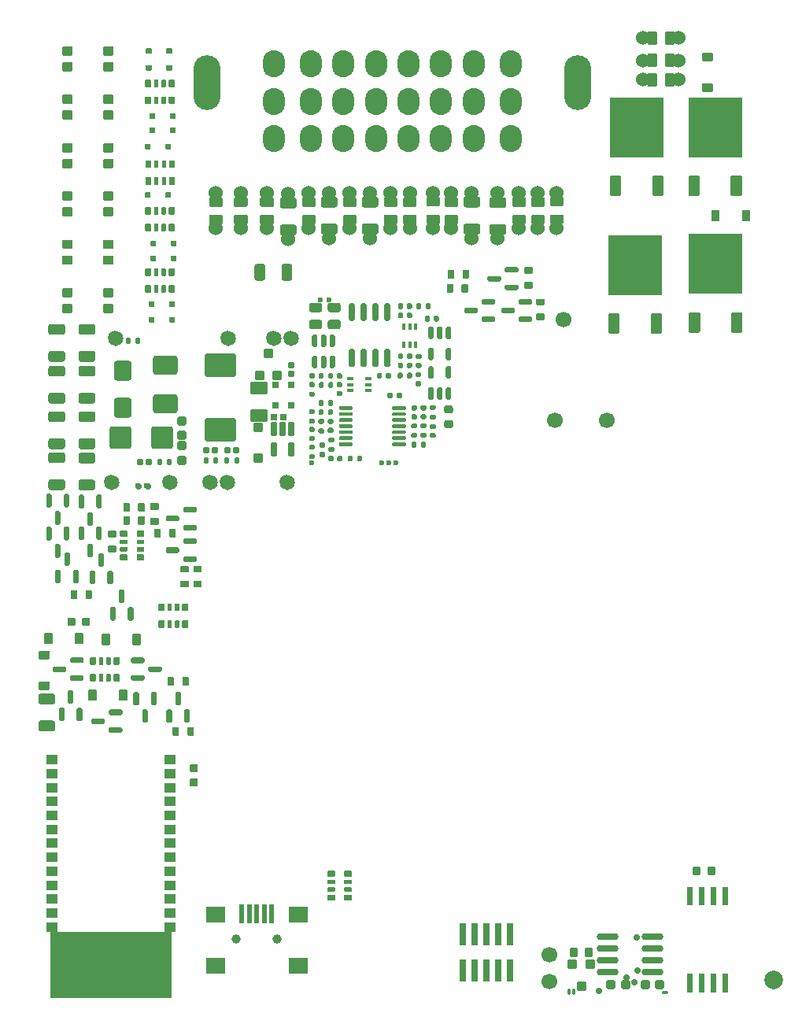
<source format=gts>
G75*
G70*
%OFA0B0*%
%FSLAX25Y25*%
%IPPOS*%
%LPD*%
%AMOC8*
5,1,8,0,0,1.08239X$1,22.5*
%
%AMM126*
21,1,0.080320,0.083460,0.000000,-0.000000,270.000000*
21,1,0.059840,0.103940,0.000000,-0.000000,270.000000*
1,1,0.020470,-0.041730,-0.029920*
1,1,0.020470,-0.041730,0.029920*
1,1,0.020470,0.041730,0.029920*
1,1,0.020470,0.041730,-0.029920*
%
%AMM127*
21,1,0.092130,0.073230,0.000000,-0.000000,180.000000*
21,1,0.069290,0.096060,0.000000,-0.000000,180.000000*
1,1,0.022840,-0.034650,0.036610*
1,1,0.022840,0.034650,0.036610*
1,1,0.022840,0.034650,-0.036610*
1,1,0.022840,-0.034650,-0.036610*
%
%AMM128*
21,1,0.084250,0.053540,0.000000,-0.000000,90.000000*
21,1,0.065350,0.072440,0.000000,-0.000000,90.000000*
1,1,0.018900,0.026770,0.032680*
1,1,0.018900,0.026770,-0.032680*
1,1,0.018900,-0.026770,-0.032680*
1,1,0.018900,-0.026770,0.032680*
%
%AMM129*
21,1,0.040950,0.030320,0.000000,-0.000000,0.000000*
21,1,0.028350,0.042910,0.000000,-0.000000,0.000000*
1,1,0.012600,0.014170,-0.015160*
1,1,0.012600,-0.014170,-0.015160*
1,1,0.012600,-0.014170,0.015160*
1,1,0.012600,0.014170,0.015160*
%
%AMM130*
21,1,0.027170,0.052760,0.000000,-0.000000,180.000000*
21,1,0.017320,0.062600,0.000000,-0.000000,180.000000*
1,1,0.009840,-0.008660,0.026380*
1,1,0.009840,0.008660,0.026380*
1,1,0.009840,0.008660,-0.026380*
1,1,0.009840,-0.008660,-0.026380*
%
%AMM131*
21,1,0.041340,0.026770,0.000000,-0.000000,270.000000*
21,1,0.029130,0.038980,0.000000,-0.000000,270.000000*
1,1,0.012210,-0.013390,-0.014570*
1,1,0.012210,-0.013390,0.014570*
1,1,0.012210,0.013390,0.014570*
1,1,0.012210,0.013390,-0.014570*
%
%AMM132*
21,1,0.100000,0.111020,0.000000,-0.000000,270.000000*
21,1,0.075590,0.135430,0.000000,-0.000000,270.000000*
1,1,0.024410,-0.055510,-0.037800*
1,1,0.024410,-0.055510,0.037800*
1,1,0.024410,0.055510,0.037800*
1,1,0.024410,0.055510,-0.037800*
%
%AMM133*
21,1,0.076380,0.036220,0.000000,-0.000000,0.000000*
21,1,0.061810,0.050790,0.000000,-0.000000,0.000000*
1,1,0.014570,0.030910,-0.018110*
1,1,0.014570,-0.030910,-0.018110*
1,1,0.014570,-0.030910,0.018110*
1,1,0.014570,0.030910,0.018110*
%
%AMM134*
21,1,0.038980,0.026770,0.000000,-0.000000,270.000000*
21,1,0.026770,0.038980,0.000000,-0.000000,270.000000*
1,1,0.012210,-0.013390,-0.013390*
1,1,0.012210,-0.013390,0.013390*
1,1,0.012210,0.013390,0.013390*
1,1,0.012210,0.013390,-0.013390*
%
%AMM135*
21,1,0.021260,0.016540,0.000000,-0.000000,180.000000*
21,1,0.012600,0.025200,0.000000,-0.000000,180.000000*
1,1,0.008660,-0.006300,0.008270*
1,1,0.008660,0.006300,0.008270*
1,1,0.008660,0.006300,-0.008270*
1,1,0.008660,-0.006300,-0.008270*
%
%AMM136*
21,1,0.029130,0.018900,0.000000,-0.000000,0.000000*
21,1,0.018900,0.029130,0.000000,-0.000000,0.000000*
1,1,0.010240,0.009450,-0.009450*
1,1,0.010240,-0.009450,-0.009450*
1,1,0.010240,-0.009450,0.009450*
1,1,0.010240,0.009450,0.009450*
%
%AMM137*
21,1,0.025200,0.019680,0.000000,-0.000000,270.000000*
21,1,0.015750,0.029130,0.000000,-0.000000,270.000000*
1,1,0.009450,-0.009840,-0.007870*
1,1,0.009450,-0.009840,0.007870*
1,1,0.009450,0.009840,0.007870*
1,1,0.009450,0.009840,-0.007870*
%
%AMM138*
21,1,0.025200,0.019680,0.000000,-0.000000,180.000000*
21,1,0.015750,0.029130,0.000000,-0.000000,180.000000*
1,1,0.009450,-0.007870,0.009840*
1,1,0.009450,0.007870,0.009840*
1,1,0.009450,0.007870,-0.009840*
1,1,0.009450,-0.007870,-0.009840*
%
%AMM22*
21,1,0.038980,0.026770,0.000000,0.000000,0.000000*
21,1,0.026770,0.038980,0.000000,0.000000,0.000000*
1,1,0.012210,0.013390,-0.013390*
1,1,0.012210,-0.013390,-0.013390*
1,1,0.012210,-0.013390,0.013390*
1,1,0.012210,0.013390,0.013390*
%
%AMM39*
21,1,0.040950,0.030320,0.000000,0.000000,180.000000*
21,1,0.028350,0.042910,0.000000,0.000000,180.000000*
1,1,0.012600,-0.014170,0.015160*
1,1,0.012600,0.014170,0.015160*
1,1,0.012600,0.014170,-0.015160*
1,1,0.012600,-0.014170,-0.015160*
%
%AMM40*
21,1,0.033070,0.030710,0.000000,0.000000,180.000000*
21,1,0.022050,0.041730,0.000000,0.000000,180.000000*
1,1,0.011020,-0.011020,0.015350*
1,1,0.011020,0.011020,0.015350*
1,1,0.011020,0.011020,-0.015350*
1,1,0.011020,-0.011020,-0.015350*
%
%ADD10C,0.06000*%
%ADD109M22*%
%ADD11C,0.06693*%
%ADD114C,0.02913*%
%ADD115C,0.06457*%
%ADD12R,0.01969X0.07874*%
%ADD13R,0.07874X0.06693*%
%ADD130R,0.02559X0.01575*%
%ADD137R,0.01575X0.02559*%
%ADD14R,0.22835X0.25197*%
%ADD144O,0.02520X0.01535*%
%ADD145O,0.01535X0.02520*%
%ADD146M39*%
%ADD147O,0.09213X0.02913*%
%ADD148M40*%
%ADD17O,0.01969X0.00984*%
%ADD20O,0.00984X0.01969*%
%ADD21C,0.02362*%
%ADD22C,0.05906*%
%ADD237M126*%
%ADD238M127*%
%ADD239M128*%
%ADD240M129*%
%ADD241M130*%
%ADD242M131*%
%ADD243M132*%
%ADD244M133*%
%ADD245M134*%
%ADD246M135*%
%ADD247M136*%
%ADD248M137*%
%ADD249M138*%
%ADD38R,0.05118X0.03937*%
%ADD39C,0.07874*%
%ADD53R,0.02913X0.09449*%
%ADD54C,0.03937*%
%ADD62C,0.00472*%
%ADD63O,0.11417X0.23228*%
%ADD64O,0.09449X0.11417*%
X0000000Y0000000D02*
%LPD*%
G01*
G36*
X0077559Y0000787D02*
G01*
X0026378Y0000787D01*
X0026378Y0028346D01*
X0077559Y0028346D01*
X0077559Y0000787D01*
G37*
D62*
X0077559Y0000787D02*
X0026378Y0000787D01*
X0026378Y0028346D01*
X0077559Y0028346D01*
X0077559Y0000787D01*
G36*
G01*
X0198667Y0328156D02*
X0193746Y0328156D01*
G75*
G02*
X0193352Y0328550I0000000J0000394D01*
G01*
X0193352Y0331699D01*
G75*
G02*
X0193746Y0332093I0000394J0000000D01*
G01*
X0198667Y0332093D01*
G75*
G02*
X0199061Y0331699I0000000J-000394D01*
G01*
X0199061Y0328550D01*
G75*
G02*
X0198667Y0328156I-000394J0000000D01*
G01*
G37*
D10*
X0196206Y0326364D03*
G36*
G01*
X0198667Y0335636D02*
X0193746Y0335636D01*
G75*
G02*
X0193352Y0336030I0000000J0000394D01*
G01*
X0193352Y0339180D01*
G75*
G02*
X0193746Y0339573I0000394J0000000D01*
G01*
X0198667Y0339573D01*
G75*
G02*
X0199061Y0339180I0000000J-000394D01*
G01*
X0199061Y0336030D01*
G75*
G02*
X0198667Y0335636I-000394J0000000D01*
G01*
G37*
X0196206Y0341364D03*
G36*
G01*
X0068937Y0210039D02*
X0072008Y0210039D01*
G75*
G02*
X0072283Y0209764I0000000J-000276D01*
G01*
X0072283Y0207559D01*
G75*
G02*
X0072008Y0207283I-000276J0000000D01*
G01*
X0068937Y0207283D01*
G75*
G02*
X0068661Y0207559I0000000J0000276D01*
G01*
X0068661Y0209764D01*
G75*
G02*
X0068937Y0210039I0000276J0000000D01*
G01*
G37*
G36*
G01*
X0068937Y0203740D02*
X0072008Y0203740D01*
G75*
G02*
X0072283Y0203465I0000000J-000276D01*
G01*
X0072283Y0201260D01*
G75*
G02*
X0072008Y0200984I-000276J0000000D01*
G01*
X0068937Y0200984D01*
G75*
G02*
X0068661Y0201260I0000000J0000276D01*
G01*
X0068661Y0203465D01*
G75*
G02*
X0068937Y0203740I0000276J0000000D01*
G01*
G37*
G36*
G01*
X0066535Y0299469D02*
X0066535Y0302106D01*
G75*
G02*
X0066791Y0302362I0000256J0000000D01*
G01*
X0068839Y0302362D01*
G75*
G02*
X0069094Y0302106I0000000J-000256D01*
G01*
X0069094Y0299469D01*
G75*
G02*
X0068839Y0299213I-000256J0000000D01*
G01*
X0066791Y0299213D01*
G75*
G02*
X0066535Y0299469I0000000J0000256D01*
G01*
G37*
G36*
G01*
X0070374Y0299390D02*
X0070374Y0302185D01*
G75*
G02*
X0070551Y0302362I0000177J0000000D01*
G01*
X0071969Y0302362D01*
G75*
G02*
X0072146Y0302185I0000000J-000177D01*
G01*
X0072146Y0299390D01*
G75*
G02*
X0071969Y0299213I-000177J0000000D01*
G01*
X0070551Y0299213D01*
G75*
G02*
X0070374Y0299390I0000000J0000177D01*
G01*
G37*
G36*
G01*
X0073524Y0299390D02*
X0073524Y0302185D01*
G75*
G02*
X0073701Y0302362I0000177J0000000D01*
G01*
X0075118Y0302362D01*
G75*
G02*
X0075295Y0302185I0000000J-000177D01*
G01*
X0075295Y0299390D01*
G75*
G02*
X0075118Y0299213I-000177J0000000D01*
G01*
X0073701Y0299213D01*
G75*
G02*
X0073524Y0299390I0000000J0000177D01*
G01*
G37*
G36*
G01*
X0076575Y0299469D02*
X0076575Y0302106D01*
G75*
G02*
X0076831Y0302362I0000256J0000000D01*
G01*
X0078878Y0302362D01*
G75*
G02*
X0079134Y0302106I0000000J-000256D01*
G01*
X0079134Y0299469D01*
G75*
G02*
X0078878Y0299213I-000256J0000000D01*
G01*
X0076831Y0299213D01*
G75*
G02*
X0076575Y0299469I0000000J0000256D01*
G01*
G37*
G36*
G01*
X0076575Y0306555D02*
X0076575Y0309193D01*
G75*
G02*
X0076831Y0309449I0000256J0000000D01*
G01*
X0078878Y0309449D01*
G75*
G02*
X0079134Y0309193I0000000J-000256D01*
G01*
X0079134Y0306555D01*
G75*
G02*
X0078878Y0306299I-000256J0000000D01*
G01*
X0076831Y0306299D01*
G75*
G02*
X0076575Y0306555I0000000J0000256D01*
G01*
G37*
G36*
G01*
X0073524Y0306476D02*
X0073524Y0309272D01*
G75*
G02*
X0073701Y0309449I0000177J0000000D01*
G01*
X0075118Y0309449D01*
G75*
G02*
X0075295Y0309272I0000000J-000177D01*
G01*
X0075295Y0306476D01*
G75*
G02*
X0075118Y0306299I-000177J0000000D01*
G01*
X0073701Y0306299D01*
G75*
G02*
X0073524Y0306476I0000000J0000177D01*
G01*
G37*
G36*
G01*
X0070374Y0306476D02*
X0070374Y0309272D01*
G75*
G02*
X0070551Y0309449I0000177J0000000D01*
G01*
X0071969Y0309449D01*
G75*
G02*
X0072146Y0309272I0000000J-000177D01*
G01*
X0072146Y0306476D01*
G75*
G02*
X0071969Y0306299I-000177J0000000D01*
G01*
X0070551Y0306299D01*
G75*
G02*
X0070374Y0306476I0000000J0000177D01*
G01*
G37*
G36*
G01*
X0066535Y0306555D02*
X0066535Y0309193D01*
G75*
G02*
X0066791Y0309449I0000256J0000000D01*
G01*
X0068839Y0309449D01*
G75*
G02*
X0069094Y0309193I0000000J-000256D01*
G01*
X0069094Y0306555D01*
G75*
G02*
X0068839Y0306299I-000256J0000000D01*
G01*
X0066791Y0306299D01*
G75*
G02*
X0066535Y0306555I0000000J0000256D01*
G01*
G37*
G36*
G01*
X0079228Y0354909D02*
X0079228Y0352272D01*
G75*
G02*
X0078972Y0352016I-000256J0000000D01*
G01*
X0076925Y0352016D01*
G75*
G02*
X0076669Y0352272I0000000J0000256D01*
G01*
X0076669Y0354909D01*
G75*
G02*
X0076925Y0355165I0000256J0000000D01*
G01*
X0078972Y0355165D01*
G75*
G02*
X0079228Y0354909I0000000J-000256D01*
G01*
G37*
G36*
G01*
X0075390Y0354988D02*
X0075390Y0352193D01*
G75*
G02*
X0075213Y0352016I-000177J0000000D01*
G01*
X0073795Y0352016D01*
G75*
G02*
X0073618Y0352193I0000000J0000177D01*
G01*
X0073618Y0354988D01*
G75*
G02*
X0073795Y0355165I0000177J0000000D01*
G01*
X0075213Y0355165D01*
G75*
G02*
X0075390Y0354988I0000000J-000177D01*
G01*
G37*
G36*
G01*
X0072240Y0354988D02*
X0072240Y0352193D01*
G75*
G02*
X0072063Y0352016I-000177J0000000D01*
G01*
X0070646Y0352016D01*
G75*
G02*
X0070469Y0352193I0000000J0000177D01*
G01*
X0070469Y0354988D01*
G75*
G02*
X0070646Y0355165I0000177J0000000D01*
G01*
X0072063Y0355165D01*
G75*
G02*
X0072240Y0354988I0000000J-000177D01*
G01*
G37*
G36*
G01*
X0069189Y0354909D02*
X0069189Y0352272D01*
G75*
G02*
X0068933Y0352016I-000256J0000000D01*
G01*
X0066886Y0352016D01*
G75*
G02*
X0066630Y0352272I0000000J0000256D01*
G01*
X0066630Y0354909D01*
G75*
G02*
X0066886Y0355165I0000256J0000000D01*
G01*
X0068933Y0355165D01*
G75*
G02*
X0069189Y0354909I0000000J-000256D01*
G01*
G37*
G36*
G01*
X0069189Y0347823D02*
X0069189Y0345185D01*
G75*
G02*
X0068933Y0344929I-000256J0000000D01*
G01*
X0066886Y0344929D01*
G75*
G02*
X0066630Y0345185I0000000J0000256D01*
G01*
X0066630Y0347823D01*
G75*
G02*
X0066886Y0348079I0000256J0000000D01*
G01*
X0068933Y0348079D01*
G75*
G02*
X0069189Y0347823I0000000J-000256D01*
G01*
G37*
G36*
G01*
X0072240Y0347902D02*
X0072240Y0345106D01*
G75*
G02*
X0072063Y0344929I-000177J0000000D01*
G01*
X0070646Y0344929D01*
G75*
G02*
X0070469Y0345106I0000000J0000177D01*
G01*
X0070469Y0347902D01*
G75*
G02*
X0070646Y0348079I0000177J0000000D01*
G01*
X0072063Y0348079D01*
G75*
G02*
X0072240Y0347902I0000000J-000177D01*
G01*
G37*
G36*
G01*
X0075390Y0347902D02*
X0075390Y0345106D01*
G75*
G02*
X0075213Y0344929I-000177J0000000D01*
G01*
X0073795Y0344929D01*
G75*
G02*
X0073618Y0345106I0000000J0000177D01*
G01*
X0073618Y0347902D01*
G75*
G02*
X0073795Y0348079I0000177J0000000D01*
G01*
X0075213Y0348079D01*
G75*
G02*
X0075390Y0347902I0000000J-000177D01*
G01*
G37*
G36*
G01*
X0079228Y0347823D02*
X0079228Y0345185D01*
G75*
G02*
X0078972Y0344929I-000256J0000000D01*
G01*
X0076925Y0344929D01*
G75*
G02*
X0076669Y0345185I0000000J0000256D01*
G01*
X0076669Y0347823D01*
G75*
G02*
X0076925Y0348079I0000256J0000000D01*
G01*
X0078972Y0348079D01*
G75*
G02*
X0079228Y0347823I0000000J-000256D01*
G01*
G37*
G36*
G01*
X0088583Y0090020D02*
X0085906Y0090020D01*
G75*
G02*
X0085571Y0090354I0000000J0000335D01*
G01*
X0085571Y0093031D01*
G75*
G02*
X0085906Y0093366I0000335J0000000D01*
G01*
X0088583Y0093366D01*
G75*
G02*
X0088917Y0093031I0000000J-000335D01*
G01*
X0088917Y0090354D01*
G75*
G02*
X0088583Y0090020I-000335J0000000D01*
G01*
G37*
G36*
G01*
X0088583Y0096240D02*
X0085906Y0096240D01*
G75*
G02*
X0085571Y0096575I0000000J0000335D01*
G01*
X0085571Y0099252D01*
G75*
G02*
X0085906Y0099587I0000335J0000000D01*
G01*
X0088583Y0099587D01*
G75*
G02*
X0088917Y0099252I0000000J-000335D01*
G01*
X0088917Y0096575D01*
G75*
G02*
X0088583Y0096240I-000335J0000000D01*
G01*
G37*
G36*
G01*
X0190975Y0328240D02*
X0186053Y0328240D01*
G75*
G02*
X0185660Y0328634I0000000J0000394D01*
G01*
X0185660Y0331784D01*
G75*
G02*
X0186053Y0332177I0000394J0000000D01*
G01*
X0190975Y0332177D01*
G75*
G02*
X0191368Y0331784I0000000J-000394D01*
G01*
X0191368Y0328634D01*
G75*
G02*
X0190975Y0328240I-000394J0000000D01*
G01*
G37*
X0188514Y0326449D03*
G36*
G01*
X0190975Y0335721D02*
X0186053Y0335721D01*
G75*
G02*
X0185660Y0336114I0000000J0000394D01*
G01*
X0185660Y0339264D01*
G75*
G02*
X0186053Y0339658I0000394J0000000D01*
G01*
X0190975Y0339658D01*
G75*
G02*
X0191368Y0339264I0000000J-000394D01*
G01*
X0191368Y0336114D01*
G75*
G02*
X0190975Y0335721I-000394J0000000D01*
G01*
G37*
X0188514Y0341449D03*
G36*
G01*
X0032677Y0236594D02*
X0032677Y0233878D01*
G75*
G02*
X0031772Y0232972I-000906J0000000D01*
G01*
X0026496Y0232972D01*
G75*
G02*
X0025591Y0233878I0000000J0000906D01*
G01*
X0025591Y0236594D01*
G75*
G02*
X0026496Y0237500I0000906J0000000D01*
G01*
X0031772Y0237500D01*
G75*
G02*
X0032677Y0236594I0000000J-000906D01*
G01*
G37*
G36*
G01*
X0032677Y0248012D02*
X0032677Y0245295D01*
G75*
G02*
X0031772Y0244390I-000906J0000000D01*
G01*
X0026496Y0244390D01*
G75*
G02*
X0025591Y0245295I0000000J0000906D01*
G01*
X0025591Y0248012D01*
G75*
G02*
X0026496Y0248917I0000906J0000000D01*
G01*
X0031772Y0248917D01*
G75*
G02*
X0032677Y0248012I0000000J-000906D01*
G01*
G37*
X0144488Y0341535D03*
G36*
G01*
X0140945Y0336240D02*
X0140945Y0338957D01*
G75*
G02*
X0141850Y0339862I0000906J0000000D01*
G01*
X0147126Y0339862D01*
G75*
G02*
X0148031Y0338957I0000000J-000906D01*
G01*
X0148031Y0336240D01*
G75*
G02*
X0147126Y0335335I-000906J0000000D01*
G01*
X0141850Y0335335D01*
G75*
G02*
X0140945Y0336240I0000000J0000906D01*
G01*
G37*
X0144488Y0322244D03*
G36*
G01*
X0140945Y0324823D02*
X0140945Y0327539D01*
G75*
G02*
X0141850Y0328445I0000906J0000000D01*
G01*
X0147126Y0328445D01*
G75*
G02*
X0148031Y0327539I0000000J-000906D01*
G01*
X0148031Y0324823D01*
G75*
G02*
X0147126Y0323917I-000906J0000000D01*
G01*
X0141850Y0323917D01*
G75*
G02*
X0140945Y0324823I0000000J0000906D01*
G01*
G37*
G36*
G01*
X0224705Y0301969D02*
X0224705Y0300787D01*
G75*
G02*
X0224114Y0300197I-000591J0000000D01*
G01*
X0219488Y0300197D01*
G75*
G02*
X0218898Y0300787I0000000J0000591D01*
G01*
X0218898Y0301969D01*
G75*
G02*
X0219488Y0302559I0000591J0000000D01*
G01*
X0224114Y0302559D01*
G75*
G02*
X0224705Y0301969I0000000J-000591D01*
G01*
G37*
G36*
G01*
X0217323Y0305709D02*
X0217323Y0304528D01*
G75*
G02*
X0216732Y0303937I-000591J0000000D01*
G01*
X0212106Y0303937D01*
G75*
G02*
X0211516Y0304528I0000000J0000591D01*
G01*
X0211516Y0305709D01*
G75*
G02*
X0212106Y0306299I0000591J0000000D01*
G01*
X0216732Y0306299D01*
G75*
G02*
X0217323Y0305709I0000000J-000591D01*
G01*
G37*
G36*
G01*
X0224705Y0309449D02*
X0224705Y0308268D01*
G75*
G02*
X0224114Y0307677I-000591J0000000D01*
G01*
X0219488Y0307677D01*
G75*
G02*
X0218898Y0308268I0000000J0000591D01*
G01*
X0218898Y0309449D01*
G75*
G02*
X0219488Y0310039I0000591J0000000D01*
G01*
X0224114Y0310039D01*
G75*
G02*
X0224705Y0309449I0000000J-000591D01*
G01*
G37*
G36*
G01*
X0069140Y0314961D02*
X0071030Y0314961D01*
G75*
G02*
X0071266Y0314724I0000000J-000236D01*
G01*
X0071266Y0312835D01*
G75*
G02*
X0071030Y0312598I-000236J0000000D01*
G01*
X0069140Y0312598D01*
G75*
G02*
X0068904Y0312835I0000000J0000236D01*
G01*
X0068904Y0314724D01*
G75*
G02*
X0069140Y0314961I0000236J0000000D01*
G01*
G37*
G36*
G01*
X0077801Y0314961D02*
X0079691Y0314961D01*
G75*
G02*
X0079927Y0314724I0000000J-000236D01*
G01*
X0079927Y0312835D01*
G75*
G02*
X0079691Y0312598I-000236J0000000D01*
G01*
X0077801Y0312598D01*
G75*
G02*
X0077565Y0312835I0000000J0000236D01*
G01*
X0077565Y0314724D01*
G75*
G02*
X0077801Y0314961I0000236J0000000D01*
G01*
G37*
G36*
G01*
X0052756Y0331496D02*
X0049213Y0331496D01*
G75*
G02*
X0048819Y0331890I0000000J0000394D01*
G01*
X0048819Y0335039D01*
G75*
G02*
X0049213Y0335433I0000394J0000000D01*
G01*
X0052756Y0335433D01*
G75*
G02*
X0053150Y0335039I0000000J-000394D01*
G01*
X0053150Y0331890D01*
G75*
G02*
X0052756Y0331496I-000394J0000000D01*
G01*
G37*
G36*
G01*
X0052756Y0338189D02*
X0049213Y0338189D01*
G75*
G02*
X0048819Y0338583I0000000J0000394D01*
G01*
X0048819Y0341732D01*
G75*
G02*
X0049213Y0342126I0000394J0000000D01*
G01*
X0052756Y0342126D01*
G75*
G02*
X0053150Y0341732I0000000J-000394D01*
G01*
X0053150Y0338583D01*
G75*
G02*
X0052756Y0338189I-000394J0000000D01*
G01*
G37*
G36*
G01*
X0067159Y0402805D02*
X0069049Y0402805D01*
G75*
G02*
X0069285Y0402569I0000000J-000236D01*
G01*
X0069285Y0400679D01*
G75*
G02*
X0069049Y0400443I-000236J0000000D01*
G01*
X0067159Y0400443D01*
G75*
G02*
X0066923Y0400679I0000000J0000236D01*
G01*
X0066923Y0402569D01*
G75*
G02*
X0067159Y0402805I0000236J0000000D01*
G01*
G37*
G36*
G01*
X0075821Y0402805D02*
X0077711Y0402805D01*
G75*
G02*
X0077947Y0402569I0000000J-000236D01*
G01*
X0077947Y0400679D01*
G75*
G02*
X0077711Y0400443I-000236J0000000D01*
G01*
X0075821Y0400443D01*
G75*
G02*
X0075585Y0400679I0000000J0000236D01*
G01*
X0075585Y0402569D01*
G75*
G02*
X0075821Y0402805I0000236J0000000D01*
G01*
G37*
G36*
G01*
X0056949Y0114606D02*
X0056949Y0113425D01*
G75*
G02*
X0056358Y0112835I-000591J0000000D01*
G01*
X0051732Y0112835D01*
G75*
G02*
X0051142Y0113425I0000000J0000591D01*
G01*
X0051142Y0114606D01*
G75*
G02*
X0051732Y0115197I0000591J0000000D01*
G01*
X0056358Y0115197D01*
G75*
G02*
X0056949Y0114606I0000000J-000591D01*
G01*
G37*
G36*
G01*
X0049567Y0118346D02*
X0049567Y0117165D01*
G75*
G02*
X0048976Y0116575I-000591J0000000D01*
G01*
X0044350Y0116575D01*
G75*
G02*
X0043760Y0117165I0000000J0000591D01*
G01*
X0043760Y0118346D01*
G75*
G02*
X0044350Y0118937I0000591J0000000D01*
G01*
X0048976Y0118937D01*
G75*
G02*
X0049567Y0118346I0000000J-000591D01*
G01*
G37*
G36*
G01*
X0056949Y0122087D02*
X0056949Y0120906D01*
G75*
G02*
X0056358Y0120315I-000591J0000000D01*
G01*
X0051732Y0120315D01*
G75*
G02*
X0051142Y0120906I0000000J0000591D01*
G01*
X0051142Y0122087D01*
G75*
G02*
X0051732Y0122677I0000591J0000000D01*
G01*
X0056358Y0122677D01*
G75*
G02*
X0056949Y0122087I0000000J-000591D01*
G01*
G37*
G36*
G01*
X0032677Y0255886D02*
X0032677Y0253169D01*
G75*
G02*
X0031772Y0252264I-000906J0000000D01*
G01*
X0026496Y0252264D01*
G75*
G02*
X0025591Y0253169I0000000J0000906D01*
G01*
X0025591Y0255886D01*
G75*
G02*
X0026496Y0256791I0000906J0000000D01*
G01*
X0031772Y0256791D01*
G75*
G02*
X0032677Y0255886I0000000J-000906D01*
G01*
G37*
G36*
G01*
X0032677Y0267303D02*
X0032677Y0264587D01*
G75*
G02*
X0031772Y0263681I-000906J0000000D01*
G01*
X0026496Y0263681D01*
G75*
G02*
X0025591Y0264587I0000000J0000906D01*
G01*
X0025591Y0267303D01*
G75*
G02*
X0026496Y0268209I0000906J0000000D01*
G01*
X0031772Y0268209D01*
G75*
G02*
X0032677Y0267303I0000000J-000906D01*
G01*
G37*
G36*
G01*
X0040354Y0154764D02*
X0040354Y0150748D01*
G75*
G02*
X0040000Y0150394I-000354J0000000D01*
G01*
X0037165Y0150394D01*
G75*
G02*
X0036811Y0150748I0000000J0000354D01*
G01*
X0036811Y0154764D01*
G75*
G02*
X0037165Y0155118I0000354J0000000D01*
G01*
X0040000Y0155118D01*
G75*
G02*
X0040354Y0154764I0000000J-000354D01*
G01*
G37*
G36*
G01*
X0027362Y0154764D02*
X0027362Y0150748D01*
G75*
G02*
X0027008Y0150394I-000354J0000000D01*
G01*
X0024173Y0150394D01*
G75*
G02*
X0023819Y0150748I0000000J0000354D01*
G01*
X0023819Y0154764D01*
G75*
G02*
X0024173Y0155118I0000354J0000000D01*
G01*
X0027008Y0155118D01*
G75*
G02*
X0027362Y0154764I0000000J-000354D01*
G01*
G37*
G36*
G01*
X0052756Y0311024D02*
X0049213Y0311024D01*
G75*
G02*
X0048819Y0311417I0000000J0000394D01*
G01*
X0048819Y0314567D01*
G75*
G02*
X0049213Y0314961I0000394J0000000D01*
G01*
X0052756Y0314961D01*
G75*
G02*
X0053150Y0314567I0000000J-000394D01*
G01*
X0053150Y0311417D01*
G75*
G02*
X0052756Y0311024I-000394J0000000D01*
G01*
G37*
G36*
G01*
X0052756Y0317717D02*
X0049213Y0317717D01*
G75*
G02*
X0048819Y0318110I0000000J0000394D01*
G01*
X0048819Y0321260D01*
G75*
G02*
X0049213Y0321654I0000394J0000000D01*
G01*
X0052756Y0321654D01*
G75*
G02*
X0053150Y0321260I0000000J-000394D01*
G01*
X0053150Y0318110D01*
G75*
G02*
X0052756Y0317717I-000394J0000000D01*
G01*
G37*
D11*
X0243929Y0287795D03*
G36*
G01*
X0078150Y0111850D02*
X0078150Y0114921D01*
G75*
G02*
X0078425Y0115197I0000276J0000000D01*
G01*
X0080630Y0115197D01*
G75*
G02*
X0080906Y0114921I0000000J-000276D01*
G01*
X0080906Y0111850D01*
G75*
G02*
X0080630Y0111575I-000276J0000000D01*
G01*
X0078425Y0111575D01*
G75*
G02*
X0078150Y0111850I0000000J0000276D01*
G01*
G37*
G36*
G01*
X0084449Y0111850D02*
X0084449Y0114921D01*
G75*
G02*
X0084724Y0115197I0000276J0000000D01*
G01*
X0086929Y0115197D01*
G75*
G02*
X0087205Y0114921I0000000J-000276D01*
G01*
X0087205Y0111850D01*
G75*
G02*
X0086929Y0111575I-000276J0000000D01*
G01*
X0084724Y0111575D01*
G75*
G02*
X0084449Y0111850I0000000J0000276D01*
G01*
G37*
G36*
G01*
X0067165Y0395669D02*
X0069055Y0395669D01*
G75*
G02*
X0069291Y0395433I0000000J-000236D01*
G01*
X0069291Y0393543D01*
G75*
G02*
X0069055Y0393307I-000236J0000000D01*
G01*
X0067165Y0393307D01*
G75*
G02*
X0066929Y0393543I0000000J0000236D01*
G01*
X0066929Y0395433D01*
G75*
G02*
X0067165Y0395669I0000236J0000000D01*
G01*
G37*
G36*
G01*
X0075827Y0395669D02*
X0077717Y0395669D01*
G75*
G02*
X0077953Y0395433I0000000J-000236D01*
G01*
X0077953Y0393543D01*
G75*
G02*
X0077717Y0393307I-000236J0000000D01*
G01*
X0075827Y0393307D01*
G75*
G02*
X0075591Y0393543I0000000J0000236D01*
G01*
X0075591Y0395433D01*
G75*
G02*
X0075827Y0395669I0000236J0000000D01*
G01*
G37*
G36*
G01*
X0203346Y0302583D02*
X0203346Y0299512D01*
G75*
G02*
X0203071Y0299236I-000276J0000000D01*
G01*
X0200866Y0299236D01*
G75*
G02*
X0200591Y0299512I0000000J0000276D01*
G01*
X0200591Y0302583D01*
G75*
G02*
X0200866Y0302858I0000276J0000000D01*
G01*
X0203071Y0302858D01*
G75*
G02*
X0203346Y0302583I0000000J-000276D01*
G01*
G37*
G36*
G01*
X0197047Y0302583D02*
X0197047Y0299512D01*
G75*
G02*
X0196772Y0299236I-000276J0000000D01*
G01*
X0194567Y0299236D01*
G75*
G02*
X0194291Y0299512I0000000J0000276D01*
G01*
X0194291Y0302583D01*
G75*
G02*
X0194567Y0302858I0000276J0000000D01*
G01*
X0196772Y0302858D01*
G75*
G02*
X0197047Y0302583I0000000J-000276D01*
G01*
G37*
G36*
G01*
X0052756Y0372441D02*
X0049213Y0372441D01*
G75*
G02*
X0048819Y0372835I0000000J0000394D01*
G01*
X0048819Y0375984D01*
G75*
G02*
X0049213Y0376378I0000394J0000000D01*
G01*
X0052756Y0376378D01*
G75*
G02*
X0053150Y0375984I0000000J-000394D01*
G01*
X0053150Y0372835D01*
G75*
G02*
X0052756Y0372441I-000394J0000000D01*
G01*
G37*
G36*
G01*
X0052756Y0379134D02*
X0049213Y0379134D01*
G75*
G02*
X0048819Y0379528I0000000J0000394D01*
G01*
X0048819Y0382677D01*
G75*
G02*
X0049213Y0383071I0000394J0000000D01*
G01*
X0052756Y0383071D01*
G75*
G02*
X0053150Y0382677I0000000J-000394D01*
G01*
X0053150Y0379528D01*
G75*
G02*
X0052756Y0379134I-000394J0000000D01*
G01*
G37*
G36*
G01*
X0098917Y0328150D02*
X0093996Y0328150D01*
G75*
G02*
X0093602Y0328543I0000000J0000394D01*
G01*
X0093602Y0331693D01*
G75*
G02*
X0093996Y0332087I0000394J0000000D01*
G01*
X0098917Y0332087D01*
G75*
G02*
X0099311Y0331693I0000000J-000394D01*
G01*
X0099311Y0328543D01*
G75*
G02*
X0098917Y0328150I-000394J0000000D01*
G01*
G37*
D10*
X0096457Y0326358D03*
X0096457Y0341358D03*
G36*
G01*
X0098917Y0335630D02*
X0093996Y0335630D01*
G75*
G02*
X0093602Y0336024I0000000J0000394D01*
G01*
X0093602Y0339173D01*
G75*
G02*
X0093996Y0339567I0000394J0000000D01*
G01*
X0098917Y0339567D01*
G75*
G02*
X0099311Y0339173I0000000J-000394D01*
G01*
X0099311Y0336024D01*
G75*
G02*
X0098917Y0335630I-000394J0000000D01*
G01*
G37*
G36*
G01*
X0290748Y0409547D02*
X0290748Y0404626D01*
G75*
G02*
X0290354Y0404232I-000394J0000000D01*
G01*
X0287205Y0404232D01*
G75*
G02*
X0286811Y0404626I0000000J0000394D01*
G01*
X0286811Y0409547D01*
G75*
G02*
X0287205Y0409941I0000394J0000000D01*
G01*
X0290354Y0409941D01*
G75*
G02*
X0290748Y0409547I0000000J-000394D01*
G01*
G37*
X0292539Y0407087D03*
G36*
G01*
X0283268Y0409547D02*
X0283268Y0404626D01*
G75*
G02*
X0282874Y0404232I-000394J0000000D01*
G01*
X0279724Y0404232D01*
G75*
G02*
X0279331Y0404626I0000000J0000394D01*
G01*
X0279331Y0409547D01*
G75*
G02*
X0279724Y0409941I0000394J0000000D01*
G01*
X0282874Y0409941D01*
G75*
G02*
X0283268Y0409547I0000000J-000394D01*
G01*
G37*
X0277539Y0407087D03*
D54*
X0105157Y0025492D03*
X0122480Y0025492D03*
D12*
X0107520Y0036122D03*
X0110669Y0036122D03*
X0113819Y0036122D03*
X0116969Y0036122D03*
X0120118Y0036122D03*
D13*
X0131339Y0014272D03*
X0096299Y0014272D03*
X0131339Y0035728D03*
X0096299Y0035728D03*
G36*
G01*
X0045362Y0219114D02*
X0045362Y0216398D01*
G75*
G02*
X0044457Y0215492I-000906J0000000D01*
G01*
X0039181Y0215492D01*
G75*
G02*
X0038276Y0216398I0000000J0000906D01*
G01*
X0038276Y0219114D01*
G75*
G02*
X0039181Y0220020I0000906J0000000D01*
G01*
X0044457Y0220020D01*
G75*
G02*
X0045362Y0219114I0000000J-000906D01*
G01*
G37*
G36*
G01*
X0045362Y0230531D02*
X0045362Y0227815D01*
G75*
G02*
X0044457Y0226909I-000906J0000000D01*
G01*
X0039181Y0226909D01*
G75*
G02*
X0038276Y0227815I0000000J0000906D01*
G01*
X0038276Y0230531D01*
G75*
G02*
X0039181Y0231437I0000906J0000000D01*
G01*
X0044457Y0231437D01*
G75*
G02*
X0045362Y0230531I0000000J-000906D01*
G01*
G37*
G36*
G01*
X0300866Y0340157D02*
X0297087Y0340157D01*
G75*
G02*
X0296614Y0340630I0000000J0000472D01*
G01*
X0296614Y0348346D01*
G75*
G02*
X0297087Y0348819I0000472J0000000D01*
G01*
X0300866Y0348819D01*
G75*
G02*
X0301339Y0348346I0000000J-000472D01*
G01*
X0301339Y0340630D01*
G75*
G02*
X0300866Y0340157I-000472J0000000D01*
G01*
G37*
D14*
X0307953Y0369291D03*
G36*
G01*
X0318819Y0340157D02*
X0315039Y0340157D01*
G75*
G02*
X0314567Y0340630I0000000J0000472D01*
G01*
X0314567Y0348346D01*
G75*
G02*
X0315039Y0348819I0000472J0000000D01*
G01*
X0318819Y0348819D01*
G75*
G02*
X0319291Y0348346I0000000J-000472D01*
G01*
X0319291Y0340630D01*
G75*
G02*
X0318819Y0340157I-000472J0000000D01*
G01*
G37*
G36*
G01*
X0032677Y0200098D02*
X0033858Y0200098D01*
G75*
G02*
X0034449Y0199508I0000000J-000591D01*
G01*
X0034449Y0194882D01*
G75*
G02*
X0033858Y0194291I-000591J0000000D01*
G01*
X0032677Y0194291D01*
G75*
G02*
X0032087Y0194882I0000000J0000591D01*
G01*
X0032087Y0199508D01*
G75*
G02*
X0032677Y0200098I0000591J0000000D01*
G01*
G37*
G36*
G01*
X0028937Y0192717D02*
X0030118Y0192717D01*
G75*
G02*
X0030709Y0192126I0000000J-000591D01*
G01*
X0030709Y0187500D01*
G75*
G02*
X0030118Y0186909I-000591J0000000D01*
G01*
X0028937Y0186909D01*
G75*
G02*
X0028346Y0187500I0000000J0000591D01*
G01*
X0028346Y0192126D01*
G75*
G02*
X0028937Y0192717I0000591J0000000D01*
G01*
G37*
G36*
G01*
X0025197Y0200098D02*
X0026378Y0200098D01*
G75*
G02*
X0026969Y0199508I0000000J-000591D01*
G01*
X0026969Y0194882D01*
G75*
G02*
X0026378Y0194291I-000591J0000000D01*
G01*
X0025197Y0194291D01*
G75*
G02*
X0024606Y0194882I0000000J0000591D01*
G01*
X0024606Y0199508D01*
G75*
G02*
X0025197Y0200098I0000591J0000000D01*
G01*
G37*
G36*
G01*
X0235465Y0287598D02*
X0232394Y0287598D01*
G75*
G02*
X0232118Y0287874I0000000J0000276D01*
G01*
X0232118Y0290079D01*
G75*
G02*
X0232394Y0290354I0000276J0000000D01*
G01*
X0235465Y0290354D01*
G75*
G02*
X0235740Y0290079I0000000J-000276D01*
G01*
X0235740Y0287874D01*
G75*
G02*
X0235465Y0287598I-000276J0000000D01*
G01*
G37*
G36*
G01*
X0235465Y0293898D02*
X0232394Y0293898D01*
G75*
G02*
X0232118Y0294173I0000000J0000276D01*
G01*
X0232118Y0296378D01*
G75*
G02*
X0232394Y0296654I0000276J0000000D01*
G01*
X0235465Y0296654D01*
G75*
G02*
X0235740Y0296378I0000000J-000276D01*
G01*
X0235740Y0294173D01*
G75*
G02*
X0235465Y0293898I-000276J0000000D01*
G01*
G37*
G36*
G01*
X0081732Y0183465D02*
X0084803Y0183465D01*
G75*
G02*
X0085079Y0183189I0000000J-000276D01*
G01*
X0085079Y0180984D01*
G75*
G02*
X0084803Y0180709I-000276J0000000D01*
G01*
X0081732Y0180709D01*
G75*
G02*
X0081457Y0180984I0000000J0000276D01*
G01*
X0081457Y0183189D01*
G75*
G02*
X0081732Y0183465I0000276J0000000D01*
G01*
G37*
G36*
G01*
X0081732Y0177165D02*
X0084803Y0177165D01*
G75*
G02*
X0085079Y0176890I0000000J-000276D01*
G01*
X0085079Y0174685D01*
G75*
G02*
X0084803Y0174409I-000276J0000000D01*
G01*
X0081732Y0174409D01*
G75*
G02*
X0081457Y0174685I0000000J0000276D01*
G01*
X0081457Y0176890D01*
G75*
G02*
X0081732Y0177165I0000276J0000000D01*
G01*
G37*
G36*
G01*
X0044882Y0175689D02*
X0043701Y0175689D01*
G75*
G02*
X0043110Y0176280I0000000J0000591D01*
G01*
X0043110Y0180906D01*
G75*
G02*
X0043701Y0181496I0000591J0000000D01*
G01*
X0044882Y0181496D01*
G75*
G02*
X0045472Y0180906I0000000J-000591D01*
G01*
X0045472Y0176280D01*
G75*
G02*
X0044882Y0175689I-000591J0000000D01*
G01*
G37*
G36*
G01*
X0048622Y0183071D02*
X0047441Y0183071D01*
G75*
G02*
X0046850Y0183661I0000000J0000591D01*
G01*
X0046850Y0188287D01*
G75*
G02*
X0047441Y0188878I0000591J0000000D01*
G01*
X0048622Y0188878D01*
G75*
G02*
X0049213Y0188287I0000000J-000591D01*
G01*
X0049213Y0183661D01*
G75*
G02*
X0048622Y0183071I-000591J0000000D01*
G01*
G37*
G36*
G01*
X0052362Y0175689D02*
X0051181Y0175689D01*
G75*
G02*
X0050591Y0176280I0000000J0000591D01*
G01*
X0050591Y0180906D01*
G75*
G02*
X0051181Y0181496I0000591J0000000D01*
G01*
X0052362Y0181496D01*
G75*
G02*
X0052953Y0180906I0000000J-000591D01*
G01*
X0052953Y0176280D01*
G75*
G02*
X0052362Y0175689I-000591J0000000D01*
G01*
G37*
G36*
G01*
X0155610Y0328150D02*
X0150689Y0328150D01*
G75*
G02*
X0150295Y0328543I0000000J0000394D01*
G01*
X0150295Y0331693D01*
G75*
G02*
X0150689Y0332087I0000394J0000000D01*
G01*
X0155610Y0332087D01*
G75*
G02*
X0156004Y0331693I0000000J-000394D01*
G01*
X0156004Y0328543D01*
G75*
G02*
X0155610Y0328150I-000394J0000000D01*
G01*
G37*
D10*
X0153150Y0326358D03*
G36*
G01*
X0155610Y0335630D02*
X0150689Y0335630D01*
G75*
G02*
X0150295Y0336024I0000000J0000394D01*
G01*
X0150295Y0339173D01*
G75*
G02*
X0150689Y0339567I0000394J0000000D01*
G01*
X0155610Y0339567D01*
G75*
G02*
X0156004Y0339173I0000000J-000394D01*
G01*
X0156004Y0336024D01*
G75*
G02*
X0155610Y0335630I-000394J0000000D01*
G01*
G37*
X0153150Y0341358D03*
G36*
G01*
X0203740Y0308583D02*
X0203740Y0305512D01*
G75*
G02*
X0203465Y0305236I-000276J0000000D01*
G01*
X0201260Y0305236D01*
G75*
G02*
X0200984Y0305512I0000000J0000276D01*
G01*
X0200984Y0308583D01*
G75*
G02*
X0201260Y0308858I0000276J0000000D01*
G01*
X0203465Y0308858D01*
G75*
G02*
X0203740Y0308583I0000000J-000276D01*
G01*
G37*
G36*
G01*
X0197441Y0308583D02*
X0197441Y0305512D01*
G75*
G02*
X0197165Y0305236I-000276J0000000D01*
G01*
X0194961Y0305236D01*
G75*
G02*
X0194685Y0305512I0000000J0000276D01*
G01*
X0194685Y0308583D01*
G75*
G02*
X0194961Y0308858I0000276J0000000D01*
G01*
X0197165Y0308858D01*
G75*
G02*
X0197441Y0308583I0000000J-000276D01*
G01*
G37*
D17*
X0286919Y0002861D03*
D20*
X0246171Y0003058D03*
X0248140Y0003058D03*
D21*
X0273927Y0007192D03*
X0270482Y0009259D03*
X0275108Y0012211D03*
X0274813Y0026188D03*
G36*
G01*
X0077370Y0117020D02*
X0076189Y0117020D01*
G75*
G02*
X0075598Y0117610I0000000J0000591D01*
G01*
X0075598Y0122236D01*
G75*
G02*
X0076189Y0122827I0000591J0000000D01*
G01*
X0077370Y0122827D01*
G75*
G02*
X0077961Y0122236I0000000J-000591D01*
G01*
X0077961Y0117610D01*
G75*
G02*
X0077370Y0117020I-000591J0000000D01*
G01*
G37*
G36*
G01*
X0081110Y0124402D02*
X0079929Y0124402D01*
G75*
G02*
X0079339Y0124992I0000000J0000591D01*
G01*
X0079339Y0129618D01*
G75*
G02*
X0079929Y0130209I0000591J0000000D01*
G01*
X0081110Y0130209D01*
G75*
G02*
X0081701Y0129618I0000000J-000591D01*
G01*
X0081701Y0124992D01*
G75*
G02*
X0081110Y0124402I-000591J0000000D01*
G01*
G37*
G36*
G01*
X0084850Y0117020D02*
X0083669Y0117020D01*
G75*
G02*
X0083079Y0117610I0000000J0000591D01*
G01*
X0083079Y0122236D01*
G75*
G02*
X0083669Y0122827I0000591J0000000D01*
G01*
X0084850Y0122827D01*
G75*
G02*
X0085441Y0122236I0000000J-000591D01*
G01*
X0085441Y0117610D01*
G75*
G02*
X0084850Y0117020I-000591J0000000D01*
G01*
G37*
G36*
G01*
X0069669Y0130209D02*
X0070850Y0130209D01*
G75*
G02*
X0071441Y0129618I0000000J-000591D01*
G01*
X0071441Y0124992D01*
G75*
G02*
X0070850Y0124402I-000591J0000000D01*
G01*
X0069669Y0124402D01*
G75*
G02*
X0069079Y0124992I0000000J0000591D01*
G01*
X0069079Y0129618D01*
G75*
G02*
X0069669Y0130209I0000591J0000000D01*
G01*
G37*
G36*
G01*
X0065929Y0122827D02*
X0067110Y0122827D01*
G75*
G02*
X0067701Y0122236I0000000J-000591D01*
G01*
X0067701Y0117610D01*
G75*
G02*
X0067110Y0117020I-000591J0000000D01*
G01*
X0065929Y0117020D01*
G75*
G02*
X0065339Y0117610I0000000J0000591D01*
G01*
X0065339Y0122236D01*
G75*
G02*
X0065929Y0122827I0000591J0000000D01*
G01*
G37*
G36*
G01*
X0062189Y0130209D02*
X0063370Y0130209D01*
G75*
G02*
X0063961Y0129618I0000000J-000591D01*
G01*
X0063961Y0124992D01*
G75*
G02*
X0063370Y0124402I-000591J0000000D01*
G01*
X0062189Y0124402D01*
G75*
G02*
X0061598Y0124992I0000000J0000591D01*
G01*
X0061598Y0129618D01*
G75*
G02*
X0062189Y0130209I0000591J0000000D01*
G01*
G37*
G36*
G01*
X0045472Y0236594D02*
X0045472Y0233878D01*
G75*
G02*
X0044567Y0232972I-000906J0000000D01*
G01*
X0039291Y0232972D01*
G75*
G02*
X0038386Y0233878I0000000J0000906D01*
G01*
X0038386Y0236594D01*
G75*
G02*
X0039291Y0237500I0000906J0000000D01*
G01*
X0044567Y0237500D01*
G75*
G02*
X0045472Y0236594I0000000J-000906D01*
G01*
G37*
G36*
G01*
X0045472Y0248012D02*
X0045472Y0245295D01*
G75*
G02*
X0044567Y0244390I-000906J0000000D01*
G01*
X0039291Y0244390D01*
G75*
G02*
X0038386Y0245295I0000000J0000906D01*
G01*
X0038386Y0248012D01*
G75*
G02*
X0039291Y0248917I0000906J0000000D01*
G01*
X0044567Y0248917D01*
G75*
G02*
X0045472Y0248012I0000000J-000906D01*
G01*
G37*
G36*
G01*
X0306299Y0329882D02*
X0306299Y0333898D01*
G75*
G02*
X0306654Y0334252I0000354J0000000D01*
G01*
X0309488Y0334252D01*
G75*
G02*
X0309843Y0333898I0000000J-000354D01*
G01*
X0309843Y0329882D01*
G75*
G02*
X0309488Y0329528I-000354J0000000D01*
G01*
X0306654Y0329528D01*
G75*
G02*
X0306299Y0329882I0000000J0000354D01*
G01*
G37*
G36*
G01*
X0319291Y0329882D02*
X0319291Y0333898D01*
G75*
G02*
X0319646Y0334252I0000354J0000000D01*
G01*
X0322480Y0334252D01*
G75*
G02*
X0322835Y0333898I0000000J-000354D01*
G01*
X0322835Y0329882D01*
G75*
G02*
X0322480Y0329528I-000354J0000000D01*
G01*
X0319646Y0329528D01*
G75*
G02*
X0319291Y0329882I0000000J0000354D01*
G01*
G37*
G36*
G01*
X0040571Y0136654D02*
X0040571Y0135472D01*
G75*
G02*
X0039980Y0134882I-000591J0000000D01*
G01*
X0035354Y0134882D01*
G75*
G02*
X0034764Y0135472I0000000J0000591D01*
G01*
X0034764Y0136654D01*
G75*
G02*
X0035354Y0137244I0000591J0000000D01*
G01*
X0039980Y0137244D01*
G75*
G02*
X0040571Y0136654I0000000J-000591D01*
G01*
G37*
G36*
G01*
X0033189Y0140394D02*
X0033189Y0139213D01*
G75*
G02*
X0032598Y0138622I-000591J0000000D01*
G01*
X0027972Y0138622D01*
G75*
G02*
X0027382Y0139213I0000000J0000591D01*
G01*
X0027382Y0140394D01*
G75*
G02*
X0027972Y0140984I0000591J0000000D01*
G01*
X0032598Y0140984D01*
G75*
G02*
X0033189Y0140394I0000000J-000591D01*
G01*
G37*
G36*
G01*
X0040571Y0144134D02*
X0040571Y0142953D01*
G75*
G02*
X0039980Y0142362I-000591J0000000D01*
G01*
X0035354Y0142362D01*
G75*
G02*
X0034764Y0142953I0000000J0000591D01*
G01*
X0034764Y0144134D01*
G75*
G02*
X0035354Y0144724I0000591J0000000D01*
G01*
X0039980Y0144724D01*
G75*
G02*
X0040571Y0144134I0000000J-000591D01*
G01*
G37*
D10*
X0178740Y0326358D03*
G36*
G01*
X0181201Y0328150D02*
X0176280Y0328150D01*
G75*
G02*
X0175886Y0328543I0000000J0000394D01*
G01*
X0175886Y0331693D01*
G75*
G02*
X0176280Y0332087I0000394J0000000D01*
G01*
X0181201Y0332087D01*
G75*
G02*
X0181594Y0331693I0000000J-000394D01*
G01*
X0181594Y0328543D01*
G75*
G02*
X0181201Y0328150I-000394J0000000D01*
G01*
G37*
G36*
G01*
X0181201Y0335630D02*
X0176280Y0335630D01*
G75*
G02*
X0175886Y0336024I0000000J0000394D01*
G01*
X0175886Y0339173D01*
G75*
G02*
X0176280Y0339567I0000394J0000000D01*
G01*
X0181201Y0339567D01*
G75*
G02*
X0181594Y0339173I0000000J-000394D01*
G01*
X0181594Y0336024D01*
G75*
G02*
X0181201Y0335630I-000394J0000000D01*
G01*
G37*
X0178740Y0341358D03*
G36*
G01*
X0035433Y0311024D02*
X0031890Y0311024D01*
G75*
G02*
X0031496Y0311417I0000000J0000394D01*
G01*
X0031496Y0314567D01*
G75*
G02*
X0031890Y0314961I0000394J0000000D01*
G01*
X0035433Y0314961D01*
G75*
G02*
X0035827Y0314567I0000000J-000394D01*
G01*
X0035827Y0311417D01*
G75*
G02*
X0035433Y0311024I-000394J0000000D01*
G01*
G37*
G36*
G01*
X0035433Y0317717D02*
X0031890Y0317717D01*
G75*
G02*
X0031496Y0318110I0000000J0000394D01*
G01*
X0031496Y0321260D01*
G75*
G02*
X0031890Y0321654I0000394J0000000D01*
G01*
X0035433Y0321654D01*
G75*
G02*
X0035827Y0321260I0000000J-000394D01*
G01*
X0035827Y0318110D01*
G75*
G02*
X0035433Y0317717I-000394J0000000D01*
G01*
G37*
D11*
X0237795Y0007480D03*
G36*
G01*
X0077323Y0359866D02*
X0075433Y0359866D01*
G75*
G02*
X0075197Y0360102I0000000J0000236D01*
G01*
X0075197Y0361992D01*
G75*
G02*
X0075433Y0362228I0000236J0000000D01*
G01*
X0077323Y0362228D01*
G75*
G02*
X0077559Y0361992I0000000J-000236D01*
G01*
X0077559Y0360102D01*
G75*
G02*
X0077323Y0359866I-000236J0000000D01*
G01*
G37*
G36*
G01*
X0068661Y0359866D02*
X0066772Y0359866D01*
G75*
G02*
X0066535Y0360102I0000000J0000236D01*
G01*
X0066535Y0361992D01*
G75*
G02*
X0066772Y0362228I0000236J0000000D01*
G01*
X0068661Y0362228D01*
G75*
G02*
X0068898Y0361992I0000000J-000236D01*
G01*
X0068898Y0360102D01*
G75*
G02*
X0068661Y0359866I-000236J0000000D01*
G01*
G37*
G36*
G01*
X0035433Y0392913D02*
X0031890Y0392913D01*
G75*
G02*
X0031496Y0393307I0000000J0000394D01*
G01*
X0031496Y0396457D01*
G75*
G02*
X0031890Y0396850I0000394J0000000D01*
G01*
X0035433Y0396850D01*
G75*
G02*
X0035827Y0396457I0000000J-000394D01*
G01*
X0035827Y0393307D01*
G75*
G02*
X0035433Y0392913I-000394J0000000D01*
G01*
G37*
G36*
G01*
X0035433Y0399606D02*
X0031890Y0399606D01*
G75*
G02*
X0031496Y0400000I0000000J0000394D01*
G01*
X0031496Y0403150D01*
G75*
G02*
X0031890Y0403543I0000394J0000000D01*
G01*
X0035433Y0403543D01*
G75*
G02*
X0035827Y0403150I0000000J-000394D01*
G01*
X0035827Y0400000D01*
G75*
G02*
X0035433Y0399606I-000394J0000000D01*
G01*
G37*
D22*
X0126280Y0219193D03*
X0101083Y0219193D03*
X0093602Y0219193D03*
X0076673Y0219193D03*
D21*
X0067224Y0217421D03*
X0063287Y0217421D03*
D22*
X0052067Y0219193D03*
X0128051Y0280217D03*
X0120768Y0280217D03*
X0101280Y0280217D03*
X0053839Y0280217D03*
G36*
G01*
X0021378Y0125807D02*
X0021378Y0128524D01*
G75*
G02*
X0022283Y0129429I0000906J0000000D01*
G01*
X0027559Y0129429D01*
G75*
G02*
X0028465Y0128524I0000000J-000906D01*
G01*
X0028465Y0125807D01*
G75*
G02*
X0027559Y0124902I-000906J0000000D01*
G01*
X0022283Y0124902D01*
G75*
G02*
X0021378Y0125807I0000000J0000906D01*
G01*
G37*
G36*
G01*
X0021378Y0114390D02*
X0021378Y0117106D01*
G75*
G02*
X0022283Y0118012I0000906J0000000D01*
G01*
X0027559Y0118012D01*
G75*
G02*
X0028465Y0117106I0000000J-000906D01*
G01*
X0028465Y0114390D01*
G75*
G02*
X0027559Y0113484I-000906J0000000D01*
G01*
X0022283Y0113484D01*
G75*
G02*
X0021378Y0114390I0000000J0000906D01*
G01*
G37*
G36*
G01*
X0045472Y0273602D02*
X0045472Y0270886D01*
G75*
G02*
X0044567Y0269980I-000906J0000000D01*
G01*
X0039291Y0269980D01*
G75*
G02*
X0038386Y0270886I0000000J0000906D01*
G01*
X0038386Y0273602D01*
G75*
G02*
X0039291Y0274508I0000906J0000000D01*
G01*
X0044567Y0274508D01*
G75*
G02*
X0045472Y0273602I0000000J-000906D01*
G01*
G37*
G36*
G01*
X0045472Y0285020D02*
X0045472Y0282303D01*
G75*
G02*
X0044567Y0281398I-000906J0000000D01*
G01*
X0039291Y0281398D01*
G75*
G02*
X0038386Y0282303I0000000J0000906D01*
G01*
X0038386Y0285020D01*
G75*
G02*
X0039291Y0285925I0000906J0000000D01*
G01*
X0044567Y0285925D01*
G75*
G02*
X0045472Y0285020I0000000J-000906D01*
G01*
G37*
G36*
G01*
X0214862Y0288583D02*
X0214862Y0287402D01*
G75*
G02*
X0214272Y0286811I-000591J0000000D01*
G01*
X0209646Y0286811D01*
G75*
G02*
X0209055Y0287402I0000000J0000591D01*
G01*
X0209055Y0288583D01*
G75*
G02*
X0209646Y0289173I0000591J0000000D01*
G01*
X0214272Y0289173D01*
G75*
G02*
X0214862Y0288583I0000000J-000591D01*
G01*
G37*
G36*
G01*
X0207480Y0292323D02*
X0207480Y0291142D01*
G75*
G02*
X0206890Y0290551I-000591J0000000D01*
G01*
X0202264Y0290551D01*
G75*
G02*
X0201673Y0291142I0000000J0000591D01*
G01*
X0201673Y0292323D01*
G75*
G02*
X0202264Y0292913I0000591J0000000D01*
G01*
X0206890Y0292913D01*
G75*
G02*
X0207480Y0292323I0000000J-000591D01*
G01*
G37*
G36*
G01*
X0214862Y0296063D02*
X0214862Y0294882D01*
G75*
G02*
X0214272Y0294291I-000591J0000000D01*
G01*
X0209646Y0294291D01*
G75*
G02*
X0209055Y0294882I0000000J0000591D01*
G01*
X0209055Y0296063D01*
G75*
G02*
X0209646Y0296654I0000591J0000000D01*
G01*
X0214272Y0296654D01*
G75*
G02*
X0214862Y0296063I0000000J-000591D01*
G01*
G37*
G36*
G01*
X0042520Y0126732D02*
X0042520Y0130748D01*
G75*
G02*
X0042874Y0131102I0000354J0000000D01*
G01*
X0045709Y0131102D01*
G75*
G02*
X0046063Y0130748I0000000J-000354D01*
G01*
X0046063Y0126732D01*
G75*
G02*
X0045709Y0126378I-000354J0000000D01*
G01*
X0042874Y0126378D01*
G75*
G02*
X0042520Y0126732I0000000J0000354D01*
G01*
G37*
G36*
G01*
X0055512Y0126732D02*
X0055512Y0130748D01*
G75*
G02*
X0055866Y0131102I0000354J0000000D01*
G01*
X0058701Y0131102D01*
G75*
G02*
X0059055Y0130748I0000000J-000354D01*
G01*
X0059055Y0126732D01*
G75*
G02*
X0058701Y0126378I-000354J0000000D01*
G01*
X0055866Y0126378D01*
G75*
G02*
X0055512Y0126732I0000000J0000354D01*
G01*
G37*
G36*
G01*
X0043169Y0161181D02*
X0043169Y0158504D01*
G75*
G02*
X0042835Y0158169I-000335J0000000D01*
G01*
X0040157Y0158169D01*
G75*
G02*
X0039823Y0158504I0000000J0000335D01*
G01*
X0039823Y0161181D01*
G75*
G02*
X0040157Y0161516I0000335J0000000D01*
G01*
X0042835Y0161516D01*
G75*
G02*
X0043169Y0161181I0000000J-000335D01*
G01*
G37*
G36*
G01*
X0036949Y0161181D02*
X0036949Y0158504D01*
G75*
G02*
X0036614Y0158169I-000335J0000000D01*
G01*
X0033937Y0158169D01*
G75*
G02*
X0033602Y0158504I0000000J0000335D01*
G01*
X0033602Y0161181D01*
G75*
G02*
X0033937Y0161516I0000335J0000000D01*
G01*
X0036614Y0161516D01*
G75*
G02*
X0036949Y0161181I0000000J-000335D01*
G01*
G37*
G36*
G01*
X0052756Y0351969D02*
X0049213Y0351969D01*
G75*
G02*
X0048819Y0352362I0000000J0000394D01*
G01*
X0048819Y0355512D01*
G75*
G02*
X0049213Y0355906I0000394J0000000D01*
G01*
X0052756Y0355906D01*
G75*
G02*
X0053150Y0355512I0000000J-000394D01*
G01*
X0053150Y0352362D01*
G75*
G02*
X0052756Y0351969I-000394J0000000D01*
G01*
G37*
G36*
G01*
X0052756Y0358661D02*
X0049213Y0358661D01*
G75*
G02*
X0048819Y0359055I0000000J0000394D01*
G01*
X0048819Y0362205D01*
G75*
G02*
X0049213Y0362598I0000394J0000000D01*
G01*
X0052756Y0362598D01*
G75*
G02*
X0053150Y0362205I0000000J-000394D01*
G01*
X0053150Y0359055D01*
G75*
G02*
X0052756Y0358661I-000394J0000000D01*
G01*
G37*
D21*
X0137106Y0227165D03*
X0166634Y0227165D03*
X0169783Y0227165D03*
X0172933Y0227165D03*
X0144587Y0296161D03*
X0140650Y0296161D03*
G36*
G01*
X0032677Y0219272D02*
X0032677Y0216555D01*
G75*
G02*
X0031772Y0215650I-000906J0000000D01*
G01*
X0026496Y0215650D01*
G75*
G02*
X0025591Y0216555I0000000J0000906D01*
G01*
X0025591Y0219272D01*
G75*
G02*
X0026496Y0220177I0000906J0000000D01*
G01*
X0031772Y0220177D01*
G75*
G02*
X0032677Y0219272I0000000J-000906D01*
G01*
G37*
G36*
G01*
X0032677Y0230689D02*
X0032677Y0227972D01*
G75*
G02*
X0031772Y0227067I-000906J0000000D01*
G01*
X0026496Y0227067D01*
G75*
G02*
X0025591Y0227972I0000000J0000906D01*
G01*
X0025591Y0230689D01*
G75*
G02*
X0026496Y0231595I0000906J0000000D01*
G01*
X0031772Y0231595D01*
G75*
G02*
X0032677Y0230689I0000000J-000906D01*
G01*
G37*
D10*
X0170472Y0326358D03*
G36*
G01*
X0172933Y0328150D02*
X0168012Y0328150D01*
G75*
G02*
X0167618Y0328543I0000000J0000394D01*
G01*
X0167618Y0331693D01*
G75*
G02*
X0168012Y0332087I0000394J0000000D01*
G01*
X0172933Y0332087D01*
G75*
G02*
X0173327Y0331693I0000000J-000394D01*
G01*
X0173327Y0328543D01*
G75*
G02*
X0172933Y0328150I-000394J0000000D01*
G01*
G37*
X0170472Y0341358D03*
G36*
G01*
X0172933Y0335630D02*
X0168012Y0335630D01*
G75*
G02*
X0167618Y0336024I0000000J0000394D01*
G01*
X0167618Y0339173D01*
G75*
G02*
X0168012Y0339567I0000394J0000000D01*
G01*
X0172933Y0339567D01*
G75*
G02*
X0173327Y0339173I0000000J-000394D01*
G01*
X0173327Y0336024D01*
G75*
G02*
X0172933Y0335630I-000394J0000000D01*
G01*
G37*
G36*
G01*
X0035433Y0331496D02*
X0031890Y0331496D01*
G75*
G02*
X0031496Y0331890I0000000J0000394D01*
G01*
X0031496Y0335039D01*
G75*
G02*
X0031890Y0335433I0000394J0000000D01*
G01*
X0035433Y0335433D01*
G75*
G02*
X0035827Y0335039I0000000J-000394D01*
G01*
X0035827Y0331890D01*
G75*
G02*
X0035433Y0331496I-000394J0000000D01*
G01*
G37*
G36*
G01*
X0035433Y0338189D02*
X0031890Y0338189D01*
G75*
G02*
X0031496Y0338583I0000000J0000394D01*
G01*
X0031496Y0341732D01*
G75*
G02*
X0031890Y0342126I0000394J0000000D01*
G01*
X0035433Y0342126D01*
G75*
G02*
X0035827Y0341732I0000000J-000394D01*
G01*
X0035827Y0338583D01*
G75*
G02*
X0035433Y0338189I-000394J0000000D01*
G01*
G37*
G36*
G01*
X0068654Y0369228D02*
X0070543Y0369228D01*
G75*
G02*
X0070780Y0368992I0000000J-000236D01*
G01*
X0070780Y0367102D01*
G75*
G02*
X0070543Y0366866I-000236J0000000D01*
G01*
X0068654Y0366866D01*
G75*
G02*
X0068417Y0367102I0000000J0000236D01*
G01*
X0068417Y0368992D01*
G75*
G02*
X0068654Y0369228I0000236J0000000D01*
G01*
G37*
G36*
G01*
X0077315Y0369228D02*
X0079205Y0369228D01*
G75*
G02*
X0079441Y0368992I0000000J-000236D01*
G01*
X0079441Y0367102D01*
G75*
G02*
X0079205Y0366866I-000236J0000000D01*
G01*
X0077315Y0366866D01*
G75*
G02*
X0077079Y0367102I0000000J0000236D01*
G01*
X0077079Y0368992D01*
G75*
G02*
X0077315Y0369228I0000236J0000000D01*
G01*
G37*
G36*
G01*
X0230512Y0300984D02*
X0227441Y0300984D01*
G75*
G02*
X0227165Y0301260I0000000J0000276D01*
G01*
X0227165Y0303465D01*
G75*
G02*
X0227441Y0303740I0000276J0000000D01*
G01*
X0230512Y0303740D01*
G75*
G02*
X0230787Y0303465I0000000J-000276D01*
G01*
X0230787Y0301260D01*
G75*
G02*
X0230512Y0300984I-000276J0000000D01*
G01*
G37*
G36*
G01*
X0230512Y0307283D02*
X0227441Y0307283D01*
G75*
G02*
X0227165Y0307559I0000000J0000276D01*
G01*
X0227165Y0309764D01*
G75*
G02*
X0227441Y0310039I0000276J0000000D01*
G01*
X0230512Y0310039D01*
G75*
G02*
X0230787Y0309764I0000000J-000276D01*
G01*
X0230787Y0307559D01*
G75*
G02*
X0230512Y0307283I-000276J0000000D01*
G01*
G37*
G36*
G01*
X0046457Y0213681D02*
X0047638Y0213681D01*
G75*
G02*
X0048228Y0213091I0000000J-000591D01*
G01*
X0048228Y0208465D01*
G75*
G02*
X0047638Y0207874I-000591J0000000D01*
G01*
X0046457Y0207874D01*
G75*
G02*
X0045866Y0208465I0000000J0000591D01*
G01*
X0045866Y0213091D01*
G75*
G02*
X0046457Y0213681I0000591J0000000D01*
G01*
G37*
G36*
G01*
X0042717Y0206299D02*
X0043898Y0206299D01*
G75*
G02*
X0044488Y0205709I0000000J-000591D01*
G01*
X0044488Y0201083D01*
G75*
G02*
X0043898Y0200492I-000591J0000000D01*
G01*
X0042717Y0200492D01*
G75*
G02*
X0042126Y0201083I0000000J0000591D01*
G01*
X0042126Y0205709D01*
G75*
G02*
X0042717Y0206299I0000591J0000000D01*
G01*
G37*
G36*
G01*
X0038976Y0213681D02*
X0040157Y0213681D01*
G75*
G02*
X0040748Y0213091I0000000J-000591D01*
G01*
X0040748Y0208465D01*
G75*
G02*
X0040157Y0207874I-000591J0000000D01*
G01*
X0038976Y0207874D01*
G75*
G02*
X0038386Y0208465I0000000J0000591D01*
G01*
X0038386Y0213091D01*
G75*
G02*
X0038976Y0213681I0000591J0000000D01*
G01*
G37*
G36*
G01*
X0066535Y0379390D02*
X0066535Y0382028D01*
G75*
G02*
X0066791Y0382283I0000256J0000000D01*
G01*
X0068839Y0382283D01*
G75*
G02*
X0069094Y0382028I0000000J-000256D01*
G01*
X0069094Y0379390D01*
G75*
G02*
X0068839Y0379134I-000256J0000000D01*
G01*
X0066791Y0379134D01*
G75*
G02*
X0066535Y0379390I0000000J0000256D01*
G01*
G37*
G36*
G01*
X0070374Y0379311D02*
X0070374Y0382106D01*
G75*
G02*
X0070551Y0382283I0000177J0000000D01*
G01*
X0071969Y0382283D01*
G75*
G02*
X0072146Y0382106I0000000J-000177D01*
G01*
X0072146Y0379311D01*
G75*
G02*
X0071969Y0379134I-000177J0000000D01*
G01*
X0070551Y0379134D01*
G75*
G02*
X0070374Y0379311I0000000J0000177D01*
G01*
G37*
G36*
G01*
X0073524Y0379311D02*
X0073524Y0382106D01*
G75*
G02*
X0073701Y0382283I0000177J0000000D01*
G01*
X0075118Y0382283D01*
G75*
G02*
X0075295Y0382106I0000000J-000177D01*
G01*
X0075295Y0379311D01*
G75*
G02*
X0075118Y0379134I-000177J0000000D01*
G01*
X0073701Y0379134D01*
G75*
G02*
X0073524Y0379311I0000000J0000177D01*
G01*
G37*
G36*
G01*
X0076575Y0379390D02*
X0076575Y0382028D01*
G75*
G02*
X0076831Y0382283I0000256J0000000D01*
G01*
X0078878Y0382283D01*
G75*
G02*
X0079134Y0382028I0000000J-000256D01*
G01*
X0079134Y0379390D01*
G75*
G02*
X0078878Y0379134I-000256J0000000D01*
G01*
X0076831Y0379134D01*
G75*
G02*
X0076575Y0379390I0000000J0000256D01*
G01*
G37*
G36*
G01*
X0076575Y0386476D02*
X0076575Y0389114D01*
G75*
G02*
X0076831Y0389370I0000256J0000000D01*
G01*
X0078878Y0389370D01*
G75*
G02*
X0079134Y0389114I0000000J-000256D01*
G01*
X0079134Y0386476D01*
G75*
G02*
X0078878Y0386220I-000256J0000000D01*
G01*
X0076831Y0386220D01*
G75*
G02*
X0076575Y0386476I0000000J0000256D01*
G01*
G37*
G36*
G01*
X0073524Y0386398D02*
X0073524Y0389193D01*
G75*
G02*
X0073701Y0389370I0000177J0000000D01*
G01*
X0075118Y0389370D01*
G75*
G02*
X0075295Y0389193I0000000J-000177D01*
G01*
X0075295Y0386398D01*
G75*
G02*
X0075118Y0386220I-000177J0000000D01*
G01*
X0073701Y0386220D01*
G75*
G02*
X0073524Y0386398I0000000J0000177D01*
G01*
G37*
G36*
G01*
X0070374Y0386398D02*
X0070374Y0389193D01*
G75*
G02*
X0070551Y0389370I0000177J0000000D01*
G01*
X0071969Y0389370D01*
G75*
G02*
X0072146Y0389193I0000000J-000177D01*
G01*
X0072146Y0386398D01*
G75*
G02*
X0071969Y0386220I-000177J0000000D01*
G01*
X0070551Y0386220D01*
G75*
G02*
X0070374Y0386398I0000000J0000177D01*
G01*
G37*
G36*
G01*
X0066535Y0386476D02*
X0066535Y0389114D01*
G75*
G02*
X0066791Y0389370I0000256J0000000D01*
G01*
X0068839Y0389370D01*
G75*
G02*
X0069094Y0389114I0000000J-000256D01*
G01*
X0069094Y0386476D01*
G75*
G02*
X0068839Y0386220I-000256J0000000D01*
G01*
X0066791Y0386220D01*
G75*
G02*
X0066535Y0386476I0000000J0000256D01*
G01*
G37*
G36*
G01*
X0068352Y0295620D02*
X0070242Y0295620D01*
G75*
G02*
X0070478Y0295384I0000000J-000236D01*
G01*
X0070478Y0293494D01*
G75*
G02*
X0070242Y0293258I-000236J0000000D01*
G01*
X0068352Y0293258D01*
G75*
G02*
X0068116Y0293494I0000000J0000236D01*
G01*
X0068116Y0295384D01*
G75*
G02*
X0068352Y0295620I0000236J0000000D01*
G01*
G37*
G36*
G01*
X0077014Y0295620D02*
X0078904Y0295620D01*
G75*
G02*
X0079140Y0295384I0000000J-000236D01*
G01*
X0079140Y0293494D01*
G75*
G02*
X0078904Y0293258I-000236J0000000D01*
G01*
X0077014Y0293258D01*
G75*
G02*
X0076778Y0293494I0000000J0000236D01*
G01*
X0076778Y0295384D01*
G75*
G02*
X0077014Y0295620I0000236J0000000D01*
G01*
G37*
G36*
G01*
X0087244Y0183465D02*
X0090315Y0183465D01*
G75*
G02*
X0090591Y0183189I0000000J-000276D01*
G01*
X0090591Y0180984D01*
G75*
G02*
X0090315Y0180709I-000276J0000000D01*
G01*
X0087244Y0180709D01*
G75*
G02*
X0086969Y0180984I0000000J0000276D01*
G01*
X0086969Y0183189D01*
G75*
G02*
X0087244Y0183465I0000276J0000000D01*
G01*
G37*
G36*
G01*
X0087244Y0177165D02*
X0090315Y0177165D01*
G75*
G02*
X0090591Y0176890I0000000J-000276D01*
G01*
X0090591Y0174685D01*
G75*
G02*
X0090315Y0174409I-000276J0000000D01*
G01*
X0087244Y0174409D01*
G75*
G02*
X0086969Y0174685I0000000J0000276D01*
G01*
X0086969Y0176890D01*
G75*
G02*
X0087244Y0177165I0000276J0000000D01*
G01*
G37*
G36*
G01*
X0052756Y0290551D02*
X0049213Y0290551D01*
G75*
G02*
X0048819Y0290945I0000000J0000394D01*
G01*
X0048819Y0294094D01*
G75*
G02*
X0049213Y0294488I0000394J0000000D01*
G01*
X0052756Y0294488D01*
G75*
G02*
X0053150Y0294094I0000000J-000394D01*
G01*
X0053150Y0290945D01*
G75*
G02*
X0052756Y0290551I-000394J0000000D01*
G01*
G37*
G36*
G01*
X0052756Y0297244D02*
X0049213Y0297244D01*
G75*
G02*
X0048819Y0297638I0000000J0000394D01*
G01*
X0048819Y0300787D01*
G75*
G02*
X0049213Y0301181I0000394J0000000D01*
G01*
X0052756Y0301181D01*
G75*
G02*
X0053150Y0300787I0000000J-000394D01*
G01*
X0053150Y0297638D01*
G75*
G02*
X0052756Y0297244I-000394J0000000D01*
G01*
G37*
G36*
G01*
X0088484Y0200394D02*
X0088484Y0199213D01*
G75*
G02*
X0087894Y0198622I-000591J0000000D01*
G01*
X0083268Y0198622D01*
G75*
G02*
X0082677Y0199213I0000000J0000591D01*
G01*
X0082677Y0200394D01*
G75*
G02*
X0083268Y0200984I0000591J0000000D01*
G01*
X0087894Y0200984D01*
G75*
G02*
X0088484Y0200394I0000000J-000591D01*
G01*
G37*
G36*
G01*
X0081102Y0204134D02*
X0081102Y0202953D01*
G75*
G02*
X0080512Y0202362I-000591J0000000D01*
G01*
X0075886Y0202362D01*
G75*
G02*
X0075295Y0202953I0000000J0000591D01*
G01*
X0075295Y0204134D01*
G75*
G02*
X0075886Y0204724I0000591J0000000D01*
G01*
X0080512Y0204724D01*
G75*
G02*
X0081102Y0204134I0000000J-000591D01*
G01*
G37*
G36*
G01*
X0088484Y0207874D02*
X0088484Y0206693D01*
G75*
G02*
X0087894Y0206102I-000591J0000000D01*
G01*
X0083268Y0206102D01*
G75*
G02*
X0082677Y0206693I0000000J0000591D01*
G01*
X0082677Y0207874D01*
G75*
G02*
X0083268Y0208465I0000591J0000000D01*
G01*
X0087894Y0208465D01*
G75*
G02*
X0088484Y0207874I0000000J-000591D01*
G01*
G37*
G36*
G01*
X0031890Y0117697D02*
X0030709Y0117697D01*
G75*
G02*
X0030118Y0118287I0000000J0000591D01*
G01*
X0030118Y0122913D01*
G75*
G02*
X0030709Y0123504I0000591J0000000D01*
G01*
X0031890Y0123504D01*
G75*
G02*
X0032480Y0122913I0000000J-000591D01*
G01*
X0032480Y0118287D01*
G75*
G02*
X0031890Y0117697I-000591J0000000D01*
G01*
G37*
G36*
G01*
X0035630Y0125079D02*
X0034449Y0125079D01*
G75*
G02*
X0033858Y0125669I0000000J0000591D01*
G01*
X0033858Y0130295D01*
G75*
G02*
X0034449Y0130886I0000591J0000000D01*
G01*
X0035630Y0130886D01*
G75*
G02*
X0036220Y0130295I0000000J-000591D01*
G01*
X0036220Y0125669D01*
G75*
G02*
X0035630Y0125079I-000591J0000000D01*
G01*
G37*
G36*
G01*
X0039370Y0117697D02*
X0038189Y0117697D01*
G75*
G02*
X0037598Y0118287I0000000J0000591D01*
G01*
X0037598Y0122913D01*
G75*
G02*
X0038189Y0123504I0000591J0000000D01*
G01*
X0039370Y0123504D01*
G75*
G02*
X0039961Y0122913I0000000J-000591D01*
G01*
X0039961Y0118287D01*
G75*
G02*
X0039370Y0117697I-000591J0000000D01*
G01*
G37*
G36*
G01*
X0035433Y0372441D02*
X0031890Y0372441D01*
G75*
G02*
X0031496Y0372835I0000000J0000394D01*
G01*
X0031496Y0375984D01*
G75*
G02*
X0031890Y0376378I0000394J0000000D01*
G01*
X0035433Y0376378D01*
G75*
G02*
X0035827Y0375984I0000000J-000394D01*
G01*
X0035827Y0372835D01*
G75*
G02*
X0035433Y0372441I-000394J0000000D01*
G01*
G37*
G36*
G01*
X0035433Y0379134D02*
X0031890Y0379134D01*
G75*
G02*
X0031496Y0379528I0000000J0000394D01*
G01*
X0031496Y0382677D01*
G75*
G02*
X0031890Y0383071I0000394J0000000D01*
G01*
X0035433Y0383071D01*
G75*
G02*
X0035827Y0382677I0000000J-000394D01*
G01*
X0035827Y0379528D01*
G75*
G02*
X0035433Y0379134I-000394J0000000D01*
G01*
G37*
X0118110Y0326358D03*
G36*
G01*
X0120571Y0328150D02*
X0115650Y0328150D01*
G75*
G02*
X0115256Y0328543I0000000J0000394D01*
G01*
X0115256Y0331693D01*
G75*
G02*
X0115650Y0332087I0000394J0000000D01*
G01*
X0120571Y0332087D01*
G75*
G02*
X0120965Y0331693I0000000J-000394D01*
G01*
X0120965Y0328543D01*
G75*
G02*
X0120571Y0328150I-000394J0000000D01*
G01*
G37*
X0118110Y0341358D03*
G36*
G01*
X0120571Y0335630D02*
X0115650Y0335630D01*
G75*
G02*
X0115256Y0336024I0000000J0000394D01*
G01*
X0115256Y0339173D01*
G75*
G02*
X0115650Y0339567I0000394J0000000D01*
G01*
X0120571Y0339567D01*
G75*
G02*
X0120965Y0339173I0000000J-000394D01*
G01*
X0120965Y0336024D01*
G75*
G02*
X0120571Y0335630I-000394J0000000D01*
G01*
G37*
G36*
G01*
X0032677Y0214075D02*
X0033858Y0214075D01*
G75*
G02*
X0034449Y0213484I0000000J-000591D01*
G01*
X0034449Y0208858D01*
G75*
G02*
X0033858Y0208268I-000591J0000000D01*
G01*
X0032677Y0208268D01*
G75*
G02*
X0032087Y0208858I0000000J0000591D01*
G01*
X0032087Y0213484D01*
G75*
G02*
X0032677Y0214075I0000591J0000000D01*
G01*
G37*
G36*
G01*
X0028937Y0206693D02*
X0030118Y0206693D01*
G75*
G02*
X0030709Y0206102I0000000J-000591D01*
G01*
X0030709Y0201476D01*
G75*
G02*
X0030118Y0200886I-000591J0000000D01*
G01*
X0028937Y0200886D01*
G75*
G02*
X0028346Y0201476I0000000J0000591D01*
G01*
X0028346Y0206102D01*
G75*
G02*
X0028937Y0206693I0000591J0000000D01*
G01*
G37*
G36*
G01*
X0025197Y0214075D02*
X0026378Y0214075D01*
G75*
G02*
X0026969Y0213484I0000000J-000591D01*
G01*
X0026969Y0208858D01*
G75*
G02*
X0026378Y0208268I-000591J0000000D01*
G01*
X0025197Y0208268D01*
G75*
G02*
X0024606Y0208858I0000000J0000591D01*
G01*
X0024606Y0213484D01*
G75*
G02*
X0025197Y0214075I0000591J0000000D01*
G01*
G37*
G36*
G01*
X0230524Y0288583D02*
X0230524Y0287402D01*
G75*
G02*
X0229933Y0286811I-000591J0000000D01*
G01*
X0225307Y0286811D01*
G75*
G02*
X0224717Y0287402I0000000J0000591D01*
G01*
X0224717Y0288583D01*
G75*
G02*
X0225307Y0289173I0000591J0000000D01*
G01*
X0229933Y0289173D01*
G75*
G02*
X0230524Y0288583I0000000J-000591D01*
G01*
G37*
G36*
G01*
X0223142Y0292323D02*
X0223142Y0291142D01*
G75*
G02*
X0222551Y0290551I-000591J0000000D01*
G01*
X0217925Y0290551D01*
G75*
G02*
X0217335Y0291142I0000000J0000591D01*
G01*
X0217335Y0292323D01*
G75*
G02*
X0217925Y0292913I0000591J0000000D01*
G01*
X0222551Y0292913D01*
G75*
G02*
X0223142Y0292323I0000000J-000591D01*
G01*
G37*
G36*
G01*
X0230524Y0296063D02*
X0230524Y0294882D01*
G75*
G02*
X0229933Y0294291I-000591J0000000D01*
G01*
X0225307Y0294291D01*
G75*
G02*
X0224717Y0294882I0000000J0000591D01*
G01*
X0224717Y0296063D01*
G75*
G02*
X0225307Y0296654I0000591J0000000D01*
G01*
X0229933Y0296654D01*
G75*
G02*
X0230524Y0296063I0000000J-000591D01*
G01*
G37*
G36*
G01*
X0030315Y0176083D02*
X0029134Y0176083D01*
G75*
G02*
X0028543Y0176673I0000000J0000591D01*
G01*
X0028543Y0181299D01*
G75*
G02*
X0029134Y0181890I0000591J0000000D01*
G01*
X0030315Y0181890D01*
G75*
G02*
X0030906Y0181299I0000000J-000591D01*
G01*
X0030906Y0176673D01*
G75*
G02*
X0030315Y0176083I-000591J0000000D01*
G01*
G37*
G36*
G01*
X0034055Y0183465D02*
X0032874Y0183465D01*
G75*
G02*
X0032283Y0184055I0000000J0000591D01*
G01*
X0032283Y0188681D01*
G75*
G02*
X0032874Y0189272I0000591J0000000D01*
G01*
X0034055Y0189272D01*
G75*
G02*
X0034646Y0188681I0000000J-000591D01*
G01*
X0034646Y0184055D01*
G75*
G02*
X0034055Y0183465I-000591J0000000D01*
G01*
G37*
G36*
G01*
X0037795Y0176083D02*
X0036614Y0176083D01*
G75*
G02*
X0036024Y0176673I0000000J0000591D01*
G01*
X0036024Y0181299D01*
G75*
G02*
X0036614Y0181890I0000591J0000000D01*
G01*
X0037795Y0181890D01*
G75*
G02*
X0038386Y0181299I0000000J-000591D01*
G01*
X0038386Y0176673D01*
G75*
G02*
X0037795Y0176083I-000591J0000000D01*
G01*
G37*
G36*
G01*
X0035000Y0169803D02*
X0035000Y0172874D01*
G75*
G02*
X0035276Y0173150I0000276J0000000D01*
G01*
X0037480Y0173150D01*
G75*
G02*
X0037756Y0172874I0000000J-000276D01*
G01*
X0037756Y0169803D01*
G75*
G02*
X0037480Y0169528I-000276J0000000D01*
G01*
X0035276Y0169528D01*
G75*
G02*
X0035000Y0169803I0000000J0000276D01*
G01*
G37*
G36*
G01*
X0041299Y0169803D02*
X0041299Y0172874D01*
G75*
G02*
X0041575Y0173150I0000276J0000000D01*
G01*
X0043780Y0173150D01*
G75*
G02*
X0044055Y0172874I0000000J-000276D01*
G01*
X0044055Y0169803D01*
G75*
G02*
X0043780Y0169528I-000276J0000000D01*
G01*
X0041575Y0169528D01*
G75*
G02*
X0041299Y0169803I0000000J0000276D01*
G01*
G37*
G36*
G01*
X0068654Y0375228D02*
X0070543Y0375228D01*
G75*
G02*
X0070780Y0374992I0000000J-000236D01*
G01*
X0070780Y0373102D01*
G75*
G02*
X0070543Y0372866I-000236J0000000D01*
G01*
X0068654Y0372866D01*
G75*
G02*
X0068417Y0373102I0000000J0000236D01*
G01*
X0068417Y0374992D01*
G75*
G02*
X0068654Y0375228I0000236J0000000D01*
G01*
G37*
G36*
G01*
X0077315Y0375228D02*
X0079205Y0375228D01*
G75*
G02*
X0079441Y0374992I0000000J-000236D01*
G01*
X0079441Y0373102D01*
G75*
G02*
X0079205Y0372866I-000236J0000000D01*
G01*
X0077315Y0372866D01*
G75*
G02*
X0077079Y0373102I0000000J0000236D01*
G01*
X0077079Y0374992D01*
G75*
G02*
X0077315Y0375228I0000236J0000000D01*
G01*
G37*
G36*
G01*
X0311304Y0047638D02*
X0313302Y0047638D01*
G75*
G02*
X0313465Y0047475I0000000J-000163D01*
G01*
X0313465Y0039848D01*
G75*
G02*
X0313302Y0039685I-000163J0000000D01*
G01*
X0311304Y0039685D01*
G75*
G02*
X0311142Y0039848I0000000J0000163D01*
G01*
X0311142Y0047475D01*
G75*
G02*
X0311304Y0047638I0000163J0000000D01*
G01*
G37*
G36*
G01*
X0306304Y0047638D02*
X0308302Y0047638D01*
G75*
G02*
X0308465Y0047475I0000000J-000163D01*
G01*
X0308465Y0039848D01*
G75*
G02*
X0308302Y0039685I-000163J0000000D01*
G01*
X0306304Y0039685D01*
G75*
G02*
X0306142Y0039848I0000000J0000163D01*
G01*
X0306142Y0047475D01*
G75*
G02*
X0306304Y0047638I0000163J0000000D01*
G01*
G37*
G36*
G01*
X0301304Y0047638D02*
X0303302Y0047638D01*
G75*
G02*
X0303465Y0047475I0000000J-000163D01*
G01*
X0303465Y0039848D01*
G75*
G02*
X0303302Y0039685I-000163J0000000D01*
G01*
X0301304Y0039685D01*
G75*
G02*
X0301142Y0039848I0000000J0000163D01*
G01*
X0301142Y0047475D01*
G75*
G02*
X0301304Y0047638I0000163J0000000D01*
G01*
G37*
G36*
G01*
X0296304Y0047638D02*
X0298302Y0047638D01*
G75*
G02*
X0298465Y0047475I0000000J-000163D01*
G01*
X0298465Y0039848D01*
G75*
G02*
X0298302Y0039685I-000163J0000000D01*
G01*
X0296304Y0039685D01*
G75*
G02*
X0296142Y0039848I0000000J0000163D01*
G01*
X0296142Y0047475D01*
G75*
G02*
X0296304Y0047638I0000163J0000000D01*
G01*
G37*
G36*
G01*
X0296304Y0010787D02*
X0298302Y0010787D01*
G75*
G02*
X0298465Y0010625I0000000J-000163D01*
G01*
X0298465Y0002997D01*
G75*
G02*
X0298302Y0002835I-000163J0000000D01*
G01*
X0296304Y0002835D01*
G75*
G02*
X0296142Y0002997I0000000J0000163D01*
G01*
X0296142Y0010625D01*
G75*
G02*
X0296304Y0010787I0000163J0000000D01*
G01*
G37*
G36*
G01*
X0301304Y0010787D02*
X0303302Y0010787D01*
G75*
G02*
X0303465Y0010625I0000000J-000163D01*
G01*
X0303465Y0002997D01*
G75*
G02*
X0303302Y0002835I-000163J0000000D01*
G01*
X0301304Y0002835D01*
G75*
G02*
X0301142Y0002997I0000000J0000163D01*
G01*
X0301142Y0010625D01*
G75*
G02*
X0301304Y0010787I0000163J0000000D01*
G01*
G37*
G36*
G01*
X0306304Y0010787D02*
X0308302Y0010787D01*
G75*
G02*
X0308465Y0010625I0000000J-000163D01*
G01*
X0308465Y0002997D01*
G75*
G02*
X0308302Y0002835I-000163J0000000D01*
G01*
X0306304Y0002835D01*
G75*
G02*
X0306142Y0002997I0000000J0000163D01*
G01*
X0306142Y0010625D01*
G75*
G02*
X0306304Y0010787I0000163J0000000D01*
G01*
G37*
G36*
G01*
X0311304Y0010787D02*
X0313302Y0010787D01*
G75*
G02*
X0313465Y0010625I0000000J-000163D01*
G01*
X0313465Y0002997D01*
G75*
G02*
X0313302Y0002835I-000163J0000000D01*
G01*
X0311304Y0002835D01*
G75*
G02*
X0311142Y0002997I0000000J0000163D01*
G01*
X0311142Y0010625D01*
G75*
G02*
X0311304Y0010787I0000163J0000000D01*
G01*
G37*
G36*
G01*
X0046457Y0200295D02*
X0047638Y0200295D01*
G75*
G02*
X0048228Y0199705I0000000J-000591D01*
G01*
X0048228Y0195079D01*
G75*
G02*
X0047638Y0194488I-000591J0000000D01*
G01*
X0046457Y0194488D01*
G75*
G02*
X0045866Y0195079I0000000J0000591D01*
G01*
X0045866Y0199705D01*
G75*
G02*
X0046457Y0200295I0000591J0000000D01*
G01*
G37*
G36*
G01*
X0042717Y0192913D02*
X0043898Y0192913D01*
G75*
G02*
X0044488Y0192323I0000000J-000591D01*
G01*
X0044488Y0187697D01*
G75*
G02*
X0043898Y0187106I-000591J0000000D01*
G01*
X0042717Y0187106D01*
G75*
G02*
X0042126Y0187697I0000000J0000591D01*
G01*
X0042126Y0192323D01*
G75*
G02*
X0042717Y0192913I0000591J0000000D01*
G01*
G37*
G36*
G01*
X0038976Y0200295D02*
X0040157Y0200295D01*
G75*
G02*
X0040748Y0199705I0000000J-000591D01*
G01*
X0040748Y0195079D01*
G75*
G02*
X0040157Y0194488I-000591J0000000D01*
G01*
X0038976Y0194488D01*
G75*
G02*
X0038386Y0195079I0000000J0000591D01*
G01*
X0038386Y0199705D01*
G75*
G02*
X0038976Y0200295I0000591J0000000D01*
G01*
G37*
D38*
X0076969Y0030610D03*
X0076969Y0036516D03*
X0076969Y0042421D03*
X0076969Y0048327D03*
X0076969Y0054232D03*
X0076969Y0060138D03*
X0076969Y0066043D03*
X0076969Y0071949D03*
X0076969Y0077854D03*
X0076969Y0083760D03*
X0076969Y0089665D03*
X0076969Y0095571D03*
X0076969Y0101476D03*
X0026969Y0101476D03*
X0026969Y0095571D03*
X0026969Y0089665D03*
X0026969Y0083760D03*
X0026969Y0077854D03*
X0026969Y0071949D03*
X0026969Y0066043D03*
X0026969Y0060138D03*
X0026969Y0054232D03*
X0026969Y0048327D03*
X0026969Y0042421D03*
X0026969Y0036516D03*
X0026969Y0030610D03*
D10*
X0215929Y0341339D03*
G36*
G01*
X0212386Y0336043D02*
X0212386Y0338760D01*
G75*
G02*
X0213291Y0339665I0000906J0000000D01*
G01*
X0218567Y0339665D01*
G75*
G02*
X0219472Y0338760I0000000J-000906D01*
G01*
X0219472Y0336043D01*
G75*
G02*
X0218567Y0335138I-000906J0000000D01*
G01*
X0213291Y0335138D01*
G75*
G02*
X0212386Y0336043I0000000J0000906D01*
G01*
G37*
X0215929Y0322047D03*
G36*
G01*
X0212386Y0324626D02*
X0212386Y0327342D01*
G75*
G02*
X0213291Y0328248I0000906J0000000D01*
G01*
X0218567Y0328248D01*
G75*
G02*
X0219472Y0327342I0000000J-000906D01*
G01*
X0219472Y0324626D01*
G75*
G02*
X0218567Y0323720I-000906J0000000D01*
G01*
X0213291Y0323720D01*
G75*
G02*
X0212386Y0324626I0000000J0000906D01*
G01*
G37*
G36*
G01*
X0279331Y0386909D02*
X0279331Y0391831D01*
G75*
G02*
X0279724Y0392224I0000394J0000000D01*
G01*
X0282874Y0392224D01*
G75*
G02*
X0283268Y0391831I0000000J-000394D01*
G01*
X0283268Y0386909D01*
G75*
G02*
X0282874Y0386516I-000394J0000000D01*
G01*
X0279724Y0386516D01*
G75*
G02*
X0279331Y0386909I0000000J0000394D01*
G01*
G37*
X0277539Y0389370D03*
G36*
G01*
X0286811Y0386909D02*
X0286811Y0391831D01*
G75*
G02*
X0287205Y0392224I0000394J0000000D01*
G01*
X0290354Y0392224D01*
G75*
G02*
X0290748Y0391831I0000000J-000394D01*
G01*
X0290748Y0386909D01*
G75*
G02*
X0290354Y0386516I-000394J0000000D01*
G01*
X0287205Y0386516D01*
G75*
G02*
X0286811Y0386909I0000000J0000394D01*
G01*
G37*
X0292539Y0389370D03*
G36*
G01*
X0068346Y0288976D02*
X0070236Y0288976D01*
G75*
G02*
X0070472Y0288740I0000000J-000236D01*
G01*
X0070472Y0286850D01*
G75*
G02*
X0070236Y0286614I-000236J0000000D01*
G01*
X0068346Y0286614D01*
G75*
G02*
X0068110Y0286850I0000000J0000236D01*
G01*
X0068110Y0288740D01*
G75*
G02*
X0068346Y0288976I0000236J0000000D01*
G01*
G37*
G36*
G01*
X0077008Y0288976D02*
X0078898Y0288976D01*
G75*
G02*
X0079134Y0288740I0000000J-000236D01*
G01*
X0079134Y0286850D01*
G75*
G02*
X0078898Y0286614I-000236J0000000D01*
G01*
X0077008Y0286614D01*
G75*
G02*
X0076772Y0286850I0000000J0000236D01*
G01*
X0076772Y0288740D01*
G75*
G02*
X0077008Y0288976I0000236J0000000D01*
G01*
G37*
X0161811Y0341535D03*
G36*
G01*
X0158268Y0336240D02*
X0158268Y0338957D01*
G75*
G02*
X0159173Y0339862I0000906J0000000D01*
G01*
X0164449Y0339862D01*
G75*
G02*
X0165354Y0338957I0000000J-000906D01*
G01*
X0165354Y0336240D01*
G75*
G02*
X0164449Y0335335I-000906J0000000D01*
G01*
X0159173Y0335335D01*
G75*
G02*
X0158268Y0336240I0000000J0000906D01*
G01*
G37*
X0161811Y0322244D03*
G36*
G01*
X0158268Y0324823D02*
X0158268Y0327539D01*
G75*
G02*
X0159173Y0328445I0000906J0000000D01*
G01*
X0164449Y0328445D01*
G75*
G02*
X0165354Y0327539I0000000J-000906D01*
G01*
X0165354Y0324823D01*
G75*
G02*
X0164449Y0323917I-000906J0000000D01*
G01*
X0159173Y0323917D01*
G75*
G02*
X0158268Y0324823I0000000J0000906D01*
G01*
G37*
G36*
G01*
X0125217Y0311417D02*
X0127933Y0311417D01*
G75*
G02*
X0128839Y0310512I0000000J-000906D01*
G01*
X0128839Y0305236D01*
G75*
G02*
X0127933Y0304331I-000906J0000000D01*
G01*
X0125217Y0304331D01*
G75*
G02*
X0124311Y0305236I0000000J0000906D01*
G01*
X0124311Y0310512D01*
G75*
G02*
X0125217Y0311417I0000906J0000000D01*
G01*
G37*
G36*
G01*
X0113799Y0311417D02*
X0116516Y0311417D01*
G75*
G02*
X0117421Y0310512I0000000J-000906D01*
G01*
X0117421Y0305236D01*
G75*
G02*
X0116516Y0304331I-000906J0000000D01*
G01*
X0113799Y0304331D01*
G75*
G02*
X0112894Y0305236I0000000J0000906D01*
G01*
X0112894Y0310512D01*
G75*
G02*
X0113799Y0311417I0000906J0000000D01*
G01*
G37*
G36*
G01*
X0267677Y0340118D02*
X0263898Y0340118D01*
G75*
G02*
X0263425Y0340591I0000000J0000472D01*
G01*
X0263425Y0348307D01*
G75*
G02*
X0263898Y0348780I0000472J0000000D01*
G01*
X0267677Y0348780D01*
G75*
G02*
X0268150Y0348307I0000000J-000472D01*
G01*
X0268150Y0340591D01*
G75*
G02*
X0267677Y0340118I-000472J0000000D01*
G01*
G37*
D14*
X0274764Y0369252D03*
G36*
G01*
X0285630Y0340118D02*
X0281850Y0340118D01*
G75*
G02*
X0281378Y0340591I0000000J0000472D01*
G01*
X0281378Y0348307D01*
G75*
G02*
X0281850Y0348780I0000472J0000000D01*
G01*
X0285630Y0348780D01*
G75*
G02*
X0286102Y0348307I0000000J-000472D01*
G01*
X0286102Y0340591D01*
G75*
G02*
X0285630Y0340118I-000472J0000000D01*
G01*
G37*
G36*
G01*
X0266969Y0281772D02*
X0263189Y0281772D01*
G75*
G02*
X0262717Y0282244I0000000J0000472D01*
G01*
X0262717Y0289961D01*
G75*
G02*
X0263189Y0290433I0000472J0000000D01*
G01*
X0266969Y0290433D01*
G75*
G02*
X0267441Y0289961I0000000J-000472D01*
G01*
X0267441Y0282244D01*
G75*
G02*
X0266969Y0281772I-000472J0000000D01*
G01*
G37*
X0274055Y0310906D03*
G36*
G01*
X0284921Y0281772D02*
X0281142Y0281772D01*
G75*
G02*
X0280669Y0282244I0000000J0000472D01*
G01*
X0280669Y0289961D01*
G75*
G02*
X0281142Y0290433I0000472J0000000D01*
G01*
X0284921Y0290433D01*
G75*
G02*
X0285394Y0289961I0000000J-000472D01*
G01*
X0285394Y0282244D01*
G75*
G02*
X0284921Y0281772I-000472J0000000D01*
G01*
G37*
G36*
G01*
X0088484Y0187008D02*
X0088484Y0185827D01*
G75*
G02*
X0087894Y0185236I-000591J0000000D01*
G01*
X0083268Y0185236D01*
G75*
G02*
X0082677Y0185827I0000000J0000591D01*
G01*
X0082677Y0187008D01*
G75*
G02*
X0083268Y0187598I0000591J0000000D01*
G01*
X0087894Y0187598D01*
G75*
G02*
X0088484Y0187008I0000000J-000591D01*
G01*
G37*
G36*
G01*
X0081102Y0190748D02*
X0081102Y0189567D01*
G75*
G02*
X0080512Y0188976I-000591J0000000D01*
G01*
X0075886Y0188976D01*
G75*
G02*
X0075295Y0189567I0000000J0000591D01*
G01*
X0075295Y0190748D01*
G75*
G02*
X0075886Y0191339I0000591J0000000D01*
G01*
X0080512Y0191339D01*
G75*
G02*
X0081102Y0190748I0000000J-000591D01*
G01*
G37*
G36*
G01*
X0088484Y0194488D02*
X0088484Y0193307D01*
G75*
G02*
X0087894Y0192717I-000591J0000000D01*
G01*
X0083268Y0192717D01*
G75*
G02*
X0082677Y0193307I0000000J0000591D01*
G01*
X0082677Y0194488D01*
G75*
G02*
X0083268Y0195079I0000591J0000000D01*
G01*
X0087894Y0195079D01*
G75*
G02*
X0088484Y0194488I0000000J-000591D01*
G01*
G37*
D39*
X0332677Y0008268D03*
G36*
G01*
X0035433Y0351969D02*
X0031890Y0351969D01*
G75*
G02*
X0031496Y0352362I0000000J0000394D01*
G01*
X0031496Y0355512D01*
G75*
G02*
X0031890Y0355906I0000394J0000000D01*
G01*
X0035433Y0355906D01*
G75*
G02*
X0035827Y0355512I0000000J-000394D01*
G01*
X0035827Y0352362D01*
G75*
G02*
X0035433Y0351969I-000394J0000000D01*
G01*
G37*
G36*
G01*
X0035433Y0358661D02*
X0031890Y0358661D01*
G75*
G02*
X0031496Y0359055I0000000J0000394D01*
G01*
X0031496Y0362205D01*
G75*
G02*
X0031890Y0362598I0000394J0000000D01*
G01*
X0035433Y0362598D01*
G75*
G02*
X0035827Y0362205I0000000J-000394D01*
G01*
X0035827Y0359055D01*
G75*
G02*
X0035433Y0358661I-000394J0000000D01*
G01*
G37*
G36*
G01*
X0052756Y0392913D02*
X0049213Y0392913D01*
G75*
G02*
X0048819Y0393307I0000000J0000394D01*
G01*
X0048819Y0396457D01*
G75*
G02*
X0049213Y0396850I0000394J0000000D01*
G01*
X0052756Y0396850D01*
G75*
G02*
X0053150Y0396457I0000000J-000394D01*
G01*
X0053150Y0393307D01*
G75*
G02*
X0052756Y0392913I-000394J0000000D01*
G01*
G37*
G36*
G01*
X0052756Y0399606D02*
X0049213Y0399606D01*
G75*
G02*
X0048819Y0400000I0000000J0000394D01*
G01*
X0048819Y0403150D01*
G75*
G02*
X0049213Y0403543I0000394J0000000D01*
G01*
X0052756Y0403543D01*
G75*
G02*
X0053150Y0403150I0000000J-000394D01*
G01*
X0053150Y0400000D01*
G75*
G02*
X0052756Y0399606I-000394J0000000D01*
G01*
G37*
G36*
G01*
X0048228Y0150354D02*
X0048228Y0154370D01*
G75*
G02*
X0048583Y0154724I0000354J0000000D01*
G01*
X0051417Y0154724D01*
G75*
G02*
X0051772Y0154370I0000000J-000354D01*
G01*
X0051772Y0150354D01*
G75*
G02*
X0051417Y0150000I-000354J0000000D01*
G01*
X0048583Y0150000D01*
G75*
G02*
X0048228Y0150354I0000000J0000354D01*
G01*
G37*
G36*
G01*
X0061220Y0150354D02*
X0061220Y0154370D01*
G75*
G02*
X0061575Y0154724I0000354J0000000D01*
G01*
X0064409Y0154724D01*
G75*
G02*
X0064764Y0154370I0000000J-000354D01*
G01*
X0064764Y0150354D01*
G75*
G02*
X0064409Y0150000I-000354J0000000D01*
G01*
X0061575Y0150000D01*
G75*
G02*
X0061220Y0150354I0000000J0000354D01*
G01*
G37*
G36*
G01*
X0032677Y0273602D02*
X0032677Y0270886D01*
G75*
G02*
X0031772Y0269980I-000906J0000000D01*
G01*
X0026496Y0269980D01*
G75*
G02*
X0025591Y0270886I0000000J0000906D01*
G01*
X0025591Y0273602D01*
G75*
G02*
X0026496Y0274508I0000906J0000000D01*
G01*
X0031772Y0274508D01*
G75*
G02*
X0032677Y0273602I0000000J-000906D01*
G01*
G37*
G36*
G01*
X0032677Y0285020D02*
X0032677Y0282303D01*
G75*
G02*
X0031772Y0281398I-000906J0000000D01*
G01*
X0026496Y0281398D01*
G75*
G02*
X0025591Y0282303I0000000J0000906D01*
G01*
X0025591Y0285020D01*
G75*
G02*
X0026496Y0285925I0000906J0000000D01*
G01*
X0031772Y0285925D01*
G75*
G02*
X0032677Y0285020I0000000J-000906D01*
G01*
G37*
G36*
G01*
X0054173Y0189331D02*
X0051102Y0189331D01*
G75*
G02*
X0050827Y0189606I0000000J0000276D01*
G01*
X0050827Y0191811D01*
G75*
G02*
X0051102Y0192087I0000276J0000000D01*
G01*
X0054173Y0192087D01*
G75*
G02*
X0054449Y0191811I0000000J-000276D01*
G01*
X0054449Y0189606D01*
G75*
G02*
X0054173Y0189331I-000276J0000000D01*
G01*
G37*
G36*
G01*
X0054173Y0195630D02*
X0051102Y0195630D01*
G75*
G02*
X0050827Y0195906I0000000J0000276D01*
G01*
X0050827Y0198110D01*
G75*
G02*
X0051102Y0198386I0000276J0000000D01*
G01*
X0054173Y0198386D01*
G75*
G02*
X0054449Y0198110I0000000J-000276D01*
G01*
X0054449Y0195906D01*
G75*
G02*
X0054173Y0195630I-000276J0000000D01*
G01*
G37*
G36*
G01*
X0057283Y0201220D02*
X0057283Y0204291D01*
G75*
G02*
X0057559Y0204567I0000276J0000000D01*
G01*
X0059764Y0204567D01*
G75*
G02*
X0060039Y0204291I0000000J-000276D01*
G01*
X0060039Y0201220D01*
G75*
G02*
X0059764Y0200945I-000276J0000000D01*
G01*
X0057559Y0200945D01*
G75*
G02*
X0057283Y0201220I0000000J0000276D01*
G01*
G37*
G36*
G01*
X0063583Y0201220D02*
X0063583Y0204291D01*
G75*
G02*
X0063858Y0204567I0000276J0000000D01*
G01*
X0066063Y0204567D01*
G75*
G02*
X0066339Y0204291I0000000J-000276D01*
G01*
X0066339Y0201220D01*
G75*
G02*
X0066063Y0200945I-000276J0000000D01*
G01*
X0063858Y0200945D01*
G75*
G02*
X0063583Y0201220I0000000J0000276D01*
G01*
G37*
G36*
G01*
X0144067Y0054346D02*
X0146705Y0054346D01*
G75*
G02*
X0146961Y0054091I0000000J-000256D01*
G01*
X0146961Y0052043D01*
G75*
G02*
X0146705Y0051787I-000256J0000000D01*
G01*
X0144067Y0051787D01*
G75*
G02*
X0143811Y0052043I0000000J0000256D01*
G01*
X0143811Y0054091D01*
G75*
G02*
X0144067Y0054346I0000256J0000000D01*
G01*
G37*
G36*
G01*
X0143988Y0050508D02*
X0146783Y0050508D01*
G75*
G02*
X0146961Y0050331I0000000J-000177D01*
G01*
X0146961Y0048913D01*
G75*
G02*
X0146783Y0048736I-000177J0000000D01*
G01*
X0143988Y0048736D01*
G75*
G02*
X0143811Y0048913I0000000J0000177D01*
G01*
X0143811Y0050331D01*
G75*
G02*
X0143988Y0050508I0000177J0000000D01*
G01*
G37*
G36*
G01*
X0143988Y0047358D02*
X0146783Y0047358D01*
G75*
G02*
X0146961Y0047181I0000000J-000177D01*
G01*
X0146961Y0045764D01*
G75*
G02*
X0146783Y0045587I-000177J0000000D01*
G01*
X0143988Y0045587D01*
G75*
G02*
X0143811Y0045764I0000000J0000177D01*
G01*
X0143811Y0047181D01*
G75*
G02*
X0143988Y0047358I0000177J0000000D01*
G01*
G37*
G36*
G01*
X0144067Y0044307D02*
X0146705Y0044307D01*
G75*
G02*
X0146961Y0044051I0000000J-000256D01*
G01*
X0146961Y0042004D01*
G75*
G02*
X0146705Y0041748I-000256J0000000D01*
G01*
X0144067Y0041748D01*
G75*
G02*
X0143811Y0042004I0000000J0000256D01*
G01*
X0143811Y0044051D01*
G75*
G02*
X0144067Y0044307I0000256J0000000D01*
G01*
G37*
G36*
G01*
X0151154Y0044307D02*
X0153791Y0044307D01*
G75*
G02*
X0154047Y0044051I0000000J-000256D01*
G01*
X0154047Y0042004D01*
G75*
G02*
X0153791Y0041748I-000256J0000000D01*
G01*
X0151154Y0041748D01*
G75*
G02*
X0150898Y0042004I0000000J0000256D01*
G01*
X0150898Y0044051D01*
G75*
G02*
X0151154Y0044307I0000256J0000000D01*
G01*
G37*
G36*
G01*
X0151075Y0047358D02*
X0153870Y0047358D01*
G75*
G02*
X0154047Y0047181I0000000J-000177D01*
G01*
X0154047Y0045764D01*
G75*
G02*
X0153870Y0045587I-000177J0000000D01*
G01*
X0151075Y0045587D01*
G75*
G02*
X0150898Y0045764I0000000J0000177D01*
G01*
X0150898Y0047181D01*
G75*
G02*
X0151075Y0047358I0000177J0000000D01*
G01*
G37*
G36*
G01*
X0151075Y0050508D02*
X0153870Y0050508D01*
G75*
G02*
X0154047Y0050331I0000000J-000177D01*
G01*
X0154047Y0048913D01*
G75*
G02*
X0153870Y0048736I-000177J0000000D01*
G01*
X0151075Y0048736D01*
G75*
G02*
X0150898Y0048913I0000000J0000177D01*
G01*
X0150898Y0050331D01*
G75*
G02*
X0151075Y0050508I0000177J0000000D01*
G01*
G37*
G36*
G01*
X0151154Y0054346D02*
X0153791Y0054346D01*
G75*
G02*
X0154047Y0054091I0000000J-000256D01*
G01*
X0154047Y0052043D01*
G75*
G02*
X0153791Y0051787I-000256J0000000D01*
G01*
X0151154Y0051787D01*
G75*
G02*
X0150898Y0052043I0000000J0000256D01*
G01*
X0150898Y0054091D01*
G75*
G02*
X0151154Y0054346I0000256J0000000D01*
G01*
G37*
G36*
G01*
X0065886Y0185827D02*
X0063248Y0185827D01*
G75*
G02*
X0062992Y0186083I0000000J0000256D01*
G01*
X0062992Y0188130D01*
G75*
G02*
X0063248Y0188386I0000256J0000000D01*
G01*
X0065886Y0188386D01*
G75*
G02*
X0066142Y0188130I0000000J-000256D01*
G01*
X0066142Y0186083D01*
G75*
G02*
X0065886Y0185827I-000256J0000000D01*
G01*
G37*
G36*
G01*
X0065965Y0189665D02*
X0063169Y0189665D01*
G75*
G02*
X0062992Y0189843I0000000J0000177D01*
G01*
X0062992Y0191260D01*
G75*
G02*
X0063169Y0191437I0000177J0000000D01*
G01*
X0065965Y0191437D01*
G75*
G02*
X0066142Y0191260I0000000J-000177D01*
G01*
X0066142Y0189843D01*
G75*
G02*
X0065965Y0189665I-000177J0000000D01*
G01*
G37*
G36*
G01*
X0065965Y0192815D02*
X0063169Y0192815D01*
G75*
G02*
X0062992Y0192992I0000000J0000177D01*
G01*
X0062992Y0194409D01*
G75*
G02*
X0063169Y0194587I0000177J0000000D01*
G01*
X0065965Y0194587D01*
G75*
G02*
X0066142Y0194409I0000000J-000177D01*
G01*
X0066142Y0192992D01*
G75*
G02*
X0065965Y0192815I-000177J0000000D01*
G01*
G37*
G36*
G01*
X0065886Y0195866D02*
X0063248Y0195866D01*
G75*
G02*
X0062992Y0196122I0000000J0000256D01*
G01*
X0062992Y0198169D01*
G75*
G02*
X0063248Y0198425I0000256J0000000D01*
G01*
X0065886Y0198425D01*
G75*
G02*
X0066142Y0198169I0000000J-000256D01*
G01*
X0066142Y0196122D01*
G75*
G02*
X0065886Y0195866I-000256J0000000D01*
G01*
G37*
G36*
G01*
X0058799Y0195866D02*
X0056161Y0195866D01*
G75*
G02*
X0055906Y0196122I0000000J0000256D01*
G01*
X0055906Y0198169D01*
G75*
G02*
X0056161Y0198425I0000256J0000000D01*
G01*
X0058799Y0198425D01*
G75*
G02*
X0059055Y0198169I0000000J-000256D01*
G01*
X0059055Y0196122D01*
G75*
G02*
X0058799Y0195866I-000256J0000000D01*
G01*
G37*
G36*
G01*
X0058878Y0192815D02*
X0056083Y0192815D01*
G75*
G02*
X0055906Y0192992I0000000J0000177D01*
G01*
X0055906Y0194409D01*
G75*
G02*
X0056083Y0194587I0000177J0000000D01*
G01*
X0058878Y0194587D01*
G75*
G02*
X0059055Y0194409I0000000J-000177D01*
G01*
X0059055Y0192992D01*
G75*
G02*
X0058878Y0192815I-000177J0000000D01*
G01*
G37*
G36*
G01*
X0058878Y0189665D02*
X0056083Y0189665D01*
G75*
G02*
X0055906Y0189843I0000000J0000177D01*
G01*
X0055906Y0191260D01*
G75*
G02*
X0056083Y0191437I0000177J0000000D01*
G01*
X0058878Y0191437D01*
G75*
G02*
X0059055Y0191260I0000000J-000177D01*
G01*
X0059055Y0189843D01*
G75*
G02*
X0058878Y0189665I-000177J0000000D01*
G01*
G37*
G36*
G01*
X0058799Y0185827D02*
X0056161Y0185827D01*
G75*
G02*
X0055906Y0186083I0000000J0000256D01*
G01*
X0055906Y0188130D01*
G75*
G02*
X0056161Y0188386I0000256J0000000D01*
G01*
X0058799Y0188386D01*
G75*
G02*
X0059055Y0188130I0000000J-000256D01*
G01*
X0059055Y0186083D01*
G75*
G02*
X0058799Y0185827I-000256J0000000D01*
G01*
G37*
G36*
G01*
X0043189Y0134823D02*
X0043189Y0137461D01*
G75*
G02*
X0043445Y0137717I0000256J0000000D01*
G01*
X0045492Y0137717D01*
G75*
G02*
X0045748Y0137461I0000000J-000256D01*
G01*
X0045748Y0134823D01*
G75*
G02*
X0045492Y0134567I-000256J0000000D01*
G01*
X0043445Y0134567D01*
G75*
G02*
X0043189Y0134823I0000000J0000256D01*
G01*
G37*
G36*
G01*
X0047028Y0134744D02*
X0047028Y0137539D01*
G75*
G02*
X0047205Y0137717I0000177J0000000D01*
G01*
X0048622Y0137717D01*
G75*
G02*
X0048799Y0137539I0000000J-000177D01*
G01*
X0048799Y0134744D01*
G75*
G02*
X0048622Y0134567I-000177J0000000D01*
G01*
X0047205Y0134567D01*
G75*
G02*
X0047028Y0134744I0000000J0000177D01*
G01*
G37*
G36*
G01*
X0050177Y0134744D02*
X0050177Y0137539D01*
G75*
G02*
X0050354Y0137717I0000177J0000000D01*
G01*
X0051772Y0137717D01*
G75*
G02*
X0051949Y0137539I0000000J-000177D01*
G01*
X0051949Y0134744D01*
G75*
G02*
X0051772Y0134567I-000177J0000000D01*
G01*
X0050354Y0134567D01*
G75*
G02*
X0050177Y0134744I0000000J0000177D01*
G01*
G37*
G36*
G01*
X0053228Y0134823D02*
X0053228Y0137461D01*
G75*
G02*
X0053484Y0137717I0000256J0000000D01*
G01*
X0055531Y0137717D01*
G75*
G02*
X0055787Y0137461I0000000J-000256D01*
G01*
X0055787Y0134823D01*
G75*
G02*
X0055531Y0134567I-000256J0000000D01*
G01*
X0053484Y0134567D01*
G75*
G02*
X0053228Y0134823I0000000J0000256D01*
G01*
G37*
G36*
G01*
X0053228Y0141909D02*
X0053228Y0144547D01*
G75*
G02*
X0053484Y0144803I0000256J0000000D01*
G01*
X0055531Y0144803D01*
G75*
G02*
X0055787Y0144547I0000000J-000256D01*
G01*
X0055787Y0141909D01*
G75*
G02*
X0055531Y0141654I-000256J0000000D01*
G01*
X0053484Y0141654D01*
G75*
G02*
X0053228Y0141909I0000000J0000256D01*
G01*
G37*
G36*
G01*
X0050177Y0141831D02*
X0050177Y0144626D01*
G75*
G02*
X0050354Y0144803I0000177J0000000D01*
G01*
X0051772Y0144803D01*
G75*
G02*
X0051949Y0144626I0000000J-000177D01*
G01*
X0051949Y0141831D01*
G75*
G02*
X0051772Y0141654I-000177J0000000D01*
G01*
X0050354Y0141654D01*
G75*
G02*
X0050177Y0141831I0000000J0000177D01*
G01*
G37*
G36*
G01*
X0047028Y0141831D02*
X0047028Y0144626D01*
G75*
G02*
X0047205Y0144803I0000177J0000000D01*
G01*
X0048622Y0144803D01*
G75*
G02*
X0048799Y0144626I0000000J-000177D01*
G01*
X0048799Y0141831D01*
G75*
G02*
X0048622Y0141654I-000177J0000000D01*
G01*
X0047205Y0141654D01*
G75*
G02*
X0047028Y0141831I0000000J0000177D01*
G01*
G37*
G36*
G01*
X0043189Y0141909D02*
X0043189Y0144547D01*
G75*
G02*
X0043445Y0144803I0000256J0000000D01*
G01*
X0045492Y0144803D01*
G75*
G02*
X0045748Y0144547I0000000J-000256D01*
G01*
X0045748Y0141909D01*
G75*
G02*
X0045492Y0141654I-000256J0000000D01*
G01*
X0043445Y0141654D01*
G75*
G02*
X0043189Y0141909I0000000J0000256D01*
G01*
G37*
G36*
G01*
X0045472Y0255886D02*
X0045472Y0253169D01*
G75*
G02*
X0044567Y0252264I-000906J0000000D01*
G01*
X0039291Y0252264D01*
G75*
G02*
X0038386Y0253169I0000000J0000906D01*
G01*
X0038386Y0255886D01*
G75*
G02*
X0039291Y0256791I0000906J0000000D01*
G01*
X0044567Y0256791D01*
G75*
G02*
X0045472Y0255886I0000000J-000906D01*
G01*
G37*
G36*
G01*
X0045472Y0267303D02*
X0045472Y0264587D01*
G75*
G02*
X0044567Y0263681I-000906J0000000D01*
G01*
X0039291Y0263681D01*
G75*
G02*
X0038386Y0264587I0000000J0000906D01*
G01*
X0038386Y0267303D01*
G75*
G02*
X0039291Y0268209I0000906J0000000D01*
G01*
X0044567Y0268209D01*
G75*
G02*
X0045472Y0267303I0000000J-000906D01*
G01*
G37*
G36*
G01*
X0072220Y0157539D02*
X0072220Y0160177D01*
G75*
G02*
X0072476Y0160433I0000256J0000000D01*
G01*
X0074524Y0160433D01*
G75*
G02*
X0074780Y0160177I0000000J-000256D01*
G01*
X0074780Y0157539D01*
G75*
G02*
X0074524Y0157283I-000256J0000000D01*
G01*
X0072476Y0157283D01*
G75*
G02*
X0072220Y0157539I0000000J0000256D01*
G01*
G37*
G36*
G01*
X0076059Y0157461D02*
X0076059Y0160256D01*
G75*
G02*
X0076236Y0160433I0000177J0000000D01*
G01*
X0077654Y0160433D01*
G75*
G02*
X0077831Y0160256I0000000J-000177D01*
G01*
X0077831Y0157461D01*
G75*
G02*
X0077654Y0157283I-000177J0000000D01*
G01*
X0076236Y0157283D01*
G75*
G02*
X0076059Y0157461I0000000J0000177D01*
G01*
G37*
G36*
G01*
X0079209Y0157461D02*
X0079209Y0160256D01*
G75*
G02*
X0079386Y0160433I0000177J0000000D01*
G01*
X0080803Y0160433D01*
G75*
G02*
X0080980Y0160256I0000000J-000177D01*
G01*
X0080980Y0157461D01*
G75*
G02*
X0080803Y0157283I-000177J0000000D01*
G01*
X0079386Y0157283D01*
G75*
G02*
X0079209Y0157461I0000000J0000177D01*
G01*
G37*
G36*
G01*
X0082260Y0157539D02*
X0082260Y0160177D01*
G75*
G02*
X0082516Y0160433I0000256J0000000D01*
G01*
X0084563Y0160433D01*
G75*
G02*
X0084819Y0160177I0000000J-000256D01*
G01*
X0084819Y0157539D01*
G75*
G02*
X0084563Y0157283I-000256J0000000D01*
G01*
X0082516Y0157283D01*
G75*
G02*
X0082260Y0157539I0000000J0000256D01*
G01*
G37*
G36*
G01*
X0082260Y0164626D02*
X0082260Y0167264D01*
G75*
G02*
X0082516Y0167520I0000256J0000000D01*
G01*
X0084563Y0167520D01*
G75*
G02*
X0084819Y0167264I0000000J-000256D01*
G01*
X0084819Y0164626D01*
G75*
G02*
X0084563Y0164370I-000256J0000000D01*
G01*
X0082516Y0164370D01*
G75*
G02*
X0082260Y0164626I0000000J0000256D01*
G01*
G37*
G36*
G01*
X0079209Y0164547D02*
X0079209Y0167343D01*
G75*
G02*
X0079386Y0167520I0000177J0000000D01*
G01*
X0080803Y0167520D01*
G75*
G02*
X0080980Y0167343I0000000J-000177D01*
G01*
X0080980Y0164547D01*
G75*
G02*
X0080803Y0164370I-000177J0000000D01*
G01*
X0079386Y0164370D01*
G75*
G02*
X0079209Y0164547I0000000J0000177D01*
G01*
G37*
G36*
G01*
X0076059Y0164547D02*
X0076059Y0167343D01*
G75*
G02*
X0076236Y0167520I0000177J0000000D01*
G01*
X0077654Y0167520D01*
G75*
G02*
X0077831Y0167343I0000000J-000177D01*
G01*
X0077831Y0164547D01*
G75*
G02*
X0077654Y0164370I-000177J0000000D01*
G01*
X0076236Y0164370D01*
G75*
G02*
X0076059Y0164547I0000000J0000177D01*
G01*
G37*
G36*
G01*
X0072220Y0164626D02*
X0072220Y0167264D01*
G75*
G02*
X0072476Y0167520I0000256J0000000D01*
G01*
X0074524Y0167520D01*
G75*
G02*
X0074780Y0167264I0000000J-000256D01*
G01*
X0074780Y0164626D01*
G75*
G02*
X0074524Y0164370I-000256J0000000D01*
G01*
X0072476Y0164370D01*
G75*
G02*
X0072220Y0164626I0000000J0000256D01*
G01*
G37*
G36*
G01*
X0053543Y0160335D02*
X0052362Y0160335D01*
G75*
G02*
X0051772Y0160925I0000000J0000591D01*
G01*
X0051772Y0165551D01*
G75*
G02*
X0052362Y0166142I0000591J0000000D01*
G01*
X0053543Y0166142D01*
G75*
G02*
X0054134Y0165551I0000000J-000591D01*
G01*
X0054134Y0160925D01*
G75*
G02*
X0053543Y0160335I-000591J0000000D01*
G01*
G37*
G36*
G01*
X0057283Y0167717D02*
X0056102Y0167717D01*
G75*
G02*
X0055512Y0168307I0000000J0000591D01*
G01*
X0055512Y0172933D01*
G75*
G02*
X0056102Y0173524I0000591J0000000D01*
G01*
X0057283Y0173524D01*
G75*
G02*
X0057874Y0172933I0000000J-000591D01*
G01*
X0057874Y0168307D01*
G75*
G02*
X0057283Y0167717I-000591J0000000D01*
G01*
G37*
G36*
G01*
X0061024Y0160335D02*
X0059843Y0160335D01*
G75*
G02*
X0059252Y0160925I0000000J0000591D01*
G01*
X0059252Y0165551D01*
G75*
G02*
X0059843Y0166142I0000591J0000000D01*
G01*
X0061024Y0166142D01*
G75*
G02*
X0061614Y0165551I0000000J-000591D01*
G01*
X0061614Y0160925D01*
G75*
G02*
X0061024Y0160335I-000591J0000000D01*
G01*
G37*
G36*
G01*
X0021850Y0147500D02*
X0025866Y0147500D01*
G75*
G02*
X0026220Y0147146I0000000J-000354D01*
G01*
X0026220Y0144311D01*
G75*
G02*
X0025866Y0143957I-000354J0000000D01*
G01*
X0021850Y0143957D01*
G75*
G02*
X0021496Y0144311I0000000J0000354D01*
G01*
X0021496Y0147146D01*
G75*
G02*
X0021850Y0147500I0000354J0000000D01*
G01*
G37*
G36*
G01*
X0021850Y0134508D02*
X0025866Y0134508D01*
G75*
G02*
X0026220Y0134154I0000000J-000354D01*
G01*
X0026220Y0131319D01*
G75*
G02*
X0025866Y0130965I-000354J0000000D01*
G01*
X0021850Y0130965D01*
G75*
G02*
X0021496Y0131319I0000000J0000354D01*
G01*
X0021496Y0134154D01*
G75*
G02*
X0021850Y0134508I0000354J0000000D01*
G01*
G37*
G36*
G01*
X0227390Y0328150D02*
X0222469Y0328150D01*
G75*
G02*
X0222075Y0328543I0000000J0000394D01*
G01*
X0222075Y0331693D01*
G75*
G02*
X0222469Y0332087I0000394J0000000D01*
G01*
X0227390Y0332087D01*
G75*
G02*
X0227783Y0331693I0000000J-000394D01*
G01*
X0227783Y0328543D01*
G75*
G02*
X0227390Y0328150I-000394J0000000D01*
G01*
G37*
D10*
X0224929Y0326358D03*
G36*
G01*
X0227390Y0335630D02*
X0222469Y0335630D01*
G75*
G02*
X0222075Y0336024I0000000J0000394D01*
G01*
X0222075Y0339173D01*
G75*
G02*
X0222469Y0339567I0000394J0000000D01*
G01*
X0227390Y0339567D01*
G75*
G02*
X0227783Y0339173I0000000J-000394D01*
G01*
X0227783Y0336024D01*
G75*
G02*
X0227390Y0335630I-000394J0000000D01*
G01*
G37*
X0224929Y0341358D03*
G36*
G01*
X0069140Y0321211D02*
X0071030Y0321211D01*
G75*
G02*
X0071266Y0320974I0000000J-000236D01*
G01*
X0071266Y0319085D01*
G75*
G02*
X0071030Y0318848I-000236J0000000D01*
G01*
X0069140Y0318848D01*
G75*
G02*
X0068904Y0319085I0000000J0000236D01*
G01*
X0068904Y0320974D01*
G75*
G02*
X0069140Y0321211I0000236J0000000D01*
G01*
G37*
G36*
G01*
X0077801Y0321211D02*
X0079691Y0321211D01*
G75*
G02*
X0079927Y0320974I0000000J-000236D01*
G01*
X0079927Y0319085D01*
G75*
G02*
X0079691Y0318848I-000236J0000000D01*
G01*
X0077801Y0318848D01*
G75*
G02*
X0077565Y0319085I0000000J0000236D01*
G01*
X0077565Y0320974D01*
G75*
G02*
X0077801Y0321211I0000236J0000000D01*
G01*
G37*
G36*
G01*
X0070472Y0195906D02*
X0070472Y0198976D01*
G75*
G02*
X0070748Y0199252I0000276J0000000D01*
G01*
X0072953Y0199252D01*
G75*
G02*
X0073228Y0198976I0000000J-000276D01*
G01*
X0073228Y0195906D01*
G75*
G02*
X0072953Y0195630I-000276J0000000D01*
G01*
X0070748Y0195630D01*
G75*
G02*
X0070472Y0195906I0000000J0000276D01*
G01*
G37*
G36*
G01*
X0076772Y0195906D02*
X0076772Y0198976D01*
G75*
G02*
X0077047Y0199252I0000276J0000000D01*
G01*
X0079252Y0199252D01*
G75*
G02*
X0079528Y0198976I0000000J-000276D01*
G01*
X0079528Y0195906D01*
G75*
G02*
X0079252Y0195630I-000276J0000000D01*
G01*
X0077047Y0195630D01*
G75*
G02*
X0076772Y0195906I0000000J0000276D01*
G01*
G37*
G36*
G01*
X0077317Y0339419D02*
X0075427Y0339419D01*
G75*
G02*
X0075191Y0339656I0000000J0000236D01*
G01*
X0075191Y0341545D01*
G75*
G02*
X0075427Y0341782I0000236J0000000D01*
G01*
X0077317Y0341782D01*
G75*
G02*
X0077553Y0341545I0000000J-000236D01*
G01*
X0077553Y0339656D01*
G75*
G02*
X0077317Y0339419I-000236J0000000D01*
G01*
G37*
G36*
G01*
X0068656Y0339419D02*
X0066766Y0339419D01*
G75*
G02*
X0066530Y0339656I0000000J0000236D01*
G01*
X0066530Y0341545D01*
G75*
G02*
X0066766Y0341782I0000236J0000000D01*
G01*
X0068656Y0341782D01*
G75*
G02*
X0068892Y0341545I0000000J-000236D01*
G01*
X0068892Y0339656D01*
G75*
G02*
X0068656Y0339419I-000236J0000000D01*
G01*
G37*
G36*
G01*
X0060531Y0142913D02*
X0060531Y0144094D01*
G75*
G02*
X0061122Y0144685I0000591J0000000D01*
G01*
X0065748Y0144685D01*
G75*
G02*
X0066339Y0144094I0000000J-000591D01*
G01*
X0066339Y0142913D01*
G75*
G02*
X0065748Y0142323I-000591J0000000D01*
G01*
X0061122Y0142323D01*
G75*
G02*
X0060531Y0142913I0000000J0000591D01*
G01*
G37*
G36*
G01*
X0067913Y0139173D02*
X0067913Y0140354D01*
G75*
G02*
X0068504Y0140945I0000591J0000000D01*
G01*
X0073130Y0140945D01*
G75*
G02*
X0073720Y0140354I0000000J-000591D01*
G01*
X0073720Y0139173D01*
G75*
G02*
X0073130Y0138583I-000591J0000000D01*
G01*
X0068504Y0138583D01*
G75*
G02*
X0067913Y0139173I0000000J0000591D01*
G01*
G37*
G36*
G01*
X0060531Y0135433D02*
X0060531Y0136614D01*
G75*
G02*
X0061122Y0137205I0000591J0000000D01*
G01*
X0065748Y0137205D01*
G75*
G02*
X0066339Y0136614I0000000J-000591D01*
G01*
X0066339Y0135433D01*
G75*
G02*
X0065748Y0134843I-000591J0000000D01*
G01*
X0061122Y0134843D01*
G75*
G02*
X0060531Y0135433I0000000J0000591D01*
G01*
G37*
G36*
G01*
X0075992Y0133079D02*
X0075992Y0136150D01*
G75*
G02*
X0076268Y0136425I0000276J0000000D01*
G01*
X0078472Y0136425D01*
G75*
G02*
X0078748Y0136150I0000000J-000276D01*
G01*
X0078748Y0133079D01*
G75*
G02*
X0078472Y0132803I-000276J0000000D01*
G01*
X0076268Y0132803D01*
G75*
G02*
X0075992Y0133079I0000000J0000276D01*
G01*
G37*
G36*
G01*
X0082291Y0133079D02*
X0082291Y0136150D01*
G75*
G02*
X0082567Y0136425I0000276J0000000D01*
G01*
X0084772Y0136425D01*
G75*
G02*
X0085047Y0136150I0000000J-000276D01*
G01*
X0085047Y0133079D01*
G75*
G02*
X0084772Y0132803I-000276J0000000D01*
G01*
X0082567Y0132803D01*
G75*
G02*
X0082291Y0133079I0000000J0000276D01*
G01*
G37*
G36*
G01*
X0079134Y0335177D02*
X0079134Y0332539D01*
G75*
G02*
X0078878Y0332283I-000256J0000000D01*
G01*
X0076831Y0332283D01*
G75*
G02*
X0076575Y0332539I0000000J0000256D01*
G01*
X0076575Y0335177D01*
G75*
G02*
X0076831Y0335433I0000256J0000000D01*
G01*
X0078878Y0335433D01*
G75*
G02*
X0079134Y0335177I0000000J-000256D01*
G01*
G37*
G36*
G01*
X0075295Y0335256D02*
X0075295Y0332461D01*
G75*
G02*
X0075118Y0332283I-000177J0000000D01*
G01*
X0073701Y0332283D01*
G75*
G02*
X0073524Y0332461I0000000J0000177D01*
G01*
X0073524Y0335256D01*
G75*
G02*
X0073701Y0335433I0000177J0000000D01*
G01*
X0075118Y0335433D01*
G75*
G02*
X0075295Y0335256I0000000J-000177D01*
G01*
G37*
G36*
G01*
X0072146Y0335256D02*
X0072146Y0332461D01*
G75*
G02*
X0071969Y0332283I-000177J0000000D01*
G01*
X0070551Y0332283D01*
G75*
G02*
X0070374Y0332461I0000000J0000177D01*
G01*
X0070374Y0335256D01*
G75*
G02*
X0070551Y0335433I0000177J0000000D01*
G01*
X0071969Y0335433D01*
G75*
G02*
X0072146Y0335256I0000000J-000177D01*
G01*
G37*
G36*
G01*
X0069094Y0335177D02*
X0069094Y0332539D01*
G75*
G02*
X0068839Y0332283I-000256J0000000D01*
G01*
X0066791Y0332283D01*
G75*
G02*
X0066535Y0332539I0000000J0000256D01*
G01*
X0066535Y0335177D01*
G75*
G02*
X0066791Y0335433I0000256J0000000D01*
G01*
X0068839Y0335433D01*
G75*
G02*
X0069094Y0335177I0000000J-000256D01*
G01*
G37*
G36*
G01*
X0069094Y0328091D02*
X0069094Y0325453D01*
G75*
G02*
X0068839Y0325197I-000256J0000000D01*
G01*
X0066791Y0325197D01*
G75*
G02*
X0066535Y0325453I0000000J0000256D01*
G01*
X0066535Y0328091D01*
G75*
G02*
X0066791Y0328346I0000256J0000000D01*
G01*
X0068839Y0328346D01*
G75*
G02*
X0069094Y0328091I0000000J-000256D01*
G01*
G37*
G36*
G01*
X0072146Y0328169D02*
X0072146Y0325374D01*
G75*
G02*
X0071969Y0325197I-000177J0000000D01*
G01*
X0070551Y0325197D01*
G75*
G02*
X0070374Y0325374I0000000J0000177D01*
G01*
X0070374Y0328169D01*
G75*
G02*
X0070551Y0328346I0000177J0000000D01*
G01*
X0071969Y0328346D01*
G75*
G02*
X0072146Y0328169I0000000J-000177D01*
G01*
G37*
G36*
G01*
X0075295Y0328169D02*
X0075295Y0325374D01*
G75*
G02*
X0075118Y0325197I-000177J0000000D01*
G01*
X0073701Y0325197D01*
G75*
G02*
X0073524Y0325374I0000000J0000177D01*
G01*
X0073524Y0328169D01*
G75*
G02*
X0073701Y0328346I0000177J0000000D01*
G01*
X0075118Y0328346D01*
G75*
G02*
X0075295Y0328169I0000000J-000177D01*
G01*
G37*
G36*
G01*
X0079134Y0328091D02*
X0079134Y0325453D01*
G75*
G02*
X0078878Y0325197I-000256J0000000D01*
G01*
X0076831Y0325197D01*
G75*
G02*
X0076575Y0325453I0000000J0000256D01*
G01*
X0076575Y0328091D01*
G75*
G02*
X0076831Y0328346I0000256J0000000D01*
G01*
X0078878Y0328346D01*
G75*
G02*
X0079134Y0328091I0000000J-000256D01*
G01*
G37*
G36*
G01*
X0306732Y0384252D02*
X0302717Y0384252D01*
G75*
G02*
X0302362Y0384606I0000000J0000354D01*
G01*
X0302362Y0387441D01*
G75*
G02*
X0302717Y0387795I0000354J0000000D01*
G01*
X0306732Y0387795D01*
G75*
G02*
X0307087Y0387441I0000000J-000354D01*
G01*
X0307087Y0384606D01*
G75*
G02*
X0306732Y0384252I-000354J0000000D01*
G01*
G37*
G36*
G01*
X0306732Y0397244D02*
X0302717Y0397244D01*
G75*
G02*
X0302362Y0397598I0000000J0000354D01*
G01*
X0302362Y0400433D01*
G75*
G02*
X0302717Y0400787I0000354J0000000D01*
G01*
X0306732Y0400787D01*
G75*
G02*
X0307087Y0400433I0000000J-000354D01*
G01*
X0307087Y0397598D01*
G75*
G02*
X0306732Y0397244I-000354J0000000D01*
G01*
G37*
G36*
G01*
X0235390Y0328150D02*
X0230469Y0328150D01*
G75*
G02*
X0230075Y0328543I0000000J0000394D01*
G01*
X0230075Y0331693D01*
G75*
G02*
X0230469Y0332087I0000394J0000000D01*
G01*
X0235390Y0332087D01*
G75*
G02*
X0235783Y0331693I0000000J-000394D01*
G01*
X0235783Y0328543D01*
G75*
G02*
X0235390Y0328150I-000394J0000000D01*
G01*
G37*
X0232929Y0326358D03*
G36*
G01*
X0235390Y0335630D02*
X0230469Y0335630D01*
G75*
G02*
X0230075Y0336024I0000000J0000394D01*
G01*
X0230075Y0339173D01*
G75*
G02*
X0230469Y0339567I0000394J0000000D01*
G01*
X0235390Y0339567D01*
G75*
G02*
X0235783Y0339173I0000000J-000394D01*
G01*
X0235783Y0336024D01*
G75*
G02*
X0235390Y0335630I-000394J0000000D01*
G01*
G37*
X0232929Y0341358D03*
X0292539Y0397638D03*
G36*
G01*
X0290748Y0400098D02*
X0290748Y0395177D01*
G75*
G02*
X0290354Y0394783I-000394J0000000D01*
G01*
X0287205Y0394783D01*
G75*
G02*
X0286811Y0395177I0000000J0000394D01*
G01*
X0286811Y0400098D01*
G75*
G02*
X0287205Y0400492I0000394J0000000D01*
G01*
X0290354Y0400492D01*
G75*
G02*
X0290748Y0400098I0000000J-000394D01*
G01*
G37*
X0277539Y0397638D03*
G36*
G01*
X0283268Y0400098D02*
X0283268Y0395177D01*
G75*
G02*
X0282874Y0394783I-000394J0000000D01*
G01*
X0279724Y0394783D01*
G75*
G02*
X0279331Y0395177I0000000J0000394D01*
G01*
X0279331Y0400098D01*
G75*
G02*
X0279724Y0400492I0000394J0000000D01*
G01*
X0282874Y0400492D01*
G75*
G02*
X0283268Y0400098I0000000J-000394D01*
G01*
G37*
X0240929Y0326547D03*
G36*
G01*
X0243390Y0328339D02*
X0238469Y0328339D01*
G75*
G02*
X0238075Y0328732I0000000J0000394D01*
G01*
X0238075Y0331882D01*
G75*
G02*
X0238469Y0332276I0000394J0000000D01*
G01*
X0243390Y0332276D01*
G75*
G02*
X0243783Y0331882I0000000J-000394D01*
G01*
X0243783Y0328732D01*
G75*
G02*
X0243390Y0328339I-000394J0000000D01*
G01*
G37*
X0240929Y0341547D03*
G36*
G01*
X0243390Y0335819D02*
X0238469Y0335819D01*
G75*
G02*
X0238075Y0336213I0000000J0000394D01*
G01*
X0238075Y0339362D01*
G75*
G02*
X0238469Y0339756I0000394J0000000D01*
G01*
X0243390Y0339756D01*
G75*
G02*
X0243783Y0339362I0000000J-000394D01*
G01*
X0243783Y0336213D01*
G75*
G02*
X0243390Y0335819I-000394J0000000D01*
G01*
G37*
D63*
X0249606Y0388185D03*
X0092913Y0388185D03*
D64*
X0121063Y0364563D03*
X0136811Y0364563D03*
X0150591Y0364563D03*
X0164370Y0364563D03*
X0178150Y0364563D03*
X0191929Y0364563D03*
X0205709Y0364563D03*
X0221457Y0364563D03*
X0121063Y0380311D03*
X0136811Y0380311D03*
X0150591Y0380311D03*
X0164370Y0380311D03*
X0178150Y0380311D03*
X0191929Y0380311D03*
X0205709Y0380311D03*
X0221457Y0380311D03*
X0121063Y0396059D03*
X0136811Y0396059D03*
X0150591Y0396059D03*
X0164370Y0396059D03*
X0178150Y0396059D03*
X0191929Y0396059D03*
X0205709Y0396059D03*
X0221457Y0396059D03*
G36*
G01*
X0298563Y0052992D02*
X0298563Y0055669D01*
G75*
G02*
X0298898Y0056004I0000335J0000000D01*
G01*
X0301575Y0056004D01*
G75*
G02*
X0301909Y0055669I0000000J-000335D01*
G01*
X0301909Y0052992D01*
G75*
G02*
X0301575Y0052657I-000335J0000000D01*
G01*
X0298898Y0052657D01*
G75*
G02*
X0298563Y0052992I0000000J0000335D01*
G01*
G37*
G36*
G01*
X0304783Y0052992D02*
X0304783Y0055669D01*
G75*
G02*
X0305118Y0056004I0000335J0000000D01*
G01*
X0307795Y0056004D01*
G75*
G02*
X0308130Y0055669I0000000J-000335D01*
G01*
X0308130Y0052992D01*
G75*
G02*
X0307795Y0052657I-000335J0000000D01*
G01*
X0305118Y0052657D01*
G75*
G02*
X0304783Y0052992I0000000J0000335D01*
G01*
G37*
D10*
X0107087Y0326358D03*
G36*
G01*
X0109547Y0328150D02*
X0104626Y0328150D01*
G75*
G02*
X0104232Y0328543I0000000J0000394D01*
G01*
X0104232Y0331693D01*
G75*
G02*
X0104626Y0332087I0000394J0000000D01*
G01*
X0109547Y0332087D01*
G75*
G02*
X0109941Y0331693I0000000J-000394D01*
G01*
X0109941Y0328543D01*
G75*
G02*
X0109547Y0328150I-000394J0000000D01*
G01*
G37*
X0107087Y0341358D03*
G36*
G01*
X0109547Y0335630D02*
X0104626Y0335630D01*
G75*
G02*
X0104232Y0336024I0000000J0000394D01*
G01*
X0104232Y0339173D01*
G75*
G02*
X0104626Y0339567I0000394J0000000D01*
G01*
X0109547Y0339567D01*
G75*
G02*
X0109941Y0339173I0000000J-000394D01*
G01*
X0109941Y0336024D01*
G75*
G02*
X0109547Y0335630I-000394J0000000D01*
G01*
G37*
G36*
G01*
X0057283Y0206732D02*
X0057283Y0209803D01*
G75*
G02*
X0057559Y0210079I0000276J0000000D01*
G01*
X0059764Y0210079D01*
G75*
G02*
X0060039Y0209803I0000000J-000276D01*
G01*
X0060039Y0206732D01*
G75*
G02*
X0059764Y0206457I-000276J0000000D01*
G01*
X0057559Y0206457D01*
G75*
G02*
X0057283Y0206732I0000000J0000276D01*
G01*
G37*
G36*
G01*
X0063583Y0206732D02*
X0063583Y0209803D01*
G75*
G02*
X0063858Y0210079I0000276J0000000D01*
G01*
X0066063Y0210079D01*
G75*
G02*
X0066339Y0209803I0000000J-000276D01*
G01*
X0066339Y0206732D01*
G75*
G02*
X0066063Y0206457I-000276J0000000D01*
G01*
X0063858Y0206457D01*
G75*
G02*
X0063583Y0206732I0000000J0000276D01*
G01*
G37*
X0135827Y0326358D03*
G36*
G01*
X0138287Y0328150D02*
X0133366Y0328150D01*
G75*
G02*
X0132972Y0328543I0000000J0000394D01*
G01*
X0132972Y0331693D01*
G75*
G02*
X0133366Y0332087I0000394J0000000D01*
G01*
X0138287Y0332087D01*
G75*
G02*
X0138681Y0331693I0000000J-000394D01*
G01*
X0138681Y0328543D01*
G75*
G02*
X0138287Y0328150I-000394J0000000D01*
G01*
G37*
G36*
G01*
X0138287Y0335630D02*
X0133366Y0335630D01*
G75*
G02*
X0132972Y0336024I0000000J0000394D01*
G01*
X0132972Y0339173D01*
G75*
G02*
X0133366Y0339567I0000394J0000000D01*
G01*
X0138287Y0339567D01*
G75*
G02*
X0138681Y0339173I0000000J-000394D01*
G01*
X0138681Y0336024D01*
G75*
G02*
X0138287Y0335630I-000394J0000000D01*
G01*
G37*
X0135827Y0341358D03*
D11*
X0237795Y0018898D03*
G36*
G01*
X0035433Y0290551D02*
X0031890Y0290551D01*
G75*
G02*
X0031496Y0290945I0000000J0000394D01*
G01*
X0031496Y0294094D01*
G75*
G02*
X0031890Y0294488I0000394J0000000D01*
G01*
X0035433Y0294488D01*
G75*
G02*
X0035827Y0294094I0000000J-000394D01*
G01*
X0035827Y0290945D01*
G75*
G02*
X0035433Y0290551I-000394J0000000D01*
G01*
G37*
G36*
G01*
X0035433Y0297244D02*
X0031890Y0297244D01*
G75*
G02*
X0031496Y0297638I0000000J0000394D01*
G01*
X0031496Y0300787D01*
G75*
G02*
X0031890Y0301181I0000394J0000000D01*
G01*
X0035433Y0301181D01*
G75*
G02*
X0035827Y0300787I0000000J-000394D01*
G01*
X0035827Y0297638D01*
G75*
G02*
X0035433Y0297244I-000394J0000000D01*
G01*
G37*
G36*
G01*
X0301142Y0282244D02*
X0297362Y0282244D01*
G75*
G02*
X0296890Y0282717I0000000J0000472D01*
G01*
X0296890Y0290433D01*
G75*
G02*
X0297362Y0290906I0000472J0000000D01*
G01*
X0301142Y0290906D01*
G75*
G02*
X0301614Y0290433I0000000J-000472D01*
G01*
X0301614Y0282717D01*
G75*
G02*
X0301142Y0282244I-000472J0000000D01*
G01*
G37*
D14*
X0308228Y0311378D03*
G36*
G01*
X0319094Y0282244D02*
X0315315Y0282244D01*
G75*
G02*
X0314843Y0282717I0000000J0000472D01*
G01*
X0314843Y0290433D01*
G75*
G02*
X0315315Y0290906I0000472J0000000D01*
G01*
X0319094Y0290906D01*
G75*
G02*
X0319567Y0290433I0000000J-000472D01*
G01*
X0319567Y0282717D01*
G75*
G02*
X0319094Y0282244I-000472J0000000D01*
G01*
G37*
D53*
X0201018Y0012008D03*
X0201018Y0027362D03*
X0206018Y0012008D03*
X0206018Y0027362D03*
X0211018Y0012008D03*
X0211018Y0027362D03*
X0216018Y0012008D03*
X0216018Y0027362D03*
X0221018Y0012008D03*
X0221018Y0027362D03*
G36*
G01*
X0123622Y0335846D02*
X0123622Y0338563D01*
G75*
G02*
X0124528Y0339469I0000906J0000000D01*
G01*
X0129803Y0339469D01*
G75*
G02*
X0130709Y0338563I0000000J-000906D01*
G01*
X0130709Y0335846D01*
G75*
G02*
X0129803Y0334941I-000906J0000000D01*
G01*
X0124528Y0334941D01*
G75*
G02*
X0123622Y0335846I0000000J0000906D01*
G01*
G37*
D10*
X0127165Y0341142D03*
X0127165Y0321850D03*
G36*
G01*
X0123622Y0324429D02*
X0123622Y0327146D01*
G75*
G02*
X0124528Y0328051I0000906J0000000D01*
G01*
X0129803Y0328051D01*
G75*
G02*
X0130709Y0327146I0000000J-000906D01*
G01*
X0130709Y0324429D01*
G75*
G02*
X0129803Y0323524I-000906J0000000D01*
G01*
X0124528Y0323524D01*
G75*
G02*
X0123622Y0324429I0000000J0000906D01*
G01*
G37*
G36*
G01*
X0201386Y0336240D02*
X0201386Y0338957D01*
G75*
G02*
X0202291Y0339862I0000906J0000000D01*
G01*
X0207567Y0339862D01*
G75*
G02*
X0208472Y0338957I0000000J-000906D01*
G01*
X0208472Y0336240D01*
G75*
G02*
X0207567Y0335335I-000906J0000000D01*
G01*
X0202291Y0335335D01*
G75*
G02*
X0201386Y0336240I0000000J0000906D01*
G01*
G37*
X0204929Y0341535D03*
X0204929Y0322244D03*
G36*
G01*
X0201386Y0324823D02*
X0201386Y0327539D01*
G75*
G02*
X0202291Y0328445I0000906J0000000D01*
G01*
X0207567Y0328445D01*
G75*
G02*
X0208472Y0327539I0000000J-000906D01*
G01*
X0208472Y0324823D01*
G75*
G02*
X0207567Y0323917I-000906J0000000D01*
G01*
X0202291Y0323917D01*
G75*
G02*
X0201386Y0324823I0000000J0000906D01*
G01*
G37*
D11*
X0262205Y0245276D03*
X0240157Y0245276D03*
X0049508Y0282776D02*
G01*
G75*
D237*
X0075099Y0268406D02*
D03*
X0075099Y0252264D02*
D03*
D238*
X0073875Y0237697D02*
D03*
X0056158Y0237697D02*
D03*
D239*
X0056988Y0266241D02*
D03*
X0056988Y0250493D02*
D03*
D240*
X0115026Y0264180D02*
D03*
X0118766Y0273432D02*
D03*
D240*
X0122506Y0264180D02*
D03*
D241*
X0128445Y0232881D02*
D03*
X0120965Y0232881D02*
D03*
X0120965Y0241345D02*
D03*
X0124705Y0241345D02*
D03*
D241*
X0128445Y0241345D02*
D03*
D242*
X0114444Y0242021D02*
D03*
X0114444Y0229029D02*
D03*
D243*
X0098327Y0241024D02*
D03*
X0098327Y0268386D02*
D03*
D244*
X0114732Y0258733D02*
D03*
X0114732Y0247315D02*
D03*
D245*
X0082185Y0234351D02*
D03*
X0082185Y0228130D02*
D03*
X0082185Y0244941D02*
D03*
X0082185Y0238721D02*
D03*
D246*
X0063430Y0278807D02*
D03*
X0059296Y0278807D02*
D03*
X0105304Y0228252D02*
D03*
X0101170Y0228252D02*
D03*
X0092323Y0228252D02*
D03*
X0096457Y0228252D02*
D03*
X0072674Y0227360D02*
D03*
X0076808Y0227360D02*
D03*
D247*
X0124952Y0246463D02*
D03*
X0121015Y0246463D02*
D03*
X0121917Y0251477D02*
D03*
X0121917Y0260138D02*
D03*
X0128314Y0251477D02*
D03*
X0128314Y0260138D02*
D03*
D248*
X0128445Y0264967D02*
D03*
X0128445Y0268511D02*
D03*
D249*
X0101563Y0232510D02*
D03*
X0105107Y0232510D02*
D03*
X0092520Y0232510D02*
D03*
X0096063Y0232510D02*
D03*
X0068051Y0227360D02*
D03*
X0064507Y0227360D02*
D03*
D114*
X0067618Y0217028D02*
D03*
X0063681Y0217028D02*
D03*
D115*
X0121161Y0279823D02*
D03*
X0054232Y0279823D02*
D03*
X0101673Y0279823D02*
D03*
X0101476Y0218800D02*
D03*
X0126673Y0218800D02*
D03*
X0077067Y0218800D02*
D03*
X0093996Y0218800D02*
D03*
X0052461Y0218800D02*
D03*
X0128445Y0279823D02*
D03*
X0133661Y0297638D02*
%LPD*%
G01*
G36*
G01*
X0140807Y0235748D02*
X0142263Y0235748D01*
G75*
G02*
X0142795Y0235217I0000000J-000531D01*
G01*
X0142795Y0234154D01*
G75*
G02*
X0142263Y0233622I-000531J0000000D01*
G01*
X0140807Y0233622D01*
G75*
G02*
X0140275Y0234154I0000000J0000531D01*
G01*
X0140275Y0235217D01*
G75*
G02*
X0140807Y0235748I0000531J0000000D01*
G01*
G37*
G36*
G01*
X0140807Y0231732D02*
X0142263Y0231732D01*
G75*
G02*
X0142795Y0231201I0000000J-000531D01*
G01*
X0142795Y0230138D01*
G75*
G02*
X0142263Y0229607I-000531J0000000D01*
G01*
X0140807Y0229607D01*
G75*
G02*
X0140275Y0230138I0000000J0000531D01*
G01*
X0140275Y0231201D01*
G75*
G02*
X0140807Y0231732I0000531J0000000D01*
G01*
G37*
G36*
G01*
X0188189Y0253898D02*
X0187007Y0253898D01*
G75*
G02*
X0186417Y0254488I0000000J0000591D01*
G01*
X0186417Y0258524D01*
G75*
G02*
X0187007Y0259114I0000591J0000000D01*
G01*
X0188189Y0259114D01*
G75*
G02*
X0188779Y0258524I0000000J-000591D01*
G01*
X0188779Y0254488D01*
G75*
G02*
X0188189Y0253898I-000591J0000000D01*
G01*
G37*
G36*
G01*
X0191929Y0253898D02*
X0190748Y0253898D01*
G75*
G02*
X0190157Y0254488I0000000J0000591D01*
G01*
X0190157Y0258524D01*
G75*
G02*
X0190748Y0259114I0000591J0000000D01*
G01*
X0191929Y0259114D01*
G75*
G02*
X0192519Y0258524I0000000J-000591D01*
G01*
X0192519Y0254488D01*
G75*
G02*
X0191929Y0253898I-000591J0000000D01*
G01*
G37*
G36*
G01*
X0195669Y0253898D02*
X0194488Y0253898D01*
G75*
G02*
X0193897Y0254488I0000000J0000591D01*
G01*
X0193897Y0258524D01*
G75*
G02*
X0194488Y0259114I0000591J0000000D01*
G01*
X0195669Y0259114D01*
G75*
G02*
X0196259Y0258524I0000000J-000591D01*
G01*
X0196259Y0254488D01*
G75*
G02*
X0195669Y0253898I-000591J0000000D01*
G01*
G37*
G36*
G01*
X0195669Y0262855D02*
X0194488Y0262855D01*
G75*
G02*
X0193897Y0263445I0000000J0000591D01*
G01*
X0193897Y0267481D01*
G75*
G02*
X0194488Y0268071I0000591J0000000D01*
G01*
X0195669Y0268071D01*
G75*
G02*
X0196259Y0267481I0000000J-000591D01*
G01*
X0196259Y0263445D01*
G75*
G02*
X0195669Y0262855I-000591J0000000D01*
G01*
G37*
G36*
G01*
X0188189Y0262855D02*
X0187007Y0262855D01*
G75*
G02*
X0186417Y0263445I0000000J0000591D01*
G01*
X0186417Y0267481D01*
G75*
G02*
X0187007Y0268071I0000591J0000000D01*
G01*
X0188189Y0268071D01*
G75*
G02*
X0188779Y0267481I0000000J-000591D01*
G01*
X0188779Y0263445D01*
G75*
G02*
X0188189Y0262855I-000591J0000000D01*
G01*
G37*
G36*
G01*
X0181181Y0245551D02*
X0179842Y0245551D01*
G75*
G02*
X0179291Y0246103I0000000J0000551D01*
G01*
X0179291Y0247205D01*
G75*
G02*
X0179842Y0247756I0000551J0000000D01*
G01*
X0181181Y0247756D01*
G75*
G02*
X0181732Y0247205I0000000J-000551D01*
G01*
X0181732Y0246103D01*
G75*
G02*
X0181181Y0245551I-000551J0000000D01*
G01*
G37*
G36*
G01*
X0181181Y0249331D02*
X0179842Y0249331D01*
G75*
G02*
X0179291Y0249882I0000000J0000551D01*
G01*
X0179291Y0250984D01*
G75*
G02*
X0179842Y0251536I0000551J0000000D01*
G01*
X0181181Y0251536D01*
G75*
G02*
X0181732Y0250984I0000000J-000551D01*
G01*
X0181732Y0249882D01*
G75*
G02*
X0181181Y0249331I-000551J0000000D01*
G01*
G37*
G36*
G01*
X0168523Y0294862D02*
X0169704Y0294862D01*
G75*
G02*
X0170295Y0294272I0000000J-000591D01*
G01*
X0170295Y0287776D01*
G75*
G02*
X0169704Y0287185I-000591J0000000D01*
G01*
X0168523Y0287185D01*
G75*
G02*
X0167933Y0287776I0000000J0000591D01*
G01*
X0167933Y0294272D01*
G75*
G02*
X0168523Y0294862I0000591J0000000D01*
G01*
G37*
G36*
G01*
X0163523Y0294862D02*
X0164704Y0294862D01*
G75*
G02*
X0165295Y0294272I0000000J-000591D01*
G01*
X0165295Y0287776D01*
G75*
G02*
X0164704Y0287185I-000591J0000000D01*
G01*
X0163523Y0287185D01*
G75*
G02*
X0162933Y0287776I0000000J0000591D01*
G01*
X0162933Y0294272D01*
G75*
G02*
X0163523Y0294862I0000591J0000000D01*
G01*
G37*
G36*
G01*
X0158523Y0294862D02*
X0159704Y0294862D01*
G75*
G02*
X0160295Y0294272I0000000J-000591D01*
G01*
X0160295Y0287776D01*
G75*
G02*
X0159704Y0287185I-000591J0000000D01*
G01*
X0158523Y0287185D01*
G75*
G02*
X0157933Y0287776I0000000J0000591D01*
G01*
X0157933Y0294272D01*
G75*
G02*
X0158523Y0294862I0000591J0000000D01*
G01*
G37*
G36*
G01*
X0153523Y0294862D02*
X0154704Y0294862D01*
G75*
G02*
X0155295Y0294272I0000000J-000591D01*
G01*
X0155295Y0287776D01*
G75*
G02*
X0154704Y0287185I-000591J0000000D01*
G01*
X0153523Y0287185D01*
G75*
G02*
X0152933Y0287776I0000000J0000591D01*
G01*
X0152933Y0294272D01*
G75*
G02*
X0153523Y0294862I0000591J0000000D01*
G01*
G37*
G36*
G01*
X0153523Y0275374D02*
X0154704Y0275374D01*
G75*
G02*
X0155295Y0274784I0000000J-000591D01*
G01*
X0155295Y0268288D01*
G75*
G02*
X0154704Y0267697I-000591J0000000D01*
G01*
X0153523Y0267697D01*
G75*
G02*
X0152933Y0268288I0000000J0000591D01*
G01*
X0152933Y0274784D01*
G75*
G02*
X0153523Y0275374I0000591J0000000D01*
G01*
G37*
G36*
G01*
X0158523Y0275374D02*
X0159704Y0275374D01*
G75*
G02*
X0160295Y0274784I0000000J-000591D01*
G01*
X0160295Y0268288D01*
G75*
G02*
X0159704Y0267697I-000591J0000000D01*
G01*
X0158523Y0267697D01*
G75*
G02*
X0157933Y0268288I0000000J0000591D01*
G01*
X0157933Y0274784D01*
G75*
G02*
X0158523Y0275374I0000591J0000000D01*
G01*
G37*
G36*
G01*
X0163523Y0275374D02*
X0164704Y0275374D01*
G75*
G02*
X0165295Y0274784I0000000J-000591D01*
G01*
X0165295Y0268288D01*
G75*
G02*
X0164704Y0267697I-000591J0000000D01*
G01*
X0163523Y0267697D01*
G75*
G02*
X0162933Y0268288I0000000J0000591D01*
G01*
X0162933Y0274784D01*
G75*
G02*
X0163523Y0275374I0000591J0000000D01*
G01*
G37*
G36*
G01*
X0168523Y0275374D02*
X0169704Y0275374D01*
G75*
G02*
X0170295Y0274784I0000000J-000591D01*
G01*
X0170295Y0268288D01*
G75*
G02*
X0169704Y0267697I-000591J0000000D01*
G01*
X0168523Y0267697D01*
G75*
G02*
X0167933Y0268288I0000000J0000591D01*
G01*
X0167933Y0274784D01*
G75*
G02*
X0168523Y0275374I0000591J0000000D01*
G01*
G37*
G36*
G01*
X0185000Y0287520D02*
X0185000Y0288858D01*
G75*
G02*
X0185551Y0289410I0000551J0000000D01*
G01*
X0186653Y0289410D01*
G75*
G02*
X0187204Y0288858I0000000J-000551D01*
G01*
X0187204Y0287520D01*
G75*
G02*
X0186653Y0286969I-000551J0000000D01*
G01*
X0185551Y0286969D01*
G75*
G02*
X0185000Y0287520I0000000J0000551D01*
G01*
G37*
G36*
G01*
X0188779Y0287520D02*
X0188779Y0288858D01*
G75*
G02*
X0189330Y0289410I0000551J0000000D01*
G01*
X0190433Y0289410D01*
G75*
G02*
X0190984Y0288858I0000000J-000551D01*
G01*
X0190984Y0287520D01*
G75*
G02*
X0190433Y0286969I-000551J0000000D01*
G01*
X0189330Y0286969D01*
G75*
G02*
X0188779Y0287520I0000000J0000551D01*
G01*
G37*
D137*
X0181240Y0284725D03*
X0178681Y0284725D03*
X0176122Y0284725D03*
X0176122Y0277244D03*
X0178681Y0277244D03*
X0181240Y0277244D03*
G36*
G01*
X0173641Y0267717D02*
X0173641Y0269055D01*
G75*
G02*
X0174192Y0269607I0000551J0000000D01*
G01*
X0175295Y0269607D01*
G75*
G02*
X0175846Y0269055I0000000J-000551D01*
G01*
X0175846Y0267717D01*
G75*
G02*
X0175295Y0267166I-000551J0000000D01*
G01*
X0174192Y0267166D01*
G75*
G02*
X0173641Y0267717I0000000J0000551D01*
G01*
G37*
G36*
G01*
X0177421Y0267717D02*
X0177421Y0269055D01*
G75*
G02*
X0177972Y0269607I0000551J0000000D01*
G01*
X0179074Y0269607D01*
G75*
G02*
X0179626Y0269055I0000000J-000551D01*
G01*
X0179626Y0267717D01*
G75*
G02*
X0179074Y0267166I-000551J0000000D01*
G01*
X0177972Y0267166D01*
G75*
G02*
X0177421Y0267717I0000000J0000551D01*
G01*
G37*
D21*
X0137106Y0227166D03*
X0166633Y0227166D03*
X0169783Y0227166D03*
X0172933Y0227166D03*
X0144586Y0296162D03*
X0140649Y0296162D03*
G36*
G01*
X0179783Y0243819D02*
X0181240Y0243819D01*
G75*
G02*
X0181771Y0243288I0000000J-000531D01*
G01*
X0181771Y0242225D01*
G75*
G02*
X0181240Y0241693I-000531J0000000D01*
G01*
X0179783Y0241693D01*
G75*
G02*
X0179252Y0242225I0000000J0000531D01*
G01*
X0179252Y0243288D01*
G75*
G02*
X0179783Y0243819I0000531J0000000D01*
G01*
G37*
G36*
G01*
X0179783Y0239803D02*
X0181240Y0239803D01*
G75*
G02*
X0181771Y0239272I0000000J-000531D01*
G01*
X0181771Y0238209D01*
G75*
G02*
X0181240Y0237677I-000531J0000000D01*
G01*
X0179783Y0237677D01*
G75*
G02*
X0179252Y0238209I0000000J0000531D01*
G01*
X0179252Y0239272D01*
G75*
G02*
X0179783Y0239803I0000531J0000000D01*
G01*
G37*
G36*
G01*
X0170669Y0264725D02*
X0170669Y0263386D01*
G75*
G02*
X0170118Y0262835I-000551J0000000D01*
G01*
X0169015Y0262835D01*
G75*
G02*
X0168464Y0263386I0000000J0000551D01*
G01*
X0168464Y0264725D01*
G75*
G02*
X0169015Y0265276I0000551J0000000D01*
G01*
X0170118Y0265276D01*
G75*
G02*
X0170669Y0264725I0000000J-000551D01*
G01*
G37*
G36*
G01*
X0166889Y0264725D02*
X0166889Y0263386D01*
G75*
G02*
X0166338Y0262835I-000551J0000000D01*
G01*
X0165236Y0262835D01*
G75*
G02*
X0164685Y0263386I0000000J0000551D01*
G01*
X0164685Y0264725D01*
G75*
G02*
X0165236Y0265276I0000551J0000000D01*
G01*
X0166338Y0265276D01*
G75*
G02*
X0166889Y0264725I0000000J-000551D01*
G01*
G37*
G36*
G01*
X0173641Y0271654D02*
X0173641Y0272992D01*
G75*
G02*
X0174192Y0273544I0000551J0000000D01*
G01*
X0175295Y0273544D01*
G75*
G02*
X0175846Y0272992I0000000J-000551D01*
G01*
X0175846Y0271654D01*
G75*
G02*
X0175295Y0271103I-000551J0000000D01*
G01*
X0174192Y0271103D01*
G75*
G02*
X0173641Y0271654I0000000J0000551D01*
G01*
G37*
G36*
G01*
X0177421Y0271654D02*
X0177421Y0272992D01*
G75*
G02*
X0177972Y0273544I0000551J0000000D01*
G01*
X0179074Y0273544D01*
G75*
G02*
X0179626Y0272992I0000000J-000551D01*
G01*
X0179626Y0271654D01*
G75*
G02*
X0179074Y0271103I-000551J0000000D01*
G01*
X0177972Y0271103D01*
G75*
G02*
X0177421Y0271654I0000000J0000551D01*
G01*
G37*
G36*
G01*
X0189055Y0237677D02*
X0187716Y0237677D01*
G75*
G02*
X0187165Y0238229I0000000J0000551D01*
G01*
X0187165Y0239331D01*
G75*
G02*
X0187716Y0239882I0000551J0000000D01*
G01*
X0189055Y0239882D01*
G75*
G02*
X0189606Y0239331I0000000J-000551D01*
G01*
X0189606Y0238229D01*
G75*
G02*
X0189055Y0237677I-000551J0000000D01*
G01*
G37*
G36*
G01*
X0189055Y0241457D02*
X0187716Y0241457D01*
G75*
G02*
X0187165Y0242008I0000000J0000551D01*
G01*
X0187165Y0243110D01*
G75*
G02*
X0187716Y0243662I0000551J0000000D01*
G01*
X0189055Y0243662D01*
G75*
G02*
X0189606Y0243110I0000000J-000551D01*
G01*
X0189606Y0242008D01*
G75*
G02*
X0189055Y0241457I-000551J0000000D01*
G01*
G37*
G36*
G01*
X0179448Y0234114D02*
X0179448Y0235571D01*
G75*
G02*
X0179980Y0236103I0000531J0000000D01*
G01*
X0181043Y0236103D01*
G75*
G02*
X0181574Y0235571I0000000J-000531D01*
G01*
X0181574Y0234114D01*
G75*
G02*
X0181043Y0233583I-000531J0000000D01*
G01*
X0179980Y0233583D01*
G75*
G02*
X0179448Y0234114I0000000J0000531D01*
G01*
G37*
G36*
G01*
X0183464Y0234114D02*
X0183464Y0235571D01*
G75*
G02*
X0183996Y0236103I0000531J0000000D01*
G01*
X0185059Y0236103D01*
G75*
G02*
X0185590Y0235571I0000000J-000531D01*
G01*
X0185590Y0234114D01*
G75*
G02*
X0185059Y0233583I-000531J0000000D01*
G01*
X0183996Y0233583D01*
G75*
G02*
X0183464Y0234114I0000000J0000531D01*
G01*
G37*
G36*
G01*
X0149960Y0264646D02*
X0149960Y0263307D01*
G75*
G02*
X0149409Y0262756I-000551J0000000D01*
G01*
X0148307Y0262756D01*
G75*
G02*
X0147755Y0263307I0000000J0000551D01*
G01*
X0147755Y0264646D01*
G75*
G02*
X0148307Y0265197I0000551J0000000D01*
G01*
X0149409Y0265197D01*
G75*
G02*
X0149960Y0264646I0000000J-000551D01*
G01*
G37*
G36*
G01*
X0146181Y0264646D02*
X0146181Y0263307D01*
G75*
G02*
X0145630Y0262756I-000551J0000000D01*
G01*
X0144527Y0262756D01*
G75*
G02*
X0143976Y0263307I0000000J0000551D01*
G01*
X0143976Y0264646D01*
G75*
G02*
X0144527Y0265197I0000551J0000000D01*
G01*
X0145630Y0265197D01*
G75*
G02*
X0146181Y0264646I0000000J-000551D01*
G01*
G37*
G36*
G01*
X0142165Y0264646D02*
X0142165Y0263307D01*
G75*
G02*
X0141614Y0262756I-000551J0000000D01*
G01*
X0140511Y0262756D01*
G75*
G02*
X0139960Y0263307I0000000J0000551D01*
G01*
X0139960Y0264646D01*
G75*
G02*
X0140511Y0265197I0000551J0000000D01*
G01*
X0141614Y0265197D01*
G75*
G02*
X0142165Y0264646I0000000J-000551D01*
G01*
G37*
G36*
G01*
X0138385Y0264646D02*
X0138385Y0263307D01*
G75*
G02*
X0137834Y0262756I-000551J0000000D01*
G01*
X0136732Y0262756D01*
G75*
G02*
X0136181Y0263307I0000000J0000551D01*
G01*
X0136181Y0264646D01*
G75*
G02*
X0136732Y0265197I0000551J0000000D01*
G01*
X0137834Y0265197D01*
G75*
G02*
X0138385Y0264646I0000000J-000551D01*
G01*
G37*
G36*
G01*
X0146220Y0260807D02*
X0146220Y0259351D01*
G75*
G02*
X0145689Y0258819I-000531J0000000D01*
G01*
X0144626Y0258819D01*
G75*
G02*
X0144094Y0259351I0000000J0000531D01*
G01*
X0144094Y0260807D01*
G75*
G02*
X0144626Y0261339I0000531J0000000D01*
G01*
X0145689Y0261339D01*
G75*
G02*
X0146220Y0260807I0000000J-000531D01*
G01*
G37*
G36*
G01*
X0142204Y0260807D02*
X0142204Y0259351D01*
G75*
G02*
X0141673Y0258819I-000531J0000000D01*
G01*
X0140610Y0258819D01*
G75*
G02*
X0140078Y0259351I0000000J0000531D01*
G01*
X0140078Y0260807D01*
G75*
G02*
X0140610Y0261339I0000531J0000000D01*
G01*
X0141673Y0261339D01*
G75*
G02*
X0142204Y0260807I0000000J-000531D01*
G01*
G37*
G36*
G01*
X0144409Y0245788D02*
X0145748Y0245788D01*
G75*
G02*
X0146299Y0245236I0000000J-000551D01*
G01*
X0146299Y0244134D01*
G75*
G02*
X0145748Y0243583I-000551J0000000D01*
G01*
X0144409Y0243583D01*
G75*
G02*
X0143858Y0244134I0000000J0000551D01*
G01*
X0143858Y0245236D01*
G75*
G02*
X0144409Y0245788I0000551J0000000D01*
G01*
G37*
G36*
G01*
X0144409Y0242008D02*
X0145748Y0242008D01*
G75*
G02*
X0146299Y0241457I0000000J-000551D01*
G01*
X0146299Y0240355D01*
G75*
G02*
X0145748Y0239803I-000551J0000000D01*
G01*
X0144409Y0239803D01*
G75*
G02*
X0143858Y0240355I0000000J0000551D01*
G01*
X0143858Y0241457D01*
G75*
G02*
X0144409Y0242008I0000551J0000000D01*
G01*
G37*
G36*
G01*
X0176968Y0235433D02*
X0176968Y0234646D01*
G75*
G02*
X0176574Y0234252I-000394J0000000D01*
G01*
X0171555Y0234252D01*
G75*
G02*
X0171161Y0234646I0000000J0000394D01*
G01*
X0171161Y0235433D01*
G75*
G02*
X0171555Y0235827I0000394J0000000D01*
G01*
X0176574Y0235827D01*
G75*
G02*
X0176968Y0235433I0000000J-000394D01*
G01*
G37*
G36*
G01*
X0176968Y0237992D02*
X0176968Y0237205D01*
G75*
G02*
X0176574Y0236811I-000394J0000000D01*
G01*
X0171555Y0236811D01*
G75*
G02*
X0171161Y0237205I0000000J0000394D01*
G01*
X0171161Y0237992D01*
G75*
G02*
X0171555Y0238386I0000394J0000000D01*
G01*
X0176574Y0238386D01*
G75*
G02*
X0176968Y0237992I0000000J-000394D01*
G01*
G37*
G36*
G01*
X0176968Y0240551D02*
X0176968Y0239764D01*
G75*
G02*
X0176574Y0239370I-000394J0000000D01*
G01*
X0171555Y0239370D01*
G75*
G02*
X0171161Y0239764I0000000J0000394D01*
G01*
X0171161Y0240551D01*
G75*
G02*
X0171555Y0240945I0000394J0000000D01*
G01*
X0176574Y0240945D01*
G75*
G02*
X0176968Y0240551I0000000J-000394D01*
G01*
G37*
G36*
G01*
X0176968Y0243110D02*
X0176968Y0242323D01*
G75*
G02*
X0176574Y0241929I-000394J0000000D01*
G01*
X0171555Y0241929D01*
G75*
G02*
X0171161Y0242323I0000000J0000394D01*
G01*
X0171161Y0243110D01*
G75*
G02*
X0171555Y0243504I0000394J0000000D01*
G01*
X0176574Y0243504D01*
G75*
G02*
X0176968Y0243110I0000000J-000394D01*
G01*
G37*
G36*
G01*
X0176968Y0245669D02*
X0176968Y0244882D01*
G75*
G02*
X0176574Y0244488I-000394J0000000D01*
G01*
X0171555Y0244488D01*
G75*
G02*
X0171161Y0244882I0000000J0000394D01*
G01*
X0171161Y0245669D01*
G75*
G02*
X0171555Y0246063I0000394J0000000D01*
G01*
X0176574Y0246063D01*
G75*
G02*
X0176968Y0245669I0000000J-000394D01*
G01*
G37*
G36*
G01*
X0176968Y0248229D02*
X0176968Y0247441D01*
G75*
G02*
X0176574Y0247047I-000394J0000000D01*
G01*
X0171555Y0247047D01*
G75*
G02*
X0171161Y0247441I0000000J0000394D01*
G01*
X0171161Y0248229D01*
G75*
G02*
X0171555Y0248622I0000394J0000000D01*
G01*
X0176574Y0248622D01*
G75*
G02*
X0176968Y0248229I0000000J-000394D01*
G01*
G37*
G36*
G01*
X0176968Y0250788D02*
X0176968Y0250000D01*
G75*
G02*
X0176574Y0249607I-000394J0000000D01*
G01*
X0171555Y0249607D01*
G75*
G02*
X0171161Y0250000I0000000J0000394D01*
G01*
X0171161Y0250788D01*
G75*
G02*
X0171555Y0251181I0000394J0000000D01*
G01*
X0176574Y0251181D01*
G75*
G02*
X0176968Y0250788I0000000J-000394D01*
G01*
G37*
G36*
G01*
X0154429Y0250788D02*
X0154429Y0250000D01*
G75*
G02*
X0154035Y0249607I-000394J0000000D01*
G01*
X0149015Y0249607D01*
G75*
G02*
X0148622Y0250000I0000000J0000394D01*
G01*
X0148622Y0250788D01*
G75*
G02*
X0149015Y0251181I0000394J0000000D01*
G01*
X0154035Y0251181D01*
G75*
G02*
X0154429Y0250788I0000000J-000394D01*
G01*
G37*
G36*
G01*
X0154429Y0248229D02*
X0154429Y0247441D01*
G75*
G02*
X0154035Y0247047I-000394J0000000D01*
G01*
X0149015Y0247047D01*
G75*
G02*
X0148622Y0247441I0000000J0000394D01*
G01*
X0148622Y0248229D01*
G75*
G02*
X0149015Y0248622I0000394J0000000D01*
G01*
X0154035Y0248622D01*
G75*
G02*
X0154429Y0248229I0000000J-000394D01*
G01*
G37*
G36*
G01*
X0154429Y0245669D02*
X0154429Y0244882D01*
G75*
G02*
X0154035Y0244488I-000394J0000000D01*
G01*
X0149015Y0244488D01*
G75*
G02*
X0148622Y0244882I0000000J0000394D01*
G01*
X0148622Y0245669D01*
G75*
G02*
X0149015Y0246063I0000394J0000000D01*
G01*
X0154035Y0246063D01*
G75*
G02*
X0154429Y0245669I0000000J-000394D01*
G01*
G37*
G36*
G01*
X0154429Y0243110D02*
X0154429Y0242323D01*
G75*
G02*
X0154035Y0241929I-000394J0000000D01*
G01*
X0149015Y0241929D01*
G75*
G02*
X0148622Y0242323I0000000J0000394D01*
G01*
X0148622Y0243110D01*
G75*
G02*
X0149015Y0243504I0000394J0000000D01*
G01*
X0154035Y0243504D01*
G75*
G02*
X0154429Y0243110I0000000J-000394D01*
G01*
G37*
G36*
G01*
X0154429Y0240551D02*
X0154429Y0239764D01*
G75*
G02*
X0154035Y0239370I-000394J0000000D01*
G01*
X0149015Y0239370D01*
G75*
G02*
X0148622Y0239764I0000000J0000394D01*
G01*
X0148622Y0240551D01*
G75*
G02*
X0149015Y0240945I0000394J0000000D01*
G01*
X0154035Y0240945D01*
G75*
G02*
X0154429Y0240551I0000000J-000394D01*
G01*
G37*
G36*
G01*
X0154429Y0237992D02*
X0154429Y0237205D01*
G75*
G02*
X0154035Y0236811I-000394J0000000D01*
G01*
X0149015Y0236811D01*
G75*
G02*
X0148622Y0237205I0000000J0000394D01*
G01*
X0148622Y0237992D01*
G75*
G02*
X0149015Y0238386I0000394J0000000D01*
G01*
X0154035Y0238386D01*
G75*
G02*
X0154429Y0237992I0000000J-000394D01*
G01*
G37*
G36*
G01*
X0154429Y0235433D02*
X0154429Y0234646D01*
G75*
G02*
X0154035Y0234252I-000394J0000000D01*
G01*
X0149015Y0234252D01*
G75*
G02*
X0148622Y0234646I0000000J0000394D01*
G01*
X0148622Y0235433D01*
G75*
G02*
X0149015Y0235827I0000394J0000000D01*
G01*
X0154035Y0235827D01*
G75*
G02*
X0154429Y0235433I0000000J-000394D01*
G01*
G37*
G36*
G01*
X0196087Y0241831D02*
X0194069Y0241831D01*
G75*
G02*
X0193208Y0242692I0000000J0000861D01*
G01*
X0193208Y0244415D01*
G75*
G02*
X0194069Y0245276I0000861J0000000D01*
G01*
X0196087Y0245276D01*
G75*
G02*
X0196948Y0244415I0000000J-000861D01*
G01*
X0196948Y0242692D01*
G75*
G02*
X0196087Y0241831I-000861J0000000D01*
G01*
G37*
G36*
G01*
X0196087Y0248032D02*
X0194069Y0248032D01*
G75*
G02*
X0193208Y0248893I0000000J0000861D01*
G01*
X0193208Y0250615D01*
G75*
G02*
X0194069Y0251477I0000861J0000000D01*
G01*
X0196087Y0251477D01*
G75*
G02*
X0196948Y0250615I0000000J-000861D01*
G01*
X0196948Y0248893D01*
G75*
G02*
X0196087Y0248032I-000861J0000000D01*
G01*
G37*
G36*
G01*
X0144881Y0294931D02*
X0148425Y0294931D01*
G75*
G02*
X0149409Y0293947I0000000J-000984D01*
G01*
X0149409Y0291880D01*
G75*
G02*
X0148425Y0290896I-000984J0000000D01*
G01*
X0144881Y0290896D01*
G75*
G02*
X0143897Y0291880I0000000J0000984D01*
G01*
X0143897Y0293947D01*
G75*
G02*
X0144881Y0294931I0000984J0000000D01*
G01*
G37*
G36*
G01*
X0144881Y0287746D02*
X0148425Y0287746D01*
G75*
G02*
X0149409Y0286762I0000000J-000984D01*
G01*
X0149409Y0284695D01*
G75*
G02*
X0148425Y0283711I-000984J0000000D01*
G01*
X0144881Y0283711D01*
G75*
G02*
X0143897Y0284695I0000000J0000984D01*
G01*
X0143897Y0286762D01*
G75*
G02*
X0144881Y0287746I0000984J0000000D01*
G01*
G37*
G36*
G01*
X0140039Y0251831D02*
X0140039Y0253288D01*
G75*
G02*
X0140570Y0253819I0000531J0000000D01*
G01*
X0141633Y0253819D01*
G75*
G02*
X0142165Y0253288I0000000J-000531D01*
G01*
X0142165Y0251831D01*
G75*
G02*
X0141633Y0251299I-000531J0000000D01*
G01*
X0140570Y0251299D01*
G75*
G02*
X0140039Y0251831I0000000J0000531D01*
G01*
G37*
G36*
G01*
X0144055Y0251831D02*
X0144055Y0253288D01*
G75*
G02*
X0144586Y0253819I0000531J0000000D01*
G01*
X0145649Y0253819D01*
G75*
G02*
X0146181Y0253288I0000000J-000531D01*
G01*
X0146181Y0251831D01*
G75*
G02*
X0145649Y0251299I-000531J0000000D01*
G01*
X0144586Y0251299D01*
G75*
G02*
X0144055Y0251831I0000000J0000531D01*
G01*
G37*
G36*
G01*
X0189114Y0245512D02*
X0187657Y0245512D01*
G75*
G02*
X0187126Y0246044I0000000J0000531D01*
G01*
X0187126Y0247107D01*
G75*
G02*
X0187657Y0247638I0000531J0000000D01*
G01*
X0189114Y0247638D01*
G75*
G02*
X0189645Y0247107I0000000J-000531D01*
G01*
X0189645Y0246044D01*
G75*
G02*
X0189114Y0245512I-000531J0000000D01*
G01*
G37*
G36*
G01*
X0189114Y0249528D02*
X0187657Y0249528D01*
G75*
G02*
X0187126Y0250059I0000000J0000531D01*
G01*
X0187126Y0251122D01*
G75*
G02*
X0187657Y0251654I0000531J0000000D01*
G01*
X0189114Y0251654D01*
G75*
G02*
X0189645Y0251122I0000000J-000531D01*
G01*
X0189645Y0250059D01*
G75*
G02*
X0189114Y0249528I-000531J0000000D01*
G01*
G37*
G36*
G01*
X0175354Y0256437D02*
X0175354Y0254981D01*
G75*
G02*
X0174822Y0254449I-000531J0000000D01*
G01*
X0173759Y0254449D01*
G75*
G02*
X0173228Y0254981I0000000J0000531D01*
G01*
X0173228Y0256437D01*
G75*
G02*
X0173759Y0256969I0000531J0000000D01*
G01*
X0174822Y0256969D01*
G75*
G02*
X0175354Y0256437I0000000J-000531D01*
G01*
G37*
G36*
G01*
X0171338Y0256437D02*
X0171338Y0254981D01*
G75*
G02*
X0170807Y0254449I-000531J0000000D01*
G01*
X0169744Y0254449D01*
G75*
G02*
X0169212Y0254981I0000000J0000531D01*
G01*
X0169212Y0256437D01*
G75*
G02*
X0169744Y0256969I0000531J0000000D01*
G01*
X0170807Y0256969D01*
G75*
G02*
X0171338Y0256437I0000000J-000531D01*
G01*
G37*
G36*
G01*
X0181614Y0265640D02*
X0182952Y0265640D01*
G75*
G02*
X0183504Y0265089I0000000J-000551D01*
G01*
X0183504Y0263986D01*
G75*
G02*
X0182952Y0263435I-000551J0000000D01*
G01*
X0181614Y0263435D01*
G75*
G02*
X0181063Y0263986I0000000J0000551D01*
G01*
X0181063Y0265089D01*
G75*
G02*
X0181614Y0265640I0000551J0000000D01*
G01*
G37*
G36*
G01*
X0181614Y0261860D02*
X0182952Y0261860D01*
G75*
G02*
X0183504Y0261309I0000000J-000551D01*
G01*
X0183504Y0260207D01*
G75*
G02*
X0182952Y0259656I-000551J0000000D01*
G01*
X0181614Y0259656D01*
G75*
G02*
X0181063Y0260207I0000000J0000551D01*
G01*
X0181063Y0261309D01*
G75*
G02*
X0181614Y0261860I0000551J0000000D01*
G01*
G37*
G36*
G01*
X0158425Y0229666D02*
X0158425Y0228209D01*
G75*
G02*
X0157893Y0227677I-000531J0000000D01*
G01*
X0156830Y0227677D01*
G75*
G02*
X0156299Y0228209I0000000J0000531D01*
G01*
X0156299Y0229666D01*
G75*
G02*
X0156830Y0230197I0000531J0000000D01*
G01*
X0157893Y0230197D01*
G75*
G02*
X0158425Y0229666I0000000J-000531D01*
G01*
G37*
G36*
G01*
X0154409Y0229666D02*
X0154409Y0228209D01*
G75*
G02*
X0153878Y0227677I-000531J0000000D01*
G01*
X0152815Y0227677D01*
G75*
G02*
X0152283Y0228209I0000000J0000531D01*
G01*
X0152283Y0229666D01*
G75*
G02*
X0152815Y0230197I0000531J0000000D01*
G01*
X0153878Y0230197D01*
G75*
G02*
X0154409Y0229666I0000000J-000531D01*
G01*
G37*
G36*
G01*
X0137933Y0228681D02*
X0136476Y0228681D01*
G75*
G02*
X0135944Y0229213I0000000J0000531D01*
G01*
X0135944Y0230276D01*
G75*
G02*
X0136476Y0230807I0000531J0000000D01*
G01*
X0137933Y0230807D01*
G75*
G02*
X0138464Y0230276I0000000J-000531D01*
G01*
X0138464Y0229213D01*
G75*
G02*
X0137933Y0228681I-000531J0000000D01*
G01*
G37*
G36*
G01*
X0137933Y0232697D02*
X0136476Y0232697D01*
G75*
G02*
X0135944Y0233229I0000000J0000531D01*
G01*
X0135944Y0234292D01*
G75*
G02*
X0136476Y0234823I0000531J0000000D01*
G01*
X0137933Y0234823D01*
G75*
G02*
X0138464Y0234292I0000000J-000531D01*
G01*
X0138464Y0233229D01*
G75*
G02*
X0137933Y0232697I-000531J0000000D01*
G01*
G37*
G36*
G01*
X0179645Y0264843D02*
X0179645Y0263386D01*
G75*
G02*
X0179114Y0262855I-000531J0000000D01*
G01*
X0178051Y0262855D01*
G75*
G02*
X0177519Y0263386I0000000J0000531D01*
G01*
X0177519Y0264843D01*
G75*
G02*
X0178051Y0265374I0000531J0000000D01*
G01*
X0179114Y0265374D01*
G75*
G02*
X0179645Y0264843I0000000J-000531D01*
G01*
G37*
G36*
G01*
X0175630Y0264843D02*
X0175630Y0263386D01*
G75*
G02*
X0175098Y0262855I-000531J0000000D01*
G01*
X0174035Y0262855D01*
G75*
G02*
X0173504Y0263386I0000000J0000531D01*
G01*
X0173504Y0264843D01*
G75*
G02*
X0174035Y0265374I0000531J0000000D01*
G01*
X0175098Y0265374D01*
G75*
G02*
X0175630Y0264843I0000000J-000531D01*
G01*
G37*
G36*
G01*
X0183051Y0267284D02*
X0181712Y0267284D01*
G75*
G02*
X0181161Y0267835I0000000J0000551D01*
G01*
X0181161Y0268937D01*
G75*
G02*
X0181712Y0269488I0000551J0000000D01*
G01*
X0183051Y0269488D01*
G75*
G02*
X0183602Y0268937I0000000J-000551D01*
G01*
X0183602Y0267835D01*
G75*
G02*
X0183051Y0267284I-000551J0000000D01*
G01*
G37*
G36*
G01*
X0183051Y0271063D02*
X0181712Y0271063D01*
G75*
G02*
X0181161Y0271614I0000000J0000551D01*
G01*
X0181161Y0272717D01*
G75*
G02*
X0181712Y0273268I0000551J0000000D01*
G01*
X0183051Y0273268D01*
G75*
G02*
X0183602Y0272717I0000000J-000551D01*
G01*
X0183602Y0271614D01*
G75*
G02*
X0183051Y0271063I-000551J0000000D01*
G01*
G37*
G36*
G01*
X0140551Y0283711D02*
X0137007Y0283711D01*
G75*
G02*
X0136023Y0284695I0000000J0000984D01*
G01*
X0136023Y0286762D01*
G75*
G02*
X0137007Y0287746I0000984J0000000D01*
G01*
X0140551Y0287746D01*
G75*
G02*
X0141535Y0286762I0000000J-000984D01*
G01*
X0141535Y0284695D01*
G75*
G02*
X0140551Y0283711I-000984J0000000D01*
G01*
G37*
G36*
G01*
X0140551Y0290896D02*
X0137007Y0290896D01*
G75*
G02*
X0136023Y0291880I0000000J0000984D01*
G01*
X0136023Y0293947D01*
G75*
G02*
X0137007Y0294931I0000984J0000000D01*
G01*
X0140551Y0294931D01*
G75*
G02*
X0141535Y0293947I0000000J-000984D01*
G01*
X0141535Y0291880D01*
G75*
G02*
X0140551Y0290896I-000984J0000000D01*
G01*
G37*
G36*
G01*
X0187519Y0294232D02*
X0187519Y0292776D01*
G75*
G02*
X0186988Y0292244I-000531J0000000D01*
G01*
X0185925Y0292244D01*
G75*
G02*
X0185393Y0292776I0000000J0000531D01*
G01*
X0185393Y0294232D01*
G75*
G02*
X0185925Y0294764I0000531J0000000D01*
G01*
X0186988Y0294764D01*
G75*
G02*
X0187519Y0294232I0000000J-000531D01*
G01*
G37*
G36*
G01*
X0183504Y0294232D02*
X0183504Y0292776D01*
G75*
G02*
X0182972Y0292244I-000531J0000000D01*
G01*
X0181909Y0292244D01*
G75*
G02*
X0181378Y0292776I0000000J0000531D01*
G01*
X0181378Y0294232D01*
G75*
G02*
X0181909Y0294764I0000531J0000000D01*
G01*
X0182972Y0294764D01*
G75*
G02*
X0183504Y0294232I0000000J-000531D01*
G01*
G37*
G36*
G01*
X0146200Y0231811D02*
X0144744Y0231811D01*
G75*
G02*
X0144212Y0232343I0000000J0000531D01*
G01*
X0144212Y0233406D01*
G75*
G02*
X0144744Y0233937I0000531J0000000D01*
G01*
X0146200Y0233937D01*
G75*
G02*
X0146732Y0233406I0000000J-000531D01*
G01*
X0146732Y0232343D01*
G75*
G02*
X0146200Y0231811I-000531J0000000D01*
G01*
G37*
G36*
G01*
X0146200Y0235827D02*
X0144744Y0235827D01*
G75*
G02*
X0144212Y0236358I0000000J0000531D01*
G01*
X0144212Y0237421D01*
G75*
G02*
X0144744Y0237953I0000531J0000000D01*
G01*
X0146200Y0237953D01*
G75*
G02*
X0146732Y0237421I0000000J-000531D01*
G01*
X0146732Y0236358D01*
G75*
G02*
X0146200Y0235827I-000531J0000000D01*
G01*
G37*
G36*
G01*
X0149527Y0255394D02*
X0148189Y0255394D01*
G75*
G02*
X0147637Y0255945I0000000J0000551D01*
G01*
X0147637Y0257047D01*
G75*
G02*
X0148189Y0257599I0000551J0000000D01*
G01*
X0149527Y0257599D01*
G75*
G02*
X0150078Y0257047I0000000J-000551D01*
G01*
X0150078Y0255945D01*
G75*
G02*
X0149527Y0255394I-000551J0000000D01*
G01*
G37*
G36*
G01*
X0149527Y0259173D02*
X0148189Y0259173D01*
G75*
G02*
X0147637Y0259725I0000000J0000551D01*
G01*
X0147637Y0260827D01*
G75*
G02*
X0148189Y0261378I0000551J0000000D01*
G01*
X0149527Y0261378D01*
G75*
G02*
X0150078Y0260827I0000000J-000551D01*
G01*
X0150078Y0259725D01*
G75*
G02*
X0149527Y0259173I-000551J0000000D01*
G01*
G37*
G36*
G01*
X0136476Y0261339D02*
X0137933Y0261339D01*
G75*
G02*
X0138464Y0260807I0000000J-000531D01*
G01*
X0138464Y0259744D01*
G75*
G02*
X0137933Y0259213I-000531J0000000D01*
G01*
X0136476Y0259213D01*
G75*
G02*
X0135944Y0259744I0000000J0000531D01*
G01*
X0135944Y0260807D01*
G75*
G02*
X0136476Y0261339I0000531J0000000D01*
G01*
G37*
G36*
G01*
X0136476Y0257323D02*
X0137933Y0257323D01*
G75*
G02*
X0138464Y0256792I0000000J-000531D01*
G01*
X0138464Y0255729D01*
G75*
G02*
X0137933Y0255197I-000531J0000000D01*
G01*
X0136476Y0255197D01*
G75*
G02*
X0135944Y0255729I0000000J0000531D01*
G01*
X0135944Y0256792D01*
G75*
G02*
X0136476Y0257323I0000531J0000000D01*
G01*
G37*
D130*
X0153582Y0262874D03*
X0153582Y0260315D03*
X0153582Y0257756D03*
X0161063Y0257756D03*
X0161063Y0260315D03*
X0161063Y0262874D03*
G36*
G01*
X0140413Y0245748D02*
X0141870Y0245748D01*
G75*
G02*
X0142401Y0245217I0000000J-000531D01*
G01*
X0142401Y0244154D01*
G75*
G02*
X0141870Y0243622I-000531J0000000D01*
G01*
X0140413Y0243622D01*
G75*
G02*
X0139881Y0244154I0000000J0000531D01*
G01*
X0139881Y0245217D01*
G75*
G02*
X0140413Y0245748I0000531J0000000D01*
G01*
G37*
G36*
G01*
X0140413Y0241732D02*
X0141870Y0241732D01*
G75*
G02*
X0142401Y0241201I0000000J-000531D01*
G01*
X0142401Y0240138D01*
G75*
G02*
X0141870Y0239607I-000531J0000000D01*
G01*
X0140413Y0239607D01*
G75*
G02*
X0139881Y0240138I0000000J0000531D01*
G01*
X0139881Y0241201D01*
G75*
G02*
X0140413Y0241732I0000531J0000000D01*
G01*
G37*
G36*
G01*
X0146141Y0249351D02*
X0146141Y0247894D01*
G75*
G02*
X0145610Y0247362I-000531J0000000D01*
G01*
X0144547Y0247362D01*
G75*
G02*
X0144015Y0247894I0000000J0000531D01*
G01*
X0144015Y0249351D01*
G75*
G02*
X0144547Y0249882I0000531J0000000D01*
G01*
X0145610Y0249882D01*
G75*
G02*
X0146141Y0249351I0000000J-000531D01*
G01*
G37*
G36*
G01*
X0142126Y0249351D02*
X0142126Y0247894D01*
G75*
G02*
X0141594Y0247362I-000531J0000000D01*
G01*
X0140531Y0247362D01*
G75*
G02*
X0140000Y0247894I0000000J0000531D01*
G01*
X0140000Y0249351D01*
G75*
G02*
X0140531Y0249882I0000531J0000000D01*
G01*
X0141594Y0249882D01*
G75*
G02*
X0142126Y0249351I0000000J-000531D01*
G01*
G37*
G36*
G01*
X0136535Y0242343D02*
X0137874Y0242343D01*
G75*
G02*
X0138425Y0241792I0000000J-000551D01*
G01*
X0138425Y0240689D01*
G75*
G02*
X0137874Y0240138I-000551J0000000D01*
G01*
X0136535Y0240138D01*
G75*
G02*
X0135984Y0240689I0000000J0000551D01*
G01*
X0135984Y0241792D01*
G75*
G02*
X0136535Y0242343I0000551J0000000D01*
G01*
G37*
G36*
G01*
X0136535Y0238563D02*
X0137874Y0238563D01*
G75*
G02*
X0138425Y0238012I0000000J-000551D01*
G01*
X0138425Y0236910D01*
G75*
G02*
X0137874Y0236358I-000551J0000000D01*
G01*
X0136535Y0236358D01*
G75*
G02*
X0135984Y0236910I0000000J0000551D01*
G01*
X0135984Y0238012D01*
G75*
G02*
X0136535Y0238563I0000551J0000000D01*
G01*
G37*
G36*
G01*
X0145275Y0281447D02*
X0146456Y0281447D01*
G75*
G02*
X0147047Y0280857I0000000J-000591D01*
G01*
X0147047Y0276821D01*
G75*
G02*
X0146456Y0276231I-000591J0000000D01*
G01*
X0145275Y0276231D01*
G75*
G02*
X0144685Y0276821I0000000J0000591D01*
G01*
X0144685Y0280857D01*
G75*
G02*
X0145275Y0281447I0000591J0000000D01*
G01*
G37*
G36*
G01*
X0141535Y0281447D02*
X0142716Y0281447D01*
G75*
G02*
X0143307Y0280857I0000000J-000591D01*
G01*
X0143307Y0276821D01*
G75*
G02*
X0142716Y0276231I-000591J0000000D01*
G01*
X0141535Y0276231D01*
G75*
G02*
X0140944Y0276821I0000000J0000591D01*
G01*
X0140944Y0280857D01*
G75*
G02*
X0141535Y0281447I0000591J0000000D01*
G01*
G37*
G36*
G01*
X0137795Y0281447D02*
X0138976Y0281447D01*
G75*
G02*
X0139567Y0280857I0000000J-000591D01*
G01*
X0139567Y0276821D01*
G75*
G02*
X0138976Y0276231I-000591J0000000D01*
G01*
X0137795Y0276231D01*
G75*
G02*
X0137204Y0276821I0000000J0000591D01*
G01*
X0137204Y0280857D01*
G75*
G02*
X0137795Y0281447I0000591J0000000D01*
G01*
G37*
G36*
G01*
X0137795Y0272490D02*
X0138976Y0272490D01*
G75*
G02*
X0139567Y0271900I0000000J-000591D01*
G01*
X0139567Y0267864D01*
G75*
G02*
X0138976Y0267274I-000591J0000000D01*
G01*
X0137795Y0267274D01*
G75*
G02*
X0137204Y0267864I0000000J0000591D01*
G01*
X0137204Y0271900D01*
G75*
G02*
X0137795Y0272490I0000591J0000000D01*
G01*
G37*
G36*
G01*
X0141535Y0272490D02*
X0142716Y0272490D01*
G75*
G02*
X0143307Y0271900I0000000J-000591D01*
G01*
X0143307Y0267864D01*
G75*
G02*
X0142716Y0267274I-000591J0000000D01*
G01*
X0141535Y0267274D01*
G75*
G02*
X0140944Y0267864I0000000J0000591D01*
G01*
X0140944Y0271900D01*
G75*
G02*
X0141535Y0272490I0000591J0000000D01*
G01*
G37*
G36*
G01*
X0145275Y0272490D02*
X0146456Y0272490D01*
G75*
G02*
X0147047Y0271900I0000000J-000591D01*
G01*
X0147047Y0267864D01*
G75*
G02*
X0146456Y0267274I-000591J0000000D01*
G01*
X0145275Y0267274D01*
G75*
G02*
X0144685Y0267864I0000000J0000591D01*
G01*
X0144685Y0271900D01*
G75*
G02*
X0145275Y0272490I0000591J0000000D01*
G01*
G37*
G36*
G01*
X0173641Y0288898D02*
X0173641Y0290236D01*
G75*
G02*
X0174192Y0290788I0000551J0000000D01*
G01*
X0175295Y0290788D01*
G75*
G02*
X0175846Y0290236I0000000J-000551D01*
G01*
X0175846Y0288898D01*
G75*
G02*
X0175295Y0288347I-000551J0000000D01*
G01*
X0174192Y0288347D01*
G75*
G02*
X0173641Y0288898I0000000J0000551D01*
G01*
G37*
G36*
G01*
X0177421Y0288898D02*
X0177421Y0290236D01*
G75*
G02*
X0177972Y0290788I0000551J0000000D01*
G01*
X0179074Y0290788D01*
G75*
G02*
X0179626Y0290236I0000000J-000551D01*
G01*
X0179626Y0288898D01*
G75*
G02*
X0179074Y0288347I-000551J0000000D01*
G01*
X0177972Y0288347D01*
G75*
G02*
X0177421Y0288898I0000000J0000551D01*
G01*
G37*
G36*
G01*
X0144133Y0228268D02*
X0144133Y0229607D01*
G75*
G02*
X0144685Y0230158I0000551J0000000D01*
G01*
X0145787Y0230158D01*
G75*
G02*
X0146338Y0229607I0000000J-000551D01*
G01*
X0146338Y0228268D01*
G75*
G02*
X0145787Y0227717I-000551J0000000D01*
G01*
X0144685Y0227717D01*
G75*
G02*
X0144133Y0228268I0000000J0000551D01*
G01*
G37*
G36*
G01*
X0147913Y0228268D02*
X0147913Y0229607D01*
G75*
G02*
X0148464Y0230158I0000551J0000000D01*
G01*
X0149567Y0230158D01*
G75*
G02*
X0150118Y0229607I0000000J-000551D01*
G01*
X0150118Y0228268D01*
G75*
G02*
X0149567Y0227717I-000551J0000000D01*
G01*
X0148464Y0227717D01*
G75*
G02*
X0147913Y0228268I0000000J0000551D01*
G01*
G37*
G36*
G01*
X0185177Y0237717D02*
X0183720Y0237717D01*
G75*
G02*
X0183189Y0238248I0000000J0000531D01*
G01*
X0183189Y0239311D01*
G75*
G02*
X0183720Y0239843I0000531J0000000D01*
G01*
X0185177Y0239843D01*
G75*
G02*
X0185708Y0239311I0000000J-000531D01*
G01*
X0185708Y0238248D01*
G75*
G02*
X0185177Y0237717I-000531J0000000D01*
G01*
G37*
G36*
G01*
X0185177Y0241732D02*
X0183720Y0241732D01*
G75*
G02*
X0183189Y0242264I0000000J0000531D01*
G01*
X0183189Y0243327D01*
G75*
G02*
X0183720Y0243858I0000531J0000000D01*
G01*
X0185177Y0243858D01*
G75*
G02*
X0185708Y0243327I0000000J-000531D01*
G01*
X0185708Y0242264D01*
G75*
G02*
X0185177Y0241732I-000531J0000000D01*
G01*
G37*
G36*
G01*
X0185118Y0245551D02*
X0183779Y0245551D01*
G75*
G02*
X0183228Y0246103I0000000J0000551D01*
G01*
X0183228Y0247205D01*
G75*
G02*
X0183779Y0247756I0000551J0000000D01*
G01*
X0185118Y0247756D01*
G75*
G02*
X0185669Y0247205I0000000J-000551D01*
G01*
X0185669Y0246103D01*
G75*
G02*
X0185118Y0245551I-000551J0000000D01*
G01*
G37*
G36*
G01*
X0185118Y0249331D02*
X0183779Y0249331D01*
G75*
G02*
X0183228Y0249882I0000000J0000551D01*
G01*
X0183228Y0250984D01*
G75*
G02*
X0183779Y0251536I0000551J0000000D01*
G01*
X0185118Y0251536D01*
G75*
G02*
X0185669Y0250984I0000000J-000551D01*
G01*
X0185669Y0249882D01*
G75*
G02*
X0185118Y0249331I-000551J0000000D01*
G01*
G37*
G36*
G01*
X0136476Y0249921D02*
X0137933Y0249921D01*
G75*
G02*
X0138464Y0249390I0000000J-000531D01*
G01*
X0138464Y0248327D01*
G75*
G02*
X0137933Y0247795I-000531J0000000D01*
G01*
X0136476Y0247795D01*
G75*
G02*
X0135944Y0248327I0000000J0000531D01*
G01*
X0135944Y0249390D01*
G75*
G02*
X0136476Y0249921I0000531J0000000D01*
G01*
G37*
G36*
G01*
X0136476Y0245906D02*
X0137933Y0245906D01*
G75*
G02*
X0138464Y0245374I0000000J-000531D01*
G01*
X0138464Y0244311D01*
G75*
G02*
X0137933Y0243780I-000531J0000000D01*
G01*
X0136476Y0243780D01*
G75*
G02*
X0135944Y0244311I0000000J0000531D01*
G01*
X0135944Y0245374D01*
G75*
G02*
X0136476Y0245906I0000531J0000000D01*
G01*
G37*
G36*
G01*
X0194488Y0284843D02*
X0195669Y0284843D01*
G75*
G02*
X0196259Y0284252I0000000J-000591D01*
G01*
X0196259Y0280217D01*
G75*
G02*
X0195669Y0279626I-000591J0000000D01*
G01*
X0194488Y0279626D01*
G75*
G02*
X0193897Y0280217I0000000J0000591D01*
G01*
X0193897Y0284252D01*
G75*
G02*
X0194488Y0284843I0000591J0000000D01*
G01*
G37*
G36*
G01*
X0190748Y0284843D02*
X0191929Y0284843D01*
G75*
G02*
X0192519Y0284252I0000000J-000591D01*
G01*
X0192519Y0280217D01*
G75*
G02*
X0191929Y0279626I-000591J0000000D01*
G01*
X0190748Y0279626D01*
G75*
G02*
X0190157Y0280217I0000000J0000591D01*
G01*
X0190157Y0284252D01*
G75*
G02*
X0190748Y0284843I0000591J0000000D01*
G01*
G37*
G36*
G01*
X0187007Y0284843D02*
X0188189Y0284843D01*
G75*
G02*
X0188779Y0284252I0000000J-000591D01*
G01*
X0188779Y0280217D01*
G75*
G02*
X0188189Y0279626I-000591J0000000D01*
G01*
X0187007Y0279626D01*
G75*
G02*
X0186417Y0280217I0000000J0000591D01*
G01*
X0186417Y0284252D01*
G75*
G02*
X0187007Y0284843I0000591J0000000D01*
G01*
G37*
G36*
G01*
X0187007Y0275886D02*
X0188189Y0275886D01*
G75*
G02*
X0188779Y0275295I0000000J-000591D01*
G01*
X0188779Y0271260D01*
G75*
G02*
X0188189Y0270669I-000591J0000000D01*
G01*
X0187007Y0270669D01*
G75*
G02*
X0186417Y0271260I0000000J0000591D01*
G01*
X0186417Y0275295D01*
G75*
G02*
X0187007Y0275886I0000591J0000000D01*
G01*
G37*
G36*
G01*
X0194488Y0275886D02*
X0195669Y0275886D01*
G75*
G02*
X0196259Y0275295I0000000J-000591D01*
G01*
X0196259Y0271260D01*
G75*
G02*
X0195669Y0270669I-000591J0000000D01*
G01*
X0194488Y0270669D01*
G75*
G02*
X0193897Y0271260I0000000J0000591D01*
G01*
X0193897Y0275295D01*
G75*
G02*
X0194488Y0275886I0000591J0000000D01*
G01*
G37*
G36*
G01*
X0179626Y0294173D02*
X0179626Y0292835D01*
G75*
G02*
X0179074Y0292284I-000551J0000000D01*
G01*
X0177972Y0292284D01*
G75*
G02*
X0177421Y0292835I0000000J0000551D01*
G01*
X0177421Y0294173D01*
G75*
G02*
X0177972Y0294725I0000551J0000000D01*
G01*
X0179074Y0294725D01*
G75*
G02*
X0179626Y0294173I0000000J-000551D01*
G01*
G37*
G36*
G01*
X0175846Y0294173D02*
X0175846Y0292835D01*
G75*
G02*
X0175295Y0292284I-000551J0000000D01*
G01*
X0174192Y0292284D01*
G75*
G02*
X0173641Y0292835I0000000J0000551D01*
G01*
X0173641Y0294173D01*
G75*
G02*
X0174192Y0294725I0000551J0000000D01*
G01*
X0175295Y0294725D01*
G75*
G02*
X0175846Y0294173I0000000J-000551D01*
G01*
G37*
X0243612Y0001778D02*
G01*
G75*
D144*
X0286919Y0002861D02*
D03*
D145*
X0246171Y0003058D02*
D03*
X0248140Y0003058D02*
D03*
D146*
X0255029Y0014790D02*
D03*
X0251289Y0005538D02*
D03*
D146*
X0247549Y0014790D02*
D03*
D147*
X0262588Y0026404D02*
D03*
X0262588Y0021404D02*
D03*
X0262588Y0016404D02*
D03*
X0262588Y0011404D02*
D03*
X0281486Y0026404D02*
D03*
X0281486Y0021404D02*
D03*
X0281486Y0016404D02*
D03*
X0281486Y0011404D02*
D03*
D109*
X0278297Y0006109D02*
D03*
X0284517Y0006109D02*
D03*
X0269951Y0006109D02*
D03*
X0263730Y0006109D02*
D03*
D148*
X0248139Y0019691D02*
D03*
X0254439Y0019691D02*
D03*
D114*
X0258769Y0003648D02*
D03*
X0274813Y0026187D02*
D03*
X0275108Y0012211D02*
D03*
X0273927Y0007191D02*
D03*
X0270482Y0009258D02*
D03*
M02*

</source>
